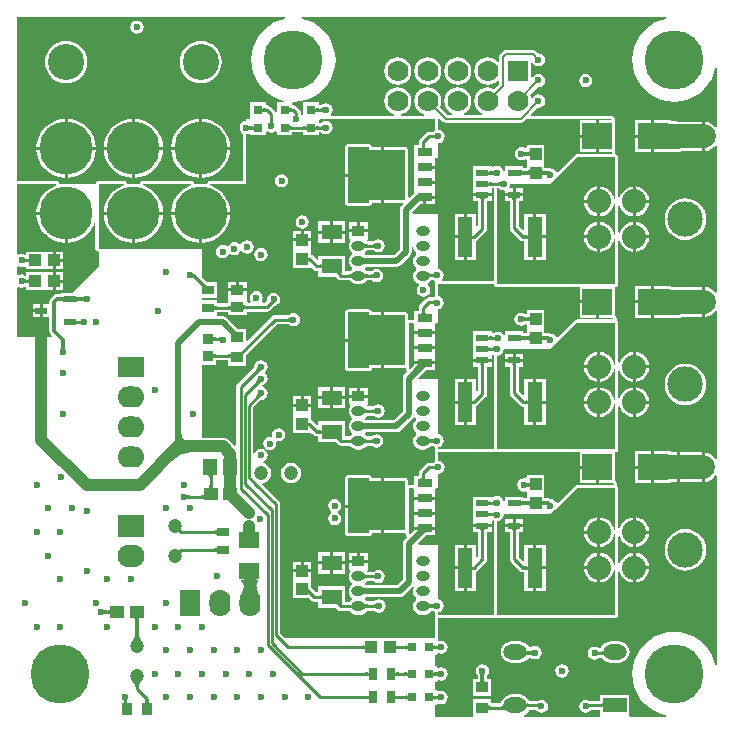
<source format=gtl>
G04*
G04 #@! TF.GenerationSoftware,Altium Limited,Altium Designer,20.2.6 (244)*
G04*
G04 Layer_Physical_Order=1*
G04 Layer_Color=255*
%FSLAX25Y25*%
%MOIN*%
G70*
G04*
G04 #@! TF.SameCoordinates,023A6027-31B4-44E3-9114-37264AD4D944*
G04*
G04*
G04 #@! TF.FilePolarity,Positive*
G04*
G01*
G75*
%ADD13C,0.01000*%
%ADD15C,0.00600*%
%ADD20R,0.04488X0.03583*%
%ADD21O,0.04488X0.03583*%
%ADD22R,0.03150X0.03150*%
%ADD23R,0.04469X0.04182*%
%ADD24R,0.04134X0.02362*%
%ADD25R,0.03937X0.03150*%
%ADD26O,0.07874X0.05118*%
%ADD27R,0.07874X0.05118*%
%ADD28R,0.03937X0.03543*%
%ADD29R,0.04134X0.03543*%
%ADD30R,0.03591X0.03772*%
%ADD31R,0.03150X0.03150*%
%ADD32R,0.03150X0.03937*%
%ADD33R,0.03543X0.03937*%
%ADD34R,0.04724X0.05512*%
%ADD35R,0.07087X0.05118*%
%ADD36R,0.04560X0.03985*%
%ADD37R,0.07008X0.05591*%
%ADD38R,0.04921X0.02756*%
%ADD39R,0.04528X0.02756*%
%ADD40R,0.03937X0.03937*%
%ADD41R,0.03937X0.02362*%
%ADD42R,0.05118X0.13386*%
%ADD43R,0.09843X0.08661*%
%ADD44R,0.03937X0.03937*%
%ADD80C,0.03937*%
%ADD81C,0.01200*%
%ADD82C,0.01968*%
%ADD83C,0.07874*%
%ADD84O,0.09000X0.07000*%
%ADD85R,0.09000X0.07000*%
%ADD86C,0.12008*%
%ADD87C,0.17717*%
%ADD88C,0.07000*%
%ADD89R,0.07000X0.07000*%
%ADD90C,0.19685*%
%ADD91R,0.09000X0.07500*%
%ADD92O,0.09000X0.07500*%
%ADD93C,0.08000*%
%ADD94C,0.11811*%
%ADD95O,0.07000X0.09000*%
%ADD96R,0.07000X0.09000*%
%ADD97C,0.04724*%
%ADD98C,0.02362*%
%ADD99C,0.07874*%
G36*
X217643Y234191D02*
X216133Y233828D01*
X214097Y232985D01*
X212218Y231834D01*
X210542Y230403D01*
X209111Y228727D01*
X207960Y226848D01*
X207117Y224812D01*
X206602Y222669D01*
X206429Y220472D01*
X206602Y218276D01*
X207117Y216133D01*
X207960Y214097D01*
X209111Y212218D01*
X210542Y210542D01*
X212218Y209111D01*
X214097Y207960D01*
X216133Y207117D01*
X218276Y206602D01*
X220472Y206429D01*
X222669Y206602D01*
X224812Y207117D01*
X226848Y207960D01*
X228727Y209111D01*
X230403Y210542D01*
X231834Y212218D01*
X232985Y214097D01*
X233828Y216133D01*
X234191Y217643D01*
X234691Y217584D01*
Y198110D01*
X234191Y197940D01*
X233836Y198403D01*
X232805Y199194D01*
X231604Y199692D01*
X230815Y199796D01*
Y194882D01*
Y189968D01*
X231604Y190072D01*
X232805Y190569D01*
X233836Y191361D01*
X234191Y191823D01*
X234691Y191654D01*
Y142992D01*
X234191Y142822D01*
X233836Y143285D01*
X232805Y144076D01*
X231604Y144574D01*
X230815Y144678D01*
Y139764D01*
Y134850D01*
X231604Y134954D01*
X232805Y135451D01*
X233836Y136243D01*
X234191Y136705D01*
X234691Y136536D01*
Y87524D01*
X234191Y87354D01*
X233568Y88167D01*
X232536Y88958D01*
X231335Y89456D01*
X230546Y89560D01*
Y84646D01*
Y79732D01*
X231335Y79836D01*
X232536Y80333D01*
X233568Y81125D01*
X234191Y81937D01*
X234691Y81767D01*
Y18636D01*
X234191Y18577D01*
X233828Y20088D01*
X232985Y22124D01*
X231834Y24002D01*
X230403Y25678D01*
X228727Y27109D01*
X226848Y28261D01*
X224812Y29104D01*
X222669Y29618D01*
X220472Y29791D01*
X218276Y29618D01*
X216133Y29104D01*
X214097Y28261D01*
X212218Y27109D01*
X210542Y25678D01*
X209111Y24002D01*
X207960Y22124D01*
X207117Y20088D01*
X206602Y17945D01*
X206429Y15748D01*
X206602Y13551D01*
X207117Y11408D01*
X207960Y9373D01*
X209111Y7494D01*
X210542Y5818D01*
X212218Y4387D01*
X214097Y3235D01*
X216133Y2392D01*
X217643Y2029D01*
X217584Y1529D01*
X205940D01*
X205528Y1740D01*
X205528Y2029D01*
Y8858D01*
X195653D01*
Y6829D01*
X192016D01*
X191796Y6976D01*
X190945Y7145D01*
X190094Y6976D01*
X189372Y6494D01*
X188890Y5772D01*
X188721Y4921D01*
X188890Y4070D01*
X189372Y3349D01*
X190094Y2867D01*
X190945Y2697D01*
X191796Y2867D01*
X192517Y3349D01*
X192799Y3770D01*
X195653D01*
X195653Y1740D01*
X195241Y1529D01*
X170403D01*
X170304Y2029D01*
X170693Y2190D01*
X171436Y2761D01*
X172006Y3504D01*
X172115Y3767D01*
X172150Y3770D01*
X174327D01*
X174609Y3349D01*
X175330Y2867D01*
X176181Y2697D01*
X177032Y2867D01*
X177754Y3349D01*
X178236Y4070D01*
X178405Y4921D01*
X178236Y5772D01*
X177754Y6494D01*
X177032Y6976D01*
X176181Y7145D01*
X175330Y6976D01*
X175110Y6829D01*
X172150D01*
X172115Y6831D01*
X172006Y7094D01*
X171436Y7838D01*
X170693Y8408D01*
X169827Y8767D01*
X168898Y8889D01*
X166142D01*
X165213Y8767D01*
X164347Y8408D01*
X163603Y7838D01*
X163033Y7094D01*
X162674Y6228D01*
X162650Y6041D01*
X159465D01*
Y7283D01*
X153528D01*
Y2029D01*
X153528Y1740D01*
X153115Y1529D01*
X140748D01*
Y5299D01*
X141354D01*
Y5631D01*
X141795Y5866D01*
X141866Y5819D01*
X142717Y5650D01*
X143568Y5819D01*
X144289Y6301D01*
X144771Y7023D01*
X144940Y7874D01*
X144771Y8725D01*
X144289Y9447D01*
X143568Y9929D01*
X142717Y10098D01*
X141866Y9929D01*
X141795Y9882D01*
X141354Y10117D01*
Y10449D01*
X140748D01*
Y13173D01*
X141354D01*
Y13505D01*
X141795Y13740D01*
X141866Y13693D01*
X142717Y13524D01*
X143568Y13693D01*
X144289Y14176D01*
X144771Y14897D01*
X144940Y15748D01*
X144771Y16599D01*
X144289Y17321D01*
X143568Y17803D01*
X142717Y17972D01*
X141866Y17803D01*
X141795Y17756D01*
X141354Y17991D01*
Y18323D01*
X140748D01*
Y22031D01*
X141354D01*
Y22363D01*
X141795Y22599D01*
X141866Y22552D01*
X142717Y22382D01*
X143568Y22552D01*
X144289Y23034D01*
X144771Y23755D01*
X144940Y24606D01*
X144771Y25457D01*
X144289Y26179D01*
X143568Y26661D01*
X142717Y26830D01*
X141965Y26681D01*
X141721Y26927D01*
X141635Y27086D01*
X141690Y27169D01*
X141768Y27559D01*
Y34413D01*
X160398D01*
X160788Y34491D01*
X160908Y34571D01*
X161028Y34491D01*
X161418Y34413D01*
X200788D01*
X201178Y34491D01*
X201509Y34712D01*
X201730Y35043D01*
X201807Y35433D01*
Y49689D01*
X202307Y49788D01*
X202770Y48671D01*
X203571Y47627D01*
X204616Y46825D01*
X205832Y46322D01*
X206637Y46216D01*
Y51193D01*
Y56170D01*
X205832Y56064D01*
X204616Y55560D01*
X203571Y54759D01*
X202770Y53715D01*
X202307Y52598D01*
X201807Y52697D01*
Y61488D01*
X202307Y61587D01*
X202770Y60471D01*
X203571Y59426D01*
X204616Y58625D01*
X205832Y58121D01*
X206637Y58015D01*
Y62992D01*
Y67969D01*
X205832Y67863D01*
X204616Y67360D01*
X203571Y66558D01*
X202770Y65514D01*
X202307Y64397D01*
X201807Y64496D01*
Y77745D01*
X201730Y78135D01*
X201509Y78466D01*
X201324Y78589D01*
X201334Y78666D01*
X201364Y78847D01*
X201361Y78863D01*
X201363Y78879D01*
X201316Y79056D01*
X201274Y79235D01*
X201048Y79735D01*
X200942Y79884D01*
X200840Y80036D01*
X200827Y80045D01*
X200817Y80058D01*
X200788Y80077D01*
Y89532D01*
X201178Y89609D01*
X201509Y89830D01*
X201730Y90161D01*
X201807Y90551D01*
Y104807D01*
X202307Y104906D01*
X202770Y103789D01*
X203571Y102745D01*
X204616Y101944D01*
X205832Y101440D01*
X206637Y101334D01*
Y106311D01*
Y111288D01*
X205832Y111182D01*
X204616Y110679D01*
X203571Y109877D01*
X202770Y108833D01*
X202307Y107716D01*
X201807Y107815D01*
Y116606D01*
X202307Y116705D01*
X202770Y115589D01*
X203571Y114544D01*
X204616Y113743D01*
X205832Y113239D01*
X206637Y113133D01*
Y118110D01*
Y123088D01*
X205832Y122982D01*
X204616Y122478D01*
X203571Y121676D01*
X202770Y120632D01*
X202307Y119515D01*
X201807Y119615D01*
Y132863D01*
X201730Y133253D01*
X201509Y133584D01*
X201324Y133707D01*
X201334Y133784D01*
X201364Y133965D01*
X201361Y133981D01*
X201363Y133997D01*
X201316Y134174D01*
X201274Y134353D01*
X201048Y134853D01*
X200942Y135002D01*
X200840Y135154D01*
X200827Y135163D01*
X200817Y135176D01*
X200788Y135195D01*
Y144650D01*
X201178Y144727D01*
X201509Y144948D01*
X201730Y145279D01*
X201807Y145669D01*
Y159925D01*
X202307Y160024D01*
X202770Y158908D01*
X203571Y157863D01*
X204616Y157062D01*
X205832Y156558D01*
X206637Y156452D01*
Y161429D01*
Y166406D01*
X205832Y166300D01*
X204616Y165797D01*
X203571Y164995D01*
X202770Y163951D01*
X202307Y162834D01*
X201807Y162934D01*
Y171724D01*
X202307Y171823D01*
X202770Y170707D01*
X203571Y169662D01*
X204616Y168861D01*
X205832Y168357D01*
X206637Y168251D01*
Y173228D01*
Y178206D01*
X205832Y178100D01*
X204616Y177596D01*
X203571Y176794D01*
X202770Y175750D01*
X202307Y174633D01*
X201807Y174733D01*
Y187981D01*
X201730Y188371D01*
X201509Y188702D01*
X201178Y188923D01*
X200788Y189001D01*
Y200787D01*
X200634D01*
X200383Y201263D01*
X200287Y201381D01*
X200202Y201508D01*
X200163Y201535D01*
X200133Y201572D01*
X199998Y201645D01*
X199871Y201729D01*
X199825Y201739D01*
X199783Y201761D01*
X199631Y201777D01*
X199481Y201807D01*
X172839D01*
X172647Y202269D01*
X174906Y204527D01*
X175197Y204469D01*
X176048Y204638D01*
X176769Y205120D01*
X177251Y205842D01*
X177421Y206693D01*
X177251Y207544D01*
X176769Y208265D01*
X176048Y208748D01*
X175197Y208917D01*
X174346Y208748D01*
X173624Y208265D01*
X173222Y207664D01*
X172709Y207733D01*
X172691Y207868D01*
X172300Y208812D01*
X174906Y211417D01*
X175197Y211359D01*
X176048Y211528D01*
X176769Y212010D01*
X177251Y212732D01*
X177421Y213583D01*
X177251Y214434D01*
X176769Y215155D01*
X176048Y215637D01*
X175197Y215807D01*
X174346Y215637D01*
X173624Y215155D01*
X173307Y214680D01*
X172807Y214832D01*
Y219223D01*
X173307Y219375D01*
X173624Y218900D01*
X174346Y218418D01*
X175197Y218249D01*
X176048Y218418D01*
X176769Y218900D01*
X177251Y219621D01*
X177421Y220472D01*
X177251Y221323D01*
X176769Y222045D01*
X176048Y222527D01*
X175197Y222696D01*
X174906Y222638D01*
X174166Y223378D01*
X173736Y223665D01*
X173228Y223766D01*
X164370D01*
X163863Y223665D01*
X163433Y223378D01*
X162449Y222394D01*
X162161Y221964D01*
X162060Y221457D01*
Y219971D01*
X161587Y219811D01*
X161516Y219902D01*
X160576Y220624D01*
X159482Y221077D01*
X158307Y221232D01*
X157132Y221077D01*
X156038Y220624D01*
X155098Y219902D01*
X154376Y218962D01*
X153923Y217868D01*
X153768Y216693D01*
X153923Y215518D01*
X154376Y214423D01*
X155098Y213484D01*
X156038Y212762D01*
X157132Y212309D01*
X158307Y212154D01*
X159482Y212309D01*
X160576Y212762D01*
X161516Y213484D01*
X161587Y213575D01*
X162060Y213414D01*
Y212321D01*
X160426Y210686D01*
X159482Y211077D01*
X158307Y211232D01*
X157132Y211077D01*
X156038Y210624D01*
X155098Y209902D01*
X154376Y208962D01*
X153923Y207868D01*
X153768Y206693D01*
X153923Y205518D01*
X154376Y204423D01*
X155098Y203484D01*
X156038Y202762D01*
X156398Y202613D01*
X156299Y202113D01*
X150315D01*
X150216Y202613D01*
X150576Y202762D01*
X151516Y203484D01*
X152238Y204423D01*
X152691Y205518D01*
X152846Y206693D01*
X152691Y207868D01*
X152238Y208962D01*
X151516Y209902D01*
X150576Y210624D01*
X149482Y211077D01*
X148307Y211232D01*
X147132Y211077D01*
X146038Y210624D01*
X145098Y209902D01*
X144376Y208962D01*
X143923Y207868D01*
X143768Y206693D01*
X143923Y205518D01*
X144376Y204423D01*
X145098Y203484D01*
X146038Y202762D01*
X146398Y202613D01*
X146299Y202113D01*
X144762D01*
X142300Y204574D01*
X142691Y205518D01*
X142846Y206693D01*
X142691Y207868D01*
X142238Y208962D01*
X141516Y209902D01*
X140577Y210624D01*
X139482Y211077D01*
X138307Y211232D01*
X137132Y211077D01*
X136038Y210624D01*
X135098Y209902D01*
X134376Y208962D01*
X133923Y207868D01*
X133768Y206693D01*
X133923Y205518D01*
X134376Y204423D01*
X135098Y203484D01*
X136038Y202762D01*
X137132Y202309D01*
X137146Y202307D01*
X137113Y201807D01*
X129501D01*
X129469Y202307D01*
X129482Y202309D01*
X130577Y202762D01*
X131517Y203484D01*
X132238Y204423D01*
X132691Y205518D01*
X132846Y206693D01*
X132691Y207868D01*
X132238Y208962D01*
X131517Y209902D01*
X130577Y210624D01*
X129482Y211077D01*
X128307Y211232D01*
X127132Y211077D01*
X126038Y210624D01*
X125098Y209902D01*
X124376Y208962D01*
X123923Y207868D01*
X123768Y206693D01*
X123923Y205518D01*
X124376Y204423D01*
X125098Y203484D01*
X126038Y202762D01*
X127132Y202309D01*
X127146Y202307D01*
X127113Y201807D01*
X106195D01*
X105996Y202307D01*
X106385Y202889D01*
X106554Y203740D01*
X106385Y204591D01*
X105903Y205313D01*
X105182Y205795D01*
X104331Y205964D01*
X103480Y205795D01*
X102758Y205313D01*
X102736Y205279D01*
X102707Y205272D01*
X102688Y205270D01*
X101984D01*
Y206315D01*
X96835D01*
Y202101D01*
X96335Y201950D01*
X96061Y202360D01*
X96027Y202382D01*
X96020Y202411D01*
X96018Y202430D01*
Y202756D01*
X95901Y203341D01*
X95570Y203837D01*
X94585Y204822D01*
X94089Y205153D01*
X93504Y205270D01*
X93126D01*
Y205957D01*
X93490Y206412D01*
X93576Y206435D01*
X95701Y206602D01*
X97844Y207117D01*
X99879Y207960D01*
X101758Y209111D01*
X103434Y210542D01*
X104865Y212218D01*
X106017Y214097D01*
X106860Y216133D01*
X107374Y218276D01*
X107547Y220472D01*
X107374Y222669D01*
X106860Y224812D01*
X106017Y226848D01*
X104865Y228727D01*
X103434Y230403D01*
X101758Y231834D01*
X99879Y232985D01*
X97844Y233828D01*
X96333Y234191D01*
X96392Y234691D01*
X217584D01*
X217643Y234191D01*
D02*
G37*
G36*
X90675D02*
X89164Y233828D01*
X87128Y232985D01*
X85250Y231834D01*
X83574Y230403D01*
X82143Y228727D01*
X80991Y226848D01*
X80148Y224812D01*
X79634Y222669D01*
X79461Y220472D01*
X79634Y218276D01*
X80148Y216133D01*
X80991Y214097D01*
X82143Y212218D01*
X83574Y210542D01*
X85250Y209111D01*
X87128Y207960D01*
X89164Y207117D01*
X90420Y206815D01*
X90361Y206315D01*
X87976D01*
Y203020D01*
X87893Y202988D01*
X87476Y202937D01*
X87204Y203345D01*
X85727Y204822D01*
X85231Y205153D01*
X84646Y205270D01*
X84268D01*
Y206315D01*
X79118D01*
Y201165D01*
X78824Y200787D01*
X77756D01*
Y200059D01*
X76905Y199889D01*
X76183Y199407D01*
X75701Y198686D01*
X75532Y197835D01*
X75701Y196984D01*
X76183Y196262D01*
X76779Y195864D01*
X76756Y195810D01*
Y195709D01*
X76736Y195611D01*
Y180153D01*
X65835D01*
X65712Y180129D01*
X65587Y180123D01*
X65519Y180091D01*
X65445Y180076D01*
X65341Y180006D01*
X65228Y179953D01*
X65177Y179897D01*
X65114Y179855D01*
X65045Y179751D01*
X64961Y179658D01*
X64935Y179587D01*
X64893Y179524D01*
X64869Y179401D01*
X64827Y179283D01*
X64804Y179134D01*
X63243D01*
X62598Y179197D01*
X61954Y179134D01*
X60392D01*
X60370Y179283D01*
X60328Y179401D01*
X60304Y179524D01*
X60262Y179587D01*
X60236Y179658D01*
X60152Y179751D01*
X60083Y179855D01*
X60020Y179897D01*
X59969Y179953D01*
X59856Y180006D01*
X59752Y180076D01*
X59678Y180091D01*
X59610Y180123D01*
X59484Y180129D01*
X59362Y180153D01*
X43394D01*
X43271Y180129D01*
X43146Y180123D01*
X43078Y180091D01*
X43004Y180076D01*
X42900Y180006D01*
X42787Y179953D01*
X42736Y179897D01*
X42673Y179855D01*
X42604Y179751D01*
X42520Y179658D01*
X42494Y179587D01*
X42452Y179524D01*
X42428Y179401D01*
X42386Y179283D01*
X42364Y179134D01*
X40802D01*
X40157Y179197D01*
X39513Y179134D01*
X37951D01*
X37929Y179283D01*
X37887Y179401D01*
X37863Y179524D01*
X37821Y179587D01*
X37795Y179658D01*
X37711Y179751D01*
X37642Y179855D01*
X37579Y179897D01*
X37528Y179953D01*
X37415Y180006D01*
X37311Y180076D01*
X37237Y180091D01*
X37168Y180123D01*
X37043Y180129D01*
X36921Y180153D01*
X28543D01*
X28153Y180076D01*
X27822Y179855D01*
X27601Y179524D01*
X27524Y179134D01*
X18361D01*
X17717Y179197D01*
X17072Y179134D01*
X15511D01*
X15488Y179283D01*
X15446Y179401D01*
X15422Y179524D01*
X15380Y179587D01*
X15354Y179658D01*
X15270Y179751D01*
X15201Y179855D01*
X15138Y179897D01*
X15087Y179953D01*
X14974Y180006D01*
X14870Y180076D01*
X14796Y180091D01*
X14728Y180123D01*
X14603Y180129D01*
X14480Y180153D01*
X1529D01*
Y234691D01*
X90616D01*
X90675Y234191D01*
D02*
G37*
G36*
X103487Y202913D02*
X103420Y202976D01*
X103347Y203031D01*
X103269Y203080D01*
X103184Y203122D01*
X103093Y203158D01*
X102997Y203188D01*
X102894Y203211D01*
X102786Y203227D01*
X102672Y203237D01*
X102552Y203240D01*
Y204240D01*
X102672Y204243D01*
X102786Y204253D01*
X102894Y204270D01*
X102997Y204292D01*
X103093Y204322D01*
X103184Y204358D01*
X103269Y204400D01*
X103347Y204449D01*
X103420Y204505D01*
X103487Y204567D01*
Y202913D01*
D02*
G37*
G36*
X100982Y204645D02*
X101012Y204560D01*
X101062Y204485D01*
X101132Y204420D01*
X101222Y204365D01*
X101332Y204320D01*
X101462Y204285D01*
X101612Y204260D01*
X101782Y204245D01*
X101972Y204240D01*
Y203240D01*
X101782Y203235D01*
X101612Y203220D01*
X101462Y203195D01*
X101332Y203160D01*
X101222Y203115D01*
X101132Y203060D01*
X101062Y202995D01*
X101012Y202920D01*
X100982Y202835D01*
X100972Y202740D01*
Y204740D01*
X100982Y204645D01*
D02*
G37*
G36*
X92124D02*
X92154Y204560D01*
X92204Y204485D01*
X92274Y204420D01*
X92364Y204365D01*
X92474Y204320D01*
X92604Y204285D01*
X92754Y204260D01*
X92924Y204245D01*
X93114Y204240D01*
Y203240D01*
X92924Y203235D01*
X92754Y203220D01*
X92604Y203195D01*
X92474Y203160D01*
X92364Y203115D01*
X92274Y203060D01*
X92204Y202995D01*
X92154Y202920D01*
X92124Y202835D01*
X92114Y202740D01*
Y204740D01*
X92124Y204645D01*
D02*
G37*
G36*
X83266D02*
X83296Y204560D01*
X83346Y204485D01*
X83416Y204420D01*
X83506Y204365D01*
X83616Y204320D01*
X83746Y204285D01*
X83896Y204260D01*
X84066Y204245D01*
X84256Y204240D01*
Y203240D01*
X84066Y203235D01*
X83896Y203220D01*
X83746Y203195D01*
X83616Y203160D01*
X83506Y203115D01*
X83416Y203060D01*
X83346Y202995D01*
X83296Y202920D01*
X83266Y202835D01*
X83256Y202740D01*
Y204740D01*
X83266Y204645D01*
D02*
G37*
G36*
X94991Y202446D02*
X95001Y202332D01*
X95018Y202224D01*
X95041Y202121D01*
X95070Y202025D01*
X95106Y201934D01*
X95148Y201850D01*
X95197Y201771D01*
X95253Y201698D01*
X95315Y201631D01*
X93661D01*
X93723Y201698D01*
X93779Y201771D01*
X93828Y201850D01*
X93871Y201934D01*
X93906Y202025D01*
X93936Y202121D01*
X93959Y202224D01*
X93975Y202332D01*
X93985Y202446D01*
X93988Y202566D01*
X94988D01*
X94991Y202446D01*
D02*
G37*
G36*
X199745Y200287D02*
X199694Y200213D01*
X195315D01*
Y194882D01*
Y189551D01*
X199627D01*
X199655Y189501D01*
X199356Y189001D01*
X187993D01*
X187602Y188923D01*
X187271Y188702D01*
X181634Y183065D01*
X181033Y183170D01*
X180706Y183659D01*
X179985Y184141D01*
X179134Y184310D01*
X179086Y184301D01*
X178982Y184370D01*
X178358Y184494D01*
X177181D01*
Y185694D01*
X177181Y185831D01*
Y186194D01*
X177181Y186331D01*
Y192131D01*
X171245D01*
Y191206D01*
X170745Y190939D01*
X170328Y191217D01*
X169477Y191386D01*
X168626Y191217D01*
X167905Y190735D01*
X167423Y190013D01*
X167253Y189162D01*
X167423Y188311D01*
X167905Y187590D01*
X168626Y187108D01*
X169477Y186938D01*
X170328Y187108D01*
X170745Y187386D01*
X171245Y187118D01*
Y186331D01*
X171245Y186194D01*
Y185831D01*
X171245Y185694D01*
Y184494D01*
X170193D01*
Y185044D01*
X164059D01*
Y183323D01*
X163559Y183274D01*
X163472Y183714D01*
X162990Y184436D01*
X162268Y184918D01*
X161417Y185087D01*
X160566Y184918D01*
X160063Y184582D01*
X159563Y184846D01*
Y185044D01*
X153429D01*
Y180682D01*
Y176942D01*
Y175883D01*
X156496D01*
X159563D01*
Y177593D01*
X160398D01*
Y146689D01*
X143332D01*
X143134Y147189D01*
X143523Y147771D01*
X143692Y148622D01*
X143523Y149473D01*
X143041Y150195D01*
X142319Y150677D01*
X141732Y150793D01*
Y169083D01*
X133281D01*
X133075Y169583D01*
X135689Y172198D01*
X136705D01*
Y174576D01*
X137205D01*
Y175076D01*
X140666D01*
Y176953D01*
X140666D01*
Y177198D01*
X140666D01*
Y179076D01*
X137205D01*
Y180076D01*
X140666D01*
Y181954D01*
X140666D01*
Y182198D01*
X140666D01*
Y184076D01*
X137205D01*
Y185076D01*
X140666D01*
Y186953D01*
X140666D01*
Y187198D01*
X140666D01*
Y187784D01*
X141732D01*
Y192658D01*
X142583Y192827D01*
X143305Y193309D01*
X143787Y194031D01*
X143956Y194882D01*
X143787Y195733D01*
X143305Y196454D01*
X142583Y196936D01*
X141732Y197106D01*
Y200787D01*
X142338D01*
X143275Y199850D01*
X143705Y199563D01*
X144213Y199462D01*
X169291D01*
X169799Y199563D01*
X170229Y199850D01*
X171166Y200787D01*
X199481D01*
X199745Y200287D01*
D02*
G37*
G36*
X86625Y199985D02*
X86635Y199871D01*
X86651Y199763D01*
X86674Y199661D01*
X86704Y199564D01*
X86740Y199474D01*
X86782Y199389D01*
X86831Y199310D01*
X86887Y199237D01*
X86949Y199170D01*
X85295D01*
X85357Y199237D01*
X85413Y199310D01*
X85462Y199389D01*
X85504Y199474D01*
X85540Y199564D01*
X85570Y199661D01*
X85593Y199763D01*
X85609Y199871D01*
X85619Y199985D01*
X85622Y200106D01*
X86622D01*
X86625Y199985D01*
D02*
G37*
G36*
X80142Y196835D02*
X80132Y196930D01*
X80102Y197015D01*
X80051Y197090D01*
X79980Y197155D01*
X79889Y197210D01*
X79778Y197255D01*
X79646Y197290D01*
X79494Y197315D01*
X79358Y197327D01*
X79300Y197322D01*
X79192Y197305D01*
X79090Y197282D01*
X78993Y197253D01*
X78903Y197217D01*
X78818Y197175D01*
X78739Y197125D01*
X78666Y197070D01*
X78599Y197008D01*
X78599Y198661D01*
X78666Y198599D01*
X78739Y198544D01*
X78818Y198495D01*
X78903Y198452D01*
X78993Y198416D01*
X79090Y198387D01*
X79192Y198364D01*
X79300Y198348D01*
X79358Y198343D01*
X79494Y198355D01*
X79646Y198380D01*
X79778Y198415D01*
X79889Y198460D01*
X79980Y198515D01*
X80051Y198580D01*
X80102Y198655D01*
X80132Y198740D01*
X80142Y198835D01*
Y196835D01*
D02*
G37*
G36*
X103491Y197010D02*
X103424Y197071D01*
X103351Y197127D01*
X103272Y197175D01*
X103187Y197218D01*
X103096Y197253D01*
X103000Y197283D01*
X102897Y197305D01*
X102789Y197322D01*
X102675Y197331D01*
X102555Y197335D01*
X102549Y198335D01*
X102669Y198338D01*
X102784Y198348D01*
X102892Y198364D01*
X102994Y198387D01*
X103090Y198417D01*
X103181Y198453D01*
X103265Y198496D01*
X103344Y198545D01*
X103416Y198601D01*
X103483Y198663D01*
X103491Y197010D01*
D02*
G37*
G36*
X100982Y198740D02*
X101012Y198655D01*
X101062Y198580D01*
X101132Y198515D01*
X101222Y198460D01*
X101332Y198415D01*
X101462Y198380D01*
X101612Y198355D01*
X101782Y198340D01*
X101972Y198335D01*
Y197335D01*
X101782Y197330D01*
X101612Y197315D01*
X101462Y197290D01*
X101332Y197255D01*
X101222Y197210D01*
X101132Y197155D01*
X101062Y197090D01*
X101012Y197015D01*
X100982Y196930D01*
X100972Y196835D01*
Y198835D01*
X100982Y198740D01*
D02*
G37*
G36*
X97859Y196835D02*
X97848Y196930D01*
X97818Y197015D01*
X97768Y197090D01*
X97697Y197155D01*
X97606Y197210D01*
X97494Y197255D01*
X97363Y197290D01*
X97211Y197315D01*
X97039Y197330D01*
X96847Y197335D01*
Y198335D01*
X97039Y198340D01*
X97211Y198355D01*
X97363Y198380D01*
X97494Y198415D01*
X97606Y198460D01*
X97697Y198515D01*
X97768Y198580D01*
X97818Y198655D01*
X97848Y198740D01*
X97859Y198835D01*
Y196835D01*
D02*
G37*
G36*
X92124Y198740D02*
X92154Y198655D01*
X92204Y198580D01*
X92274Y198515D01*
X92364Y198460D01*
X92474Y198415D01*
X92604Y198380D01*
X92754Y198355D01*
X92924Y198340D01*
X93114Y198335D01*
Y197335D01*
X92924Y197330D01*
X92754Y197315D01*
X92604Y197290D01*
X92474Y197255D01*
X92364Y197210D01*
X92274Y197155D01*
X92204Y197090D01*
X92154Y197015D01*
X92124Y196930D01*
X92114Y196835D01*
Y198835D01*
X92124Y198740D01*
D02*
G37*
G36*
X140713Y197106D02*
X140732Y197007D01*
Y196907D01*
X140748Y196869D01*
Y196847D01*
X140160Y196454D01*
X140131Y196411D01*
X138779D01*
X138194Y196295D01*
X137698Y195963D01*
X135730Y193995D01*
X135398Y193499D01*
X135282Y192913D01*
Y191954D01*
X133745D01*
Y187198D01*
X133744D01*
Y186953D01*
X133745D01*
Y182198D01*
X133744D01*
Y181954D01*
X133745D01*
Y177198D01*
X133744D01*
Y176953D01*
X133745D01*
Y175976D01*
X132289Y174520D01*
X131827Y174712D01*
Y190343D01*
X131749Y190734D01*
X131528Y191064D01*
X131198Y191285D01*
X130807Y191363D01*
X119615D01*
X119545Y191718D01*
X119324Y192049D01*
X118993Y192270D01*
X118603Y192347D01*
X111615D01*
X111438Y192312D01*
X111224Y192270D01*
X111224Y192270D01*
X110894Y192049D01*
X110894Y192049D01*
X110673Y191718D01*
X110673Y191718D01*
X110630Y191504D01*
X110595Y191328D01*
X110595Y189300D01*
X110595Y189300D01*
X110595Y189300D01*
X110595Y186780D01*
Y182056D01*
Y172824D01*
X110673Y172433D01*
X110894Y172103D01*
X111224Y171882D01*
X111615Y171804D01*
X118603D01*
X118993Y171882D01*
X119324Y172103D01*
X119545Y172433D01*
X119615Y172788D01*
X129904D01*
X130095Y172326D01*
X129475Y171706D01*
X129036Y171050D01*
X128882Y170276D01*
Y157334D01*
X127025Y155477D01*
X117559D01*
X117349Y155638D01*
Y156269D01*
X117601Y156463D01*
X117956Y156924D01*
X120189D01*
X120211Y156892D01*
X120932Y156410D01*
X121783Y156241D01*
X122634Y156410D01*
X123355Y156892D01*
X123838Y157614D01*
X124007Y158465D01*
X123838Y159316D01*
X123355Y160037D01*
X122634Y160519D01*
X121783Y160688D01*
X120932Y160519D01*
X120211Y160037D01*
X120174Y159983D01*
X118287D01*
X118175Y160162D01*
X118402Y160662D01*
X118402D01*
Y162953D01*
X111914D01*
Y160662D01*
X112251D01*
X112498Y160162D01*
X112267Y159861D01*
X111986Y159182D01*
X111890Y158454D01*
X111986Y157725D01*
X112267Y157046D01*
X112714Y156463D01*
X112967Y156269D01*
Y155638D01*
X112714Y155444D01*
X112267Y154861D01*
X111986Y154182D01*
X111890Y153454D01*
X111986Y152725D01*
X112267Y152046D01*
X112714Y151463D01*
X112967Y151269D01*
Y150638D01*
X112714Y150444D01*
X112360Y149983D01*
X110843D01*
Y155123D01*
X101756D01*
Y154013D01*
X101294Y153822D01*
X99911Y155204D01*
X99425Y155529D01*
Y156954D01*
X99425Y157091D01*
Y157454D01*
X99425Y157591D01*
Y159922D01*
X93488D01*
Y157591D01*
X93488Y157454D01*
Y157091D01*
X93488Y156954D01*
Y151154D01*
X99425D01*
X99425Y151154D01*
Y151154D01*
X99841Y150949D01*
X100296Y150493D01*
X100793Y150162D01*
X101378Y150045D01*
X101756D01*
Y148005D01*
X107695D01*
X108328Y147372D01*
X108824Y147041D01*
X109409Y146924D01*
X112360D01*
X112714Y146463D01*
X113297Y146015D01*
X113976Y145734D01*
X114705Y145638D01*
X115611D01*
X116339Y145734D01*
X117018Y146015D01*
X117601Y146463D01*
X117956Y146924D01*
X119723D01*
X120383Y146483D01*
X121234Y146314D01*
X122085Y146483D01*
X122807Y146965D01*
X123289Y147687D01*
X123458Y148538D01*
X123289Y149389D01*
X122807Y150110D01*
X122085Y150592D01*
X121234Y150762D01*
X120383Y150592D01*
X119662Y150110D01*
X119577Y149983D01*
X117956D01*
X117601Y150444D01*
X117449Y150561D01*
X117429Y151095D01*
X117781Y151430D01*
X127863D01*
X128637Y151584D01*
X129294Y152023D01*
X132336Y155066D01*
X132775Y155722D01*
X132929Y156496D01*
Y158095D01*
X133429Y158128D01*
X133482Y157725D01*
X133763Y157046D01*
X134210Y156463D01*
X134463Y156269D01*
Y155638D01*
X134210Y155444D01*
X133763Y154861D01*
X133482Y154182D01*
X133386Y153454D01*
X133482Y152725D01*
X133763Y152046D01*
X134210Y151463D01*
X134463Y151269D01*
Y150638D01*
X134210Y150444D01*
X133763Y149861D01*
X133482Y149182D01*
X133386Y148453D01*
X133482Y147725D01*
X133763Y147046D01*
X134210Y146463D01*
X134793Y146015D01*
X135198Y145848D01*
X135254Y145283D01*
X135239Y145273D01*
X134757Y144552D01*
X134587Y143701D01*
X134757Y142850D01*
X135239Y142128D01*
X135960Y141646D01*
X136811Y141477D01*
X137662Y141646D01*
X138383Y142128D01*
X138866Y142850D01*
X139035Y143701D01*
X138866Y144552D01*
X138383Y145273D01*
X138248Y145364D01*
X138304Y145928D01*
X138514Y146015D01*
X139097Y146463D01*
X139434Y146901D01*
X139765Y147008D01*
X140026Y146962D01*
X140617Y146567D01*
X140748Y146542D01*
Y145847D01*
X140713Y145669D01*
Y141671D01*
X140731Y141577D01*
X140617Y141554D01*
X140226Y141293D01*
X138779D01*
X138194Y141177D01*
X137698Y140845D01*
X135730Y138877D01*
X135398Y138381D01*
X135282Y137795D01*
Y136835D01*
X133745D01*
Y134042D01*
X133391Y133686D01*
X133391Y133686D01*
X131890D01*
X131827Y133737D01*
Y135225D01*
X131749Y135615D01*
X131528Y135946D01*
X131198Y136167D01*
X130807Y136245D01*
X119615D01*
X119545Y136600D01*
X119324Y136930D01*
X118993Y137151D01*
X118603Y137229D01*
X111615D01*
X111438Y137194D01*
X111224Y137151D01*
X111224Y137151D01*
X110894Y136930D01*
X110894Y136930D01*
X110673Y136600D01*
X110673Y136600D01*
X110630Y136386D01*
X110595Y136209D01*
X110595Y134182D01*
X110595Y134182D01*
X110595Y134182D01*
X110595Y131662D01*
Y126938D01*
Y117706D01*
X110673Y117315D01*
X110894Y116984D01*
X111224Y116763D01*
X111615Y116686D01*
X118603D01*
X118993Y116763D01*
X119324Y116984D01*
X119545Y117315D01*
X119615Y117670D01*
X130807D01*
X130845Y117677D01*
X130870Y117657D01*
X130948Y117266D01*
X131169Y116936D01*
X131200Y116314D01*
X130459Y115573D01*
X130021Y114916D01*
X129867Y114142D01*
Y103200D01*
X127025Y100359D01*
X117559D01*
X117349Y100520D01*
Y101151D01*
X117601Y101345D01*
X117956Y101806D01*
X120189D01*
X120211Y101774D01*
X120932Y101292D01*
X121783Y101123D01*
X122634Y101292D01*
X123355Y101774D01*
X123838Y102495D01*
X124007Y103347D01*
X123838Y104198D01*
X123355Y104919D01*
X122634Y105401D01*
X121783Y105570D01*
X120932Y105401D01*
X120211Y104919D01*
X120174Y104865D01*
X118287D01*
X118175Y105044D01*
X118402Y105544D01*
X118402D01*
Y107835D01*
X111914D01*
Y105544D01*
X112251D01*
X112498Y105044D01*
X112267Y104743D01*
X111986Y104064D01*
X111890Y103335D01*
X111986Y102607D01*
X112267Y101928D01*
X112714Y101345D01*
X112967Y101151D01*
Y100520D01*
X112714Y100326D01*
X112267Y99743D01*
X111986Y99064D01*
X111890Y98335D01*
X111986Y97607D01*
X112267Y96928D01*
X112714Y96345D01*
X112967Y96150D01*
Y95520D01*
X112714Y95326D01*
X112360Y94865D01*
X110843D01*
Y100005D01*
X101756D01*
Y98895D01*
X101294Y98703D01*
X99911Y100086D01*
X99425Y100411D01*
Y101836D01*
X99425Y101973D01*
Y102336D01*
X99425Y102473D01*
Y104804D01*
X93488D01*
Y102473D01*
X93488Y102336D01*
Y101973D01*
X93488Y101836D01*
Y96036D01*
X99425D01*
X99425Y96036D01*
Y96036D01*
X99841Y95831D01*
X100296Y95375D01*
X100793Y95044D01*
X101378Y94927D01*
X101756D01*
Y92887D01*
X107695D01*
X108328Y92254D01*
X108824Y91922D01*
X109409Y91806D01*
X112360D01*
X112714Y91345D01*
X113297Y90897D01*
X113976Y90616D01*
X114705Y90520D01*
X115611D01*
X116339Y90616D01*
X117018Y90897D01*
X117601Y91345D01*
X117956Y91806D01*
X119723D01*
X120383Y91365D01*
X121234Y91196D01*
X122085Y91365D01*
X122807Y91847D01*
X123289Y92569D01*
X123458Y93420D01*
X123289Y94271D01*
X122807Y94992D01*
X122085Y95474D01*
X121234Y95644D01*
X120383Y95474D01*
X119662Y94992D01*
X119577Y94865D01*
X117956D01*
X117601Y95326D01*
X117449Y95443D01*
X117429Y95977D01*
X117781Y96312D01*
X127863D01*
X128637Y96466D01*
X129294Y96905D01*
X133320Y100932D01*
X133569Y101304D01*
X134064Y101355D01*
X134461Y100998D01*
X134450Y100510D01*
X134210Y100326D01*
X133763Y99743D01*
X133482Y99064D01*
X133386Y98335D01*
X133482Y97607D01*
X133763Y96928D01*
X134210Y96345D01*
X134463Y96150D01*
Y95520D01*
X134210Y95326D01*
X133763Y94743D01*
X133482Y94064D01*
X133386Y93335D01*
X133482Y92607D01*
X133763Y91928D01*
X134210Y91345D01*
X134793Y90897D01*
X135473Y90616D01*
X136201Y90520D01*
X137107D01*
X137835Y90616D01*
X138514Y90897D01*
X139097Y91345D01*
X139434Y91783D01*
X139765Y91890D01*
X140026Y91844D01*
X140617Y91449D01*
X140731Y91427D01*
X140713Y91333D01*
Y90551D01*
X140748Y90374D01*
Y89709D01*
X140713Y89532D01*
Y86837D01*
X140732Y86738D01*
Y86638D01*
X140748Y86600D01*
Y86578D01*
X140160Y86185D01*
X140131Y86142D01*
X138747D01*
X138161Y86026D01*
X137665Y85694D01*
X135730Y83759D01*
X135398Y83262D01*
X135282Y82677D01*
Y81717D01*
X133745D01*
Y78923D01*
X133391Y78568D01*
X133391Y78568D01*
X131890D01*
X131827Y78619D01*
Y80107D01*
X131749Y80497D01*
X131528Y80828D01*
X131198Y81049D01*
X130807Y81127D01*
X119615D01*
X119545Y81481D01*
X119324Y81812D01*
X118993Y82033D01*
X118603Y82111D01*
X111615D01*
X111438Y82076D01*
X111224Y82033D01*
X111224Y82033D01*
X110894Y81812D01*
X110894Y81812D01*
X110673Y81482D01*
X110673Y81481D01*
X110630Y81268D01*
X110595Y81091D01*
X110595Y79064D01*
X110595Y79064D01*
X110595Y79064D01*
X110595Y76544D01*
X110595Y71820D01*
Y62587D01*
X110673Y62197D01*
X110894Y61866D01*
X111224Y61645D01*
X111615Y61568D01*
X118603Y61568D01*
X118993Y61645D01*
X119324Y61866D01*
X119545Y62197D01*
X119615Y62552D01*
X130807D01*
X130948Y62148D01*
X131169Y61818D01*
X131200Y61195D01*
X130459Y60455D01*
X130021Y59798D01*
X129867Y59024D01*
Y47098D01*
X128099Y45330D01*
X117442D01*
X117349Y45402D01*
Y46032D01*
X117601Y46227D01*
X117956Y46688D01*
X120189D01*
X120211Y46656D01*
X120932Y46174D01*
X121783Y46005D01*
X122634Y46174D01*
X123355Y46656D01*
X123838Y47377D01*
X124007Y48228D01*
X123838Y49079D01*
X123355Y49801D01*
X122634Y50283D01*
X121783Y50452D01*
X120932Y50283D01*
X120211Y49801D01*
X120174Y49747D01*
X118287D01*
X118175Y49926D01*
X118402Y50426D01*
X118402D01*
Y52717D01*
X111914D01*
Y50426D01*
X112251D01*
X112498Y49926D01*
X112267Y49625D01*
X111986Y48946D01*
X111890Y48217D01*
X111986Y47489D01*
X112267Y46810D01*
X112714Y46227D01*
X112967Y46032D01*
Y45402D01*
X112714Y45208D01*
X112267Y44625D01*
X111986Y43946D01*
X111890Y43217D01*
X111986Y42489D01*
X112267Y41810D01*
X112714Y41227D01*
X112967Y41032D01*
Y40402D01*
X112714Y40208D01*
X112360Y39747D01*
X110843D01*
Y44887D01*
X101756D01*
Y42868D01*
X101027D01*
X99425Y44470D01*
Y46717D01*
X99425Y46855D01*
Y47217D01*
X99425Y47355D01*
Y49686D01*
X93488D01*
Y47355D01*
X93488Y47217D01*
Y46855D01*
X93488Y46717D01*
Y40918D01*
X98651D01*
X99312Y40257D01*
X99808Y39926D01*
X100394Y39809D01*
X101756D01*
Y37769D01*
X107695D01*
X108328Y37136D01*
X108824Y36804D01*
X109409Y36688D01*
X112360D01*
X112714Y36226D01*
X113297Y35779D01*
X113976Y35498D01*
X114705Y35402D01*
X115611D01*
X116339Y35498D01*
X117018Y35779D01*
X117601Y36226D01*
X118049Y36810D01*
X118068Y36856D01*
X120446D01*
X120475Y36813D01*
X121196Y36331D01*
X122047Y36162D01*
X122898Y36331D01*
X123620Y36813D01*
X124102Y37535D01*
X124271Y38386D01*
X124102Y39237D01*
X123620Y39958D01*
X122898Y40440D01*
X122047Y40610D01*
X121196Y40440D01*
X120475Y39958D01*
X120446Y39915D01*
X117826D01*
X117601Y40208D01*
X117349Y40402D01*
Y40907D01*
X117744Y41284D01*
X128937D01*
X129711Y41438D01*
X130368Y41877D01*
X133320Y44829D01*
X133731Y44548D01*
X133482Y43946D01*
X133386Y43217D01*
X133482Y42489D01*
X133763Y41810D01*
X134210Y41227D01*
X134463Y41032D01*
Y40402D01*
X134210Y40208D01*
X133763Y39625D01*
X133482Y38946D01*
X133386Y38217D01*
X133482Y37489D01*
X133763Y36810D01*
X134210Y36226D01*
X134793Y35779D01*
X135473Y35498D01*
X136201Y35402D01*
X137107D01*
X137835Y35498D01*
X138514Y35779D01*
X139097Y36226D01*
X139434Y36665D01*
X139765Y36771D01*
X140026Y36726D01*
X140617Y36331D01*
X140731Y36309D01*
X140713Y36215D01*
Y35433D01*
X140748Y35256D01*
Y27559D01*
X128946D01*
Y27697D01*
X116057D01*
Y27559D01*
X90746D01*
X89128Y29177D01*
Y72294D01*
X89011Y72879D01*
X88680Y73375D01*
X83158Y78897D01*
X83319Y79370D01*
X83555Y79401D01*
X84373Y79740D01*
X85075Y80279D01*
X85614Y80982D01*
X85953Y81800D01*
X86068Y82677D01*
X85953Y83555D01*
X85614Y84373D01*
X85075Y85075D01*
X84373Y85614D01*
X83555Y85953D01*
X83341Y85981D01*
X83324Y86488D01*
X83528Y86528D01*
X84250Y87010D01*
X84732Y87732D01*
X84901Y88583D01*
X84732Y89434D01*
X84250Y90155D01*
X83528Y90637D01*
X82677Y90807D01*
X81826Y90637D01*
X81105Y90155D01*
X80623Y89434D01*
X80132Y89529D01*
Y104544D01*
X82626Y107038D01*
X82677Y107028D01*
X83528Y107197D01*
X84250Y107679D01*
X84732Y108401D01*
X84901Y109252D01*
X84732Y110103D01*
X84250Y110825D01*
X83528Y111307D01*
X83314Y111349D01*
X83040Y111914D01*
X83101Y112034D01*
X83528Y112119D01*
X84250Y112601D01*
X84732Y113322D01*
X84901Y114173D01*
X84732Y115024D01*
X84250Y115746D01*
X84031Y115892D01*
Y116392D01*
X84250Y116538D01*
X84732Y117259D01*
X84901Y118110D01*
X84732Y118961D01*
X84250Y119683D01*
X83528Y120165D01*
X82677Y120334D01*
X81826Y120165D01*
X81105Y119683D01*
X80623Y118961D01*
X80453Y118110D01*
X80463Y118059D01*
X74812Y112408D01*
X74481Y111912D01*
X74364Y111327D01*
Y91994D01*
X73864Y91787D01*
X71999Y93653D01*
X71379Y94128D01*
X70657Y94428D01*
X69882Y94529D01*
X62992D01*
Y118858D01*
X67756D01*
Y120215D01*
X71835D01*
Y118488D01*
X77772D01*
Y122065D01*
X88035Y132329D01*
X91903D01*
X91931Y132286D01*
X92653Y131804D01*
X93504Y131634D01*
X94355Y131804D01*
X95076Y132286D01*
X95559Y133007D01*
X95728Y133858D01*
X95559Y134709D01*
X95076Y135431D01*
X94355Y135913D01*
X93504Y136082D01*
X92653Y135913D01*
X91931Y135431D01*
X91903Y135388D01*
X87402D01*
X86816Y135271D01*
X86320Y134940D01*
X78234Y126853D01*
X77772Y127044D01*
Y130724D01*
X74893D01*
X71312Y134305D01*
X70656Y134743D01*
X69882Y134897D01*
X68295D01*
X67929Y135221D01*
Y136266D01*
X71736D01*
Y135221D01*
X77870D01*
Y136463D01*
X84646D01*
X85231Y136579D01*
X85727Y136911D01*
X87261Y138444D01*
X87760Y138544D01*
X88482Y139026D01*
X88964Y139747D01*
X89133Y140598D01*
X88964Y141449D01*
X88482Y142171D01*
X87760Y142653D01*
X86909Y142822D01*
X86058Y142653D01*
X85337Y142171D01*
X84855Y141449D01*
X84685Y140598D01*
X84752Y140262D01*
X84012Y139522D01*
X83253D01*
X82986Y140022D01*
X83183Y140316D01*
X83352Y141167D01*
X83183Y142018D01*
X82701Y142740D01*
X81979Y143222D01*
X81128Y143391D01*
X80277Y143222D01*
X79556Y142740D01*
X79074Y142018D01*
X78904Y141167D01*
X79074Y140316D01*
X79271Y140022D01*
X79003Y139522D01*
X78224D01*
X77870Y139875D01*
X77870Y140764D01*
X77870Y141264D01*
Y143201D01*
X71736D01*
Y141264D01*
X71736Y140929D01*
X71736Y140429D01*
Y139325D01*
X67929D01*
Y140370D01*
X62992D01*
Y141126D01*
X67929D01*
Y146276D01*
X64549D01*
X62992Y147832D01*
Y157480D01*
X28543D01*
Y179134D01*
X36921D01*
X36995Y178634D01*
X36367Y178443D01*
X34654Y177528D01*
X33153Y176296D01*
X31921Y174795D01*
X31006Y173082D01*
X30442Y171224D01*
X30301Y169791D01*
X50014D01*
X49873Y171224D01*
X49309Y173082D01*
X48394Y174795D01*
X47162Y176296D01*
X45661Y177528D01*
X43948Y178443D01*
X43320Y178634D01*
X43394Y179134D01*
X59362D01*
X59436Y178634D01*
X58808Y178443D01*
X57095Y177528D01*
X55594Y176296D01*
X54362Y174795D01*
X53447Y173082D01*
X52883Y171224D01*
X52742Y169791D01*
X72455D01*
X72314Y171224D01*
X71750Y173082D01*
X70835Y174795D01*
X69603Y176296D01*
X68102Y177528D01*
X66389Y178443D01*
X65761Y178634D01*
X65835Y179134D01*
X77756D01*
Y195611D01*
X78607Y195780D01*
X78677Y195827D01*
X79118Y195591D01*
Y195260D01*
X84268D01*
Y196345D01*
X84768Y196608D01*
X85271Y196272D01*
X86122Y196103D01*
X86973Y196272D01*
X87476Y196608D01*
X87976Y196345D01*
Y195260D01*
X93126D01*
Y196305D01*
X96835D01*
Y195260D01*
X101984D01*
Y196305D01*
X102733D01*
X102758Y196268D01*
X103480Y195786D01*
X104331Y195617D01*
X105182Y195786D01*
X105903Y196268D01*
X106385Y196990D01*
X106554Y197840D01*
X106385Y198691D01*
X105903Y199413D01*
X105182Y199895D01*
X104331Y200064D01*
X103480Y199895D01*
X102758Y199413D01*
X102726Y199364D01*
X101984D01*
Y200409D01*
X102279Y200787D01*
X140713D01*
Y197106D01*
D02*
G37*
G36*
X140889Y194055D02*
X140822Y194117D01*
X140749Y194173D01*
X140670Y194222D01*
X140585Y194264D01*
X140495Y194300D01*
X140398Y194330D01*
X140296Y194352D01*
X140188Y194369D01*
X140074Y194379D01*
X139954Y194382D01*
Y195382D01*
X140074Y195385D01*
X140188Y195395D01*
X140296Y195411D01*
X140398Y195434D01*
X140495Y195464D01*
X140585Y195500D01*
X140670Y195542D01*
X140749Y195591D01*
X140822Y195647D01*
X140889Y195709D01*
Y194055D01*
D02*
G37*
G36*
X137316Y191749D02*
X137331Y191577D01*
X137356Y191425D01*
X137391Y191294D01*
X137436Y191182D01*
X137491Y191092D01*
X137556Y191021D01*
X137631Y190970D01*
X137716Y190940D01*
X137811Y190929D01*
X135811D01*
X135906Y190940D01*
X135991Y190970D01*
X136066Y191021D01*
X136131Y191092D01*
X136186Y191182D01*
X136231Y191294D01*
X136266Y191425D01*
X136291Y191577D01*
X136306Y191749D01*
X136311Y191941D01*
X137311D01*
X137316Y191749D01*
D02*
G37*
G36*
X170388Y189927D02*
X170460Y189871D01*
X170539Y189822D01*
X170624Y189780D01*
X170715Y189744D01*
X170811Y189715D01*
X170913Y189692D01*
X171022Y189675D01*
X171136Y189665D01*
X171256Y189662D01*
Y188662D01*
X171136Y188659D01*
X171022Y188649D01*
X170913Y188633D01*
X170811Y188610D01*
X170715Y188581D01*
X170624Y188545D01*
X170539Y188502D01*
X170460Y188453D01*
X170388Y188398D01*
X170321Y188335D01*
Y189989D01*
X170388Y189927D01*
D02*
G37*
G36*
X172268Y188162D02*
X172258Y188257D01*
X172228Y188342D01*
X172177Y188417D01*
X172107Y188482D01*
X172016Y188537D01*
X171904Y188582D01*
X171773Y188617D01*
X171621Y188642D01*
X171449Y188657D01*
X171256Y188662D01*
Y189662D01*
X171449Y189667D01*
X171621Y189682D01*
X171773Y189707D01*
X171904Y189742D01*
X172016Y189787D01*
X172107Y189842D01*
X172177Y189907D01*
X172228Y189982D01*
X172258Y190067D01*
X172268Y190162D01*
Y188162D01*
D02*
G37*
G36*
X160574Y182036D02*
X160507Y182098D01*
X160434Y182154D01*
X160355Y182203D01*
X160271Y182245D01*
X160180Y182281D01*
X160083Y182311D01*
X159981Y182334D01*
X159873Y182350D01*
X159759Y182360D01*
X159639Y182363D01*
X159639Y183363D01*
X159759Y183366D01*
X159873Y183376D01*
X159981Y183392D01*
X160083Y183415D01*
X160180Y183445D01*
X160270Y183481D01*
X160355Y183523D01*
X160434Y183572D01*
X160507Y183628D01*
X160574Y183690D01*
X160574Y182036D01*
D02*
G37*
G36*
X176170Y183949D02*
X176206Y183847D01*
X176267Y183757D01*
X176351Y183679D01*
X176461Y183613D01*
X176594Y183559D01*
X176751Y183517D01*
X176933Y183487D01*
X177139Y183469D01*
X177369Y183463D01*
Y182747D01*
X177535Y183463D01*
X178905Y183245D01*
X177955Y182018D01*
X177945Y182064D01*
X177922Y182106D01*
X177886Y182143D01*
X177836Y182175D01*
X177773Y182202D01*
X177697Y182224D01*
X177607Y182241D01*
X177504Y182253D01*
X177387Y182261D01*
X177322Y182262D01*
X177139Y182257D01*
X176933Y182239D01*
X176751Y182209D01*
X176594Y182167D01*
X176461Y182113D01*
X176351Y182047D01*
X176267Y181969D01*
X176206Y181879D01*
X176170Y181777D01*
X176157Y181663D01*
Y184063D01*
X176170Y183949D01*
D02*
G37*
G36*
X158549Y183768D02*
X158580Y183683D01*
X158630Y183608D01*
X158701Y183543D01*
X158792Y183488D01*
X158904Y183443D01*
X159035Y183408D01*
X159187Y183383D01*
X159359Y183368D01*
X159551Y183363D01*
Y182363D01*
X159359Y182358D01*
X159187Y182343D01*
X159035Y182318D01*
X158904Y182283D01*
X158792Y182238D01*
X158701Y182183D01*
X158630Y182118D01*
X158580Y182043D01*
X158549Y181958D01*
X158539Y181863D01*
Y183863D01*
X158549Y183768D01*
D02*
G37*
G36*
X169193Y183924D02*
X169229Y183827D01*
X169289Y183742D01*
X169373Y183668D01*
X169481Y183605D01*
X169613Y183554D01*
X169769Y183514D01*
X169949Y183486D01*
X170153Y183469D01*
X170381Y183463D01*
Y182263D01*
X170153Y182257D01*
X169949Y182240D01*
X169769Y182212D01*
X169613Y182172D01*
X169481Y182121D01*
X169373Y182058D01*
X169289Y181984D01*
X169229Y181899D01*
X169193Y181802D01*
X169181Y181694D01*
Y184032D01*
X169193Y183924D01*
D02*
G37*
G36*
X172268Y181663D02*
X172256Y181777D01*
X172220Y181879D01*
X172159Y181969D01*
X172074Y182047D01*
X171966Y182113D01*
X171832Y182167D01*
X171675Y182209D01*
X171493Y182239D01*
X171287Y182257D01*
X171056Y182263D01*
Y183463D01*
X171287Y183469D01*
X171493Y183487D01*
X171675Y183517D01*
X171832Y183559D01*
X171966Y183613D01*
X172074Y183679D01*
X172159Y183757D01*
X172220Y183847D01*
X172256Y183949D01*
X172268Y184063D01*
Y181663D01*
D02*
G37*
G36*
X162765Y178296D02*
X162698Y178358D01*
X162625Y178414D01*
X162547Y178463D01*
X162462Y178505D01*
X162371Y178541D01*
X162275Y178570D01*
X162173Y178593D01*
X162064Y178610D01*
X161950Y178620D01*
X161830Y178623D01*
Y179623D01*
X161950Y179626D01*
X162064Y179636D01*
X162173Y179652D01*
X162275Y179675D01*
X162371Y179704D01*
X162462Y179741D01*
X162547Y179783D01*
X162625Y179832D01*
X162698Y179887D01*
X162765Y179950D01*
Y178296D01*
D02*
G37*
G36*
X158549Y180028D02*
X158580Y179943D01*
X158630Y179868D01*
X158701Y179803D01*
X158792Y179748D01*
X158904Y179703D01*
X159035Y179668D01*
X159187Y179643D01*
X159359Y179628D01*
X159551Y179623D01*
Y178623D01*
X159359Y178618D01*
X159187Y178603D01*
X159035Y178578D01*
X158904Y178543D01*
X158792Y178498D01*
X158701Y178443D01*
X158630Y178378D01*
X158580Y178303D01*
X158549Y178218D01*
X158539Y178123D01*
Y180123D01*
X158549Y180028D01*
D02*
G37*
G36*
X200788Y173966D02*
X200288Y173933D01*
X200209Y174534D01*
X199705Y175750D01*
X198903Y176794D01*
X197859Y177596D01*
X196643Y178100D01*
X195837Y178206D01*
Y173228D01*
Y168251D01*
X196643Y168357D01*
X197859Y168861D01*
X198903Y169662D01*
X199705Y170707D01*
X200209Y171923D01*
X200288Y172524D01*
X200788Y172491D01*
Y162166D01*
X200288Y162133D01*
X200209Y162734D01*
X199705Y163950D01*
X198903Y164994D01*
X197859Y165796D01*
X196643Y166300D01*
X195837Y166406D01*
Y161428D01*
Y156451D01*
X196643Y156557D01*
X197859Y157061D01*
X198903Y157862D01*
X199705Y158907D01*
X200209Y160123D01*
X200288Y160724D01*
X200788Y160691D01*
Y145669D01*
X161418D01*
Y177593D01*
X162007D01*
X162036Y177550D01*
X162758Y177068D01*
X163609Y176899D01*
X163673Y176912D01*
X164059Y176594D01*
Y175883D01*
X166626D01*
Y177564D01*
X165721D01*
X165485Y178005D01*
X165663Y178272D01*
X165833Y179123D01*
X179134D01*
X180161Y180150D01*
X180706Y180514D01*
X181070Y181059D01*
X187993Y187981D01*
X200788D01*
Y173966D01*
D02*
G37*
G36*
X118603Y190343D02*
X130807D01*
Y173808D01*
X118603D01*
Y172824D01*
X111615D01*
Y182056D01*
Y186780D01*
X111614Y189300D01*
X111615Y191328D01*
X118603D01*
Y190343D01*
D02*
G37*
G36*
X120947Y157630D02*
X120880Y157691D01*
X120806Y157746D01*
X120727Y157795D01*
X120642Y157837D01*
X120551Y157873D01*
X120455Y157902D01*
X120352Y157924D01*
X120244Y157941D01*
X120130Y157950D01*
X120010Y157954D01*
X119999Y158953D01*
X120119Y158957D01*
X120233Y158967D01*
X120342Y158983D01*
X120444Y159006D01*
X120540Y159036D01*
X120630Y159072D01*
X120715Y159115D01*
X120793Y159165D01*
X120865Y159221D01*
X120932Y159283D01*
X120947Y157630D01*
D02*
G37*
G36*
X117089Y159353D02*
X117127Y159269D01*
X117189Y159195D01*
X117277Y159131D01*
X117390Y159077D01*
X117528Y159032D01*
X117691Y158998D01*
X117878Y158973D01*
X118091Y158958D01*
X118329Y158953D01*
Y157954D01*
X118091Y157949D01*
X117691Y157909D01*
X117528Y157875D01*
X117390Y157830D01*
X117277Y157776D01*
X117189Y157712D01*
X117127Y157638D01*
X117089Y157554D01*
X117077Y157461D01*
Y159446D01*
X117089Y159353D01*
D02*
G37*
G36*
X5536Y152543D02*
X5526Y152638D01*
X5495Y152723D01*
X5445Y152798D01*
X5374Y152863D01*
X5283Y152918D01*
X5172Y152963D01*
X5040Y152998D01*
X4888Y153023D01*
X4716Y153038D01*
X4630Y153041D01*
X4611Y153040D01*
X4497Y153030D01*
X4389Y153014D01*
X4287Y152991D01*
X4190Y152962D01*
X4100Y152926D01*
X4015Y152883D01*
X3936Y152834D01*
X3863Y152779D01*
X3796Y152717D01*
Y154370D01*
X3863Y154308D01*
X3936Y154252D01*
X4015Y154203D01*
X4100Y154161D01*
X4190Y154125D01*
X4287Y154096D01*
X4389Y154073D01*
X4497Y154056D01*
X4611Y154047D01*
X4630Y154046D01*
X4716Y154048D01*
X4888Y154063D01*
X5040Y154088D01*
X5172Y154123D01*
X5283Y154168D01*
X5374Y154223D01*
X5445Y154288D01*
X5495Y154363D01*
X5526Y154448D01*
X5536Y154543D01*
Y152543D01*
D02*
G37*
G36*
X102780Y150575D02*
X102770Y150670D01*
X102740Y150755D01*
X102689Y150830D01*
X102618Y150895D01*
X102527Y150950D01*
X102416Y150995D01*
X102284Y151030D01*
X102132Y151055D01*
X101960Y151070D01*
X101768Y151075D01*
Y152075D01*
X101960Y152080D01*
X102132Y152095D01*
X102284Y152120D01*
X102416Y152155D01*
X102527Y152200D01*
X102618Y152255D01*
X102689Y152320D01*
X102740Y152395D01*
X102770Y152480D01*
X102780Y152575D01*
Y150575D01*
D02*
G37*
G36*
X14554Y178634D02*
X13926Y178443D01*
X12213Y177528D01*
X10712Y176296D01*
X9480Y174795D01*
X8565Y173082D01*
X8001Y171224D01*
X7860Y169791D01*
X17717D01*
Y169291D01*
X18217D01*
Y159435D01*
X19649Y159576D01*
X21507Y160139D01*
X23220Y161055D01*
X24721Y162287D01*
X25953Y163788D01*
X26869Y165500D01*
X27024Y166012D01*
X27524Y165938D01*
Y157480D01*
X27601Y157090D01*
X27822Y156759D01*
X28153Y156538D01*
X28543Y156461D01*
Y151575D01*
X19701Y142732D01*
X15994D01*
Y142379D01*
X14764D01*
X14140Y142255D01*
X13610Y141902D01*
X12626Y140917D01*
X12272Y140388D01*
X12148Y139764D01*
Y138992D01*
X10014D01*
Y136811D01*
Y134630D01*
X12148D01*
Y129921D01*
X12272Y129297D01*
X12626Y128768D01*
X12979Y128415D01*
X12788Y127953D01*
X1529Y127953D01*
Y144451D01*
X1970Y144687D01*
X2102Y144599D01*
X2953Y144430D01*
X3804Y144599D01*
X4071Y144777D01*
X4512Y144542D01*
Y143685D01*
X10311D01*
X10449Y143685D01*
X10811D01*
X10949Y143685D01*
X13280D01*
Y146653D01*
Y149622D01*
X10949D01*
X10811Y149622D01*
X10449D01*
X10311Y149622D01*
X4512D01*
Y148765D01*
X4071Y148530D01*
X3804Y148708D01*
X2953Y148877D01*
X2102Y148708D01*
X1970Y148620D01*
X1529Y148856D01*
Y151341D01*
X1970Y151576D01*
X2102Y151489D01*
X2953Y151320D01*
X3804Y151489D01*
X4071Y151667D01*
X4512Y151432D01*
Y150575D01*
X10311D01*
X10449Y150575D01*
X10811D01*
X10949Y150575D01*
X13280D01*
Y153543D01*
Y156512D01*
X10949D01*
X10811Y156512D01*
X10449D01*
X10311Y156512D01*
X4512D01*
Y155655D01*
X4071Y155419D01*
X3804Y155598D01*
X2953Y155767D01*
X2102Y155598D01*
X1970Y155510D01*
X1529Y155746D01*
Y179134D01*
X14480D01*
X14554Y178634D01*
D02*
G37*
G36*
X138467Y149521D02*
X138514Y149437D01*
X138586Y149364D01*
X138681Y149299D01*
X138800Y149245D01*
X138944Y149201D01*
X139111Y149166D01*
X139302Y149142D01*
X139517Y149127D01*
X139718Y149123D01*
X139809Y149125D01*
X139924Y149135D01*
X140032Y149152D01*
X140134Y149174D01*
X140231Y149204D01*
X140321Y149240D01*
X140406Y149282D01*
X140485Y149331D01*
X140558Y149387D01*
X140625Y149449D01*
Y147795D01*
X140558Y147857D01*
X140485Y147913D01*
X140406Y147962D01*
X140321Y148004D01*
X140231Y148040D01*
X140134Y148070D01*
X140032Y148093D01*
X139924Y148109D01*
X139809Y148119D01*
X139763Y148120D01*
X139623Y148117D01*
X139231Y148077D01*
X139074Y148043D01*
X138943Y147998D01*
X138838Y147944D01*
X138759Y147879D01*
X138706Y147805D01*
X138678Y147721D01*
X138677Y147627D01*
X138443Y149615D01*
X138467Y149521D01*
D02*
G37*
G36*
X120452Y147653D02*
X120381Y147710D01*
X120305Y147761D01*
X120223Y147806D01*
X120136Y147845D01*
X120044Y147878D01*
X119946Y147905D01*
X119842Y147926D01*
X119733Y147942D01*
X119619Y147950D01*
X119499Y147953D01*
X119420Y148953D01*
X119540Y148957D01*
X119654Y148968D01*
X119762Y148985D01*
X119863Y149009D01*
X119957Y149041D01*
X120045Y149079D01*
X120127Y149124D01*
X120202Y149177D01*
X120271Y149236D01*
X120334Y149302D01*
X120452Y147653D01*
D02*
G37*
G36*
X117089Y149353D02*
X117127Y149269D01*
X117189Y149195D01*
X117277Y149131D01*
X117390Y149077D01*
X117528Y149032D01*
X117691Y148998D01*
X117878Y148973D01*
X118091Y148959D01*
X118329Y148953D01*
Y147953D01*
X118091Y147949D01*
X117691Y147909D01*
X117528Y147875D01*
X117390Y147830D01*
X117277Y147776D01*
X117189Y147712D01*
X117127Y147638D01*
X117089Y147555D01*
X117077Y147461D01*
Y149446D01*
X117089Y149353D01*
D02*
G37*
G36*
X113239Y147461D02*
X113227Y147555D01*
X113189Y147638D01*
X113126Y147712D01*
X113039Y147776D01*
X112926Y147830D01*
X112788Y147875D01*
X112625Y147909D01*
X112437Y147934D01*
X112224Y147949D01*
X111986Y147953D01*
Y148953D01*
X112224Y148959D01*
X112625Y148998D01*
X112788Y149032D01*
X112926Y149077D01*
X113039Y149131D01*
X113126Y149195D01*
X113189Y149269D01*
X113227Y149353D01*
X113239Y149446D01*
Y147461D01*
D02*
G37*
G36*
X61077Y148292D02*
X60518Y147436D01*
X60428Y147521D01*
X60341Y147593D01*
X60257Y147651D01*
X60176Y147695D01*
X60099Y147726D01*
X60025Y147743D01*
X59954Y147746D01*
X59886Y147736D01*
X59822Y147712D01*
X59761Y147675D01*
X60071Y149225D01*
X61077Y148292D01*
D02*
G37*
G36*
X5536Y145653D02*
X5526Y145748D01*
X5495Y145834D01*
X5445Y145908D01*
X5374Y145974D01*
X5283Y146028D01*
X5172Y146073D01*
X5040Y146108D01*
X4888Y146133D01*
X4716Y146149D01*
X4630Y146151D01*
X4611Y146150D01*
X4497Y146141D01*
X4389Y146124D01*
X4287Y146101D01*
X4190Y146072D01*
X4100Y146036D01*
X4015Y145993D01*
X3936Y145944D01*
X3863Y145889D01*
X3796Y145827D01*
Y147480D01*
X3863Y147418D01*
X3936Y147363D01*
X4015Y147314D01*
X4100Y147271D01*
X4190Y147235D01*
X4287Y147206D01*
X4389Y147183D01*
X4497Y147167D01*
X4611Y147157D01*
X4630Y147156D01*
X4716Y147159D01*
X4888Y147174D01*
X5040Y147198D01*
X5172Y147233D01*
X5283Y147278D01*
X5374Y147334D01*
X5445Y147398D01*
X5495Y147474D01*
X5526Y147558D01*
X5536Y147653D01*
Y145653D01*
D02*
G37*
G36*
X23912Y139792D02*
X23864Y139822D01*
X23807Y139849D01*
X23741Y139873D01*
X23665Y139894D01*
X23581Y139911D01*
X23488Y139926D01*
X23275Y139945D01*
X23026Y139951D01*
X22787Y141151D01*
X22915Y141154D01*
X23141Y141176D01*
X23240Y141195D01*
X23330Y141219D01*
X23410Y141249D01*
X23481Y141284D01*
X23542Y141325D01*
X23594Y141371D01*
X23637Y141423D01*
X23912Y139792D01*
D02*
G37*
G36*
X17006Y139548D02*
X16994Y139662D01*
X16958Y139764D01*
X16898Y139854D01*
X16814Y139932D01*
X16706Y139998D01*
X16574Y140052D01*
X16418Y140094D01*
X16238Y140124D01*
X16034Y140142D01*
X15806Y140148D01*
Y141348D01*
X16034Y141352D01*
X16418Y141382D01*
X16574Y141408D01*
X16706Y141441D01*
X16814Y141482D01*
X16898Y141530D01*
X16958Y141586D01*
X16994Y141649D01*
X17006Y141720D01*
Y139548D01*
D02*
G37*
G36*
X20931Y141612D02*
X20967Y141515D01*
X21027Y141430D01*
X21111Y141356D01*
X21219Y141293D01*
X21351Y141242D01*
X21507Y141202D01*
X21687Y141174D01*
X21891Y141157D01*
X22119Y141151D01*
Y139951D01*
X21891Y139945D01*
X21687Y139928D01*
X21507Y139900D01*
X21351Y139860D01*
X21219Y139809D01*
X21111Y139746D01*
X21027Y139672D01*
X20967Y139587D01*
X20931Y139490D01*
X20919Y139382D01*
Y141720D01*
X20931Y141612D01*
D02*
G37*
G36*
X76856Y138897D02*
X76887Y138812D01*
X76937Y138737D01*
X77008Y138672D01*
X77099Y138617D01*
X77210Y138572D01*
X77342Y138537D01*
X77494Y138512D01*
X77666Y138497D01*
X77858Y138492D01*
Y137492D01*
X77666Y137487D01*
X77494Y137472D01*
X77342Y137447D01*
X77210Y137412D01*
X77099Y137367D01*
X77008Y137312D01*
X76937Y137247D01*
X76887Y137172D01*
X76856Y137087D01*
X76846Y136992D01*
Y138992D01*
X76856Y138897D01*
D02*
G37*
G36*
X72760Y136795D02*
X72750Y136890D01*
X72720Y136975D01*
X72669Y137050D01*
X72598Y137115D01*
X72507Y137170D01*
X72396Y137215D01*
X72264Y137250D01*
X72113Y137275D01*
X71940Y137290D01*
X71748Y137295D01*
Y138295D01*
X71940Y138300D01*
X72113Y138315D01*
X72264Y138340D01*
X72396Y138375D01*
X72507Y138420D01*
X72598Y138475D01*
X72669Y138540D01*
X72720Y138615D01*
X72750Y138700D01*
X72760Y138795D01*
Y136795D01*
D02*
G37*
G36*
X66915Y138700D02*
X66946Y138615D01*
X66996Y138540D01*
X67067Y138475D01*
X67158Y138420D01*
X67269Y138375D01*
X67401Y138340D01*
X67553Y138315D01*
X67725Y138300D01*
X67917Y138295D01*
Y137295D01*
X67725Y137290D01*
X67553Y137275D01*
X67401Y137250D01*
X67269Y137215D01*
X67158Y137170D01*
X67067Y137115D01*
X66996Y137050D01*
X66946Y136975D01*
X66915Y136890D01*
X66905Y136795D01*
Y138795D01*
X66915Y138700D01*
D02*
G37*
G36*
X137316Y136631D02*
X137331Y136459D01*
X137356Y136307D01*
X137391Y136176D01*
X137436Y136064D01*
X137491Y135973D01*
X137556Y135903D01*
X137631Y135852D01*
X137716Y135821D01*
X137811Y135811D01*
X135811D01*
X135906Y135821D01*
X135991Y135852D01*
X136066Y135903D01*
X136131Y135973D01*
X136186Y136064D01*
X136231Y136176D01*
X136266Y136307D01*
X136291Y136459D01*
X136306Y136631D01*
X136311Y136823D01*
X137311D01*
X137316Y136631D01*
D02*
G37*
G36*
X170231Y134785D02*
X170308Y134735D01*
X170389Y134690D01*
X170477Y134651D01*
X170570Y134618D01*
X170668Y134592D01*
X170771Y134571D01*
X170880Y134556D01*
X170995Y134547D01*
X171114Y134544D01*
X171202Y133544D01*
X171081Y133541D01*
X170967Y133530D01*
X170860Y133512D01*
X170759Y133488D01*
X170665Y133456D01*
X170577Y133418D01*
X170495Y133372D01*
X170421Y133320D01*
X170352Y133260D01*
X170290Y133193D01*
X170160Y134842D01*
X170231Y134785D01*
D02*
G37*
G36*
X172268Y133044D02*
X172258Y133139D01*
X172228Y133224D01*
X172177Y133299D01*
X172107Y133364D01*
X172016Y133419D01*
X171904Y133464D01*
X171773Y133499D01*
X171621Y133524D01*
X171449Y133539D01*
X171256Y133544D01*
Y134544D01*
X171449Y134549D01*
X171621Y134564D01*
X171773Y134589D01*
X171904Y134624D01*
X172016Y134669D01*
X172107Y134724D01*
X172177Y134789D01*
X172228Y134864D01*
X172258Y134949D01*
X172268Y135044D01*
Y133044D01*
D02*
G37*
G36*
X92660Y133031D02*
X92593Y133094D01*
X92521Y133149D01*
X92442Y133198D01*
X92357Y133241D01*
X92266Y133277D01*
X92170Y133306D01*
X92068Y133329D01*
X91959Y133345D01*
X91845Y133355D01*
X91725Y133358D01*
Y134358D01*
X91845Y134362D01*
X91959Y134371D01*
X92068Y134388D01*
X92170Y134411D01*
X92266Y134440D01*
X92357Y134476D01*
X92442Y134518D01*
X92521Y134567D01*
X92593Y134623D01*
X92660Y134685D01*
Y133031D01*
D02*
G37*
G36*
X20918Y133779D02*
X20948Y133694D01*
X20999Y133619D01*
X21070Y133554D01*
X21161Y133499D01*
X21273Y133454D01*
X21404Y133419D01*
X21555Y133394D01*
X21727Y133379D01*
X21880Y133375D01*
X21963Y133377D01*
X22077Y133387D01*
X22186Y133403D01*
X22288Y133426D01*
X22385Y133456D01*
X22475Y133492D01*
X22560Y133534D01*
X22639Y133583D01*
X22712Y133639D01*
X22779Y133701D01*
Y132047D01*
X22712Y132109D01*
X22639Y132165D01*
X22560Y132214D01*
X22475Y132256D01*
X22385Y132292D01*
X22288Y132322D01*
X22186Y132345D01*
X22077Y132361D01*
X21963Y132371D01*
X21879Y132373D01*
X21729Y132369D01*
X21559Y132355D01*
X21409Y132332D01*
X21279Y132299D01*
X21169Y132256D01*
X21079Y132204D01*
X21009Y132143D01*
X20959Y132072D01*
X20929Y131992D01*
X20919Y131902D01*
X20907Y133874D01*
X20918Y133779D01*
D02*
G37*
G36*
X160476Y145279D02*
X160697Y144948D01*
X161028Y144727D01*
X161418Y144650D01*
X188893D01*
Y140264D01*
X194815D01*
Y139764D01*
X195315D01*
Y134433D01*
X200119D01*
X200345Y133933D01*
X200301Y133883D01*
X187993D01*
X187602Y133805D01*
X187271Y133584D01*
X181634Y127947D01*
X181033Y128052D01*
X180706Y128541D01*
X179985Y129023D01*
X179134Y129192D01*
X179086Y129183D01*
X178982Y129252D01*
X178358Y129376D01*
X177181D01*
Y130576D01*
X177181Y130713D01*
Y131076D01*
X177181Y131213D01*
Y137013D01*
X171245D01*
Y135863D01*
X170745Y135666D01*
X170235Y136006D01*
X169384Y136175D01*
X168533Y136006D01*
X167812Y135524D01*
X167330Y134802D01*
X167160Y133951D01*
X167330Y133100D01*
X167812Y132379D01*
X168533Y131897D01*
X169384Y131727D01*
X170235Y131897D01*
X170745Y132237D01*
X171245Y131978D01*
Y131213D01*
X171245Y131076D01*
Y130713D01*
X171245Y130576D01*
Y129376D01*
X170193D01*
Y129926D01*
X164059D01*
Y128869D01*
X163559Y128717D01*
X163273Y129147D01*
X162551Y129629D01*
X161700Y129798D01*
X160849Y129629D01*
X160319Y129274D01*
X159563D01*
Y129926D01*
X153429D01*
Y125564D01*
Y121824D01*
Y120765D01*
X156496D01*
X159563D01*
Y122023D01*
X160012Y122259D01*
X160426Y122000D01*
X160418Y121980D01*
Y121879D01*
X160398Y121781D01*
Y90551D01*
X141732D01*
Y91333D01*
X142319Y91449D01*
X143041Y91931D01*
X143523Y92653D01*
X143692Y93504D01*
X143523Y94355D01*
X143041Y95076D01*
X142319Y95559D01*
X141732Y95675D01*
Y113965D01*
X135227D01*
X135036Y114427D01*
X137688Y117079D01*
X140666D01*
Y118957D01*
X137205D01*
X136674D01*
X138623Y118104D01*
X138423Y118165D01*
X138205Y118182D01*
X137970Y118154D01*
X137717Y118081D01*
X137447Y117963D01*
X137160Y117800D01*
X136856Y117592D01*
X136534Y117340D01*
X136195Y117042D01*
X135839Y116700D01*
X133364Y117009D01*
X133804Y117462D01*
X134484Y118252D01*
X134724Y118589D01*
X134897Y118886D01*
X134927Y118957D01*
X133745D01*
Y118858D01*
X132352Y117465D01*
X131890Y117657D01*
Y132666D01*
X133391D01*
X133744Y132313D01*
Y132080D01*
X133745Y131579D01*
Y129957D01*
X137205D01*
X140666D01*
Y131579D01*
X140666Y131835D01*
X140666Y132166D01*
X141029Y132666D01*
X141732D01*
Y137328D01*
X142319Y137445D01*
X143041Y137927D01*
X143523Y138649D01*
X143692Y139500D01*
X143523Y140351D01*
X143041Y141072D01*
X142319Y141554D01*
X141732Y141671D01*
Y145669D01*
X160398D01*
X160476Y145279D01*
D02*
G37*
G36*
X176170Y128831D02*
X176206Y128729D01*
X176267Y128639D01*
X176351Y128561D01*
X176461Y128495D01*
X176594Y128441D01*
X176751Y128399D01*
X176933Y128369D01*
X177139Y128351D01*
X177369Y128345D01*
Y127629D01*
X177535Y128345D01*
X178905Y128127D01*
X177955Y126900D01*
X177945Y126946D01*
X177922Y126988D01*
X177886Y127025D01*
X177836Y127057D01*
X177773Y127084D01*
X177697Y127106D01*
X177607Y127123D01*
X177504Y127135D01*
X177387Y127142D01*
X177322Y127144D01*
X177139Y127139D01*
X176933Y127121D01*
X176751Y127091D01*
X176594Y127049D01*
X176461Y126995D01*
X176351Y126929D01*
X176267Y126851D01*
X176206Y126761D01*
X176170Y126659D01*
X176157Y126545D01*
Y128945D01*
X176170Y128831D01*
D02*
G37*
G36*
X158549Y128650D02*
X158580Y128565D01*
X158630Y128490D01*
X158701Y128425D01*
X158792Y128370D01*
X158904Y128325D01*
X159035Y128290D01*
X159187Y128265D01*
X159359Y128250D01*
X159551Y128245D01*
Y127245D01*
X159359Y127240D01*
X159187Y127225D01*
X159035Y127200D01*
X158904Y127165D01*
X158792Y127120D01*
X158701Y127065D01*
X158630Y127000D01*
X158580Y126925D01*
X158549Y126840D01*
X158539Y126745D01*
Y128745D01*
X158549Y128650D01*
D02*
G37*
G36*
X68768Y126576D02*
X68735Y126651D01*
X68693Y126718D01*
X68640Y126776D01*
X68577Y126827D01*
X68505Y126871D01*
X68422Y126906D01*
X68330Y126933D01*
X68227Y126953D01*
X68115Y126965D01*
X67992Y126969D01*
X68545Y127969D01*
X68671Y127970D01*
X69184Y128005D01*
X69263Y128018D01*
X69398Y128050D01*
X69454Y128069D01*
X68768Y126576D01*
D02*
G37*
G36*
X169193Y128806D02*
X169229Y128709D01*
X169289Y128624D01*
X169373Y128550D01*
X169481Y128487D01*
X169613Y128436D01*
X169769Y128396D01*
X169949Y128368D01*
X170153Y128351D01*
X170381Y128345D01*
Y127145D01*
X170153Y127139D01*
X169949Y127122D01*
X169769Y127094D01*
X169613Y127054D01*
X169481Y127003D01*
X169373Y126940D01*
X169289Y126866D01*
X169229Y126781D01*
X169193Y126684D01*
X169181Y126576D01*
Y128914D01*
X169193Y128806D01*
D02*
G37*
G36*
X172268Y126545D02*
X172256Y126659D01*
X172220Y126761D01*
X172159Y126851D01*
X172074Y126929D01*
X171966Y126995D01*
X171832Y127049D01*
X171675Y127091D01*
X171493Y127121D01*
X171287Y127139D01*
X171056Y127145D01*
Y128345D01*
X171287Y128351D01*
X171493Y128369D01*
X171675Y128399D01*
X171832Y128441D01*
X171966Y128495D01*
X172074Y128561D01*
X172159Y128639D01*
X172220Y128729D01*
X172256Y128831D01*
X172268Y128945D01*
Y126545D01*
D02*
G37*
G36*
X66742Y128374D02*
X66773Y128288D01*
X66823Y128214D01*
X66894Y128148D01*
X66985Y128094D01*
X67097Y128049D01*
X67228Y128014D01*
X67380Y127989D01*
X67552Y127973D01*
X67744Y127969D01*
Y126969D01*
X67552Y126963D01*
X67380Y126948D01*
X67228Y126924D01*
X67097Y126889D01*
X66985Y126844D01*
X66894Y126788D01*
X66823Y126724D01*
X66773Y126648D01*
X66742Y126564D01*
X66732Y126469D01*
Y128469D01*
X66742Y128374D01*
D02*
G37*
G36*
X17334Y124630D02*
X17353Y124401D01*
X17369Y124299D01*
X17389Y124207D01*
X17414Y124123D01*
X17443Y124048D01*
X17477Y123981D01*
X17516Y123924D01*
X17559Y123875D01*
X15905D01*
X15949Y123924D01*
X15987Y123981D01*
X16021Y124048D01*
X16051Y124123D01*
X16076Y124207D01*
X16096Y124299D01*
X16112Y124401D01*
X16123Y124511D01*
X16132Y124758D01*
X17332D01*
X17334Y124630D01*
D02*
G37*
G36*
X160574Y123178D02*
X160507Y123240D01*
X160434Y123296D01*
X160355Y123345D01*
X160271Y123387D01*
X160180Y123423D01*
X160084Y123452D01*
X159981Y123475D01*
X159873Y123492D01*
X159759Y123501D01*
X159639Y123505D01*
Y124505D01*
X159759Y124508D01*
X159873Y124518D01*
X159981Y124534D01*
X160084Y124557D01*
X160180Y124586D01*
X160271Y124622D01*
X160355Y124665D01*
X160434Y124714D01*
X160507Y124769D01*
X160574Y124831D01*
Y123178D01*
D02*
G37*
G36*
X158549Y124910D02*
X158580Y124825D01*
X158630Y124750D01*
X158701Y124685D01*
X158792Y124630D01*
X158904Y124585D01*
X159035Y124550D01*
X159187Y124525D01*
X159359Y124510D01*
X159551Y124505D01*
Y123505D01*
X159359Y123500D01*
X159187Y123485D01*
X159035Y123460D01*
X158904Y123425D01*
X158792Y123380D01*
X158701Y123325D01*
X158630Y123260D01*
X158580Y123185D01*
X158549Y123100D01*
X158539Y123005D01*
Y125005D01*
X158549Y124910D01*
D02*
G37*
G36*
X72859Y120744D02*
X72848Y120839D01*
X72818Y120924D01*
X72768Y120999D01*
X72697Y121064D01*
X72606Y121119D01*
X72494Y121164D01*
X72363Y121199D01*
X72211Y121224D01*
X72039Y121239D01*
X71847Y121244D01*
Y122244D01*
X72039Y122249D01*
X72211Y122264D01*
X72363Y122289D01*
X72494Y122324D01*
X72606Y122369D01*
X72697Y122424D01*
X72768Y122489D01*
X72818Y122564D01*
X72848Y122649D01*
X72859Y122744D01*
Y120744D01*
D02*
G37*
G36*
X66742Y122649D02*
X66773Y122564D01*
X66823Y122489D01*
X66894Y122424D01*
X66985Y122369D01*
X67097Y122324D01*
X67228Y122289D01*
X67380Y122264D01*
X67552Y122249D01*
X67744Y122244D01*
Y121244D01*
X67552Y121239D01*
X67380Y121224D01*
X67228Y121199D01*
X67097Y121164D01*
X66985Y121119D01*
X66894Y121064D01*
X66823Y120999D01*
X66773Y120924D01*
X66742Y120839D01*
X66732Y120744D01*
Y122744D01*
X66742Y122649D01*
D02*
G37*
G36*
X200788Y118848D02*
X200288Y118815D01*
X200209Y119415D01*
X199705Y120632D01*
X198903Y121676D01*
X197859Y122478D01*
X196643Y122982D01*
X195837Y123088D01*
Y118110D01*
Y113133D01*
X196643Y113239D01*
X197859Y113743D01*
X198903Y114544D01*
X199705Y115589D01*
X200209Y116805D01*
X200288Y117406D01*
X200788Y117373D01*
Y107047D01*
X200288Y107015D01*
X200209Y107615D01*
X199705Y108832D01*
X198903Y109876D01*
X197859Y110678D01*
X196643Y111181D01*
X195837Y111288D01*
Y106310D01*
Y101333D01*
X196643Y101439D01*
X197859Y101943D01*
X198903Y102744D01*
X199705Y103789D01*
X200209Y105005D01*
X200288Y105606D01*
X200788Y105573D01*
Y90551D01*
X161418D01*
Y121781D01*
X162269Y121950D01*
X162990Y122432D01*
X163472Y123154D01*
X163642Y124005D01*
X179134D01*
X180161Y125032D01*
X180706Y125396D01*
X181070Y125941D01*
X187993Y132863D01*
X200788D01*
Y118848D01*
D02*
G37*
G36*
X118603Y135225D02*
X130807D01*
Y118690D01*
X118603D01*
Y117706D01*
X111615D01*
Y126938D01*
Y131662D01*
X111614Y134182D01*
X111615Y136209D01*
X118603D01*
Y135225D01*
D02*
G37*
G36*
X82665Y116929D02*
X82574Y116926D01*
X82483Y116913D01*
X82393Y116892D01*
X82303Y116863D01*
X82213Y116824D01*
X82125Y116777D01*
X82036Y116720D01*
X81948Y116655D01*
X81860Y116581D01*
X81773Y116499D01*
X81066Y117206D01*
X81148Y117293D01*
X81222Y117381D01*
X81287Y117469D01*
X81343Y117558D01*
X81391Y117647D01*
X81429Y117736D01*
X81459Y117826D01*
X81480Y117916D01*
X81493Y118007D01*
X81496Y118098D01*
X82665Y116929D01*
D02*
G37*
G36*
Y112992D02*
X82574Y112989D01*
X82483Y112976D01*
X82393Y112955D01*
X82303Y112926D01*
X82213Y112887D01*
X82125Y112839D01*
X82036Y112783D01*
X81948Y112718D01*
X81860Y112645D01*
X81773Y112562D01*
X81066Y113269D01*
X81148Y113356D01*
X81222Y113444D01*
X81287Y113532D01*
X81343Y113620D01*
X81391Y113709D01*
X81429Y113799D01*
X81459Y113889D01*
X81480Y113979D01*
X81493Y114070D01*
X81496Y114161D01*
X82665Y112992D01*
D02*
G37*
G36*
Y108071D02*
X82574Y108068D01*
X82483Y108055D01*
X82393Y108034D01*
X82303Y108004D01*
X82213Y107966D01*
X82125Y107918D01*
X82036Y107862D01*
X81948Y107797D01*
X81860Y107723D01*
X81773Y107641D01*
X81066Y108348D01*
X81148Y108435D01*
X81222Y108523D01*
X81287Y108611D01*
X81343Y108699D01*
X81391Y108788D01*
X81429Y108878D01*
X81459Y108968D01*
X81480Y109058D01*
X81493Y109149D01*
X81496Y109240D01*
X82665Y108071D01*
D02*
G37*
G36*
X120947Y102512D02*
X120880Y102573D01*
X120806Y102628D01*
X120727Y102677D01*
X120642Y102719D01*
X120551Y102754D01*
X120455Y102784D01*
X120352Y102806D01*
X120244Y102822D01*
X120130Y102832D01*
X120010Y102835D01*
X119999Y103835D01*
X120119Y103839D01*
X120233Y103849D01*
X120342Y103865D01*
X120444Y103888D01*
X120540Y103918D01*
X120630Y103954D01*
X120715Y103997D01*
X120793Y104047D01*
X120865Y104103D01*
X120932Y104165D01*
X120947Y102512D01*
D02*
G37*
G36*
X117089Y104235D02*
X117127Y104151D01*
X117189Y104077D01*
X117277Y104013D01*
X117390Y103959D01*
X117528Y103914D01*
X117691Y103880D01*
X117878Y103855D01*
X118091Y103840D01*
X118329Y103835D01*
Y102835D01*
X118091Y102831D01*
X117691Y102791D01*
X117528Y102757D01*
X117390Y102712D01*
X117277Y102658D01*
X117189Y102594D01*
X117127Y102520D01*
X117089Y102436D01*
X117077Y102343D01*
Y104328D01*
X117089Y104235D01*
D02*
G37*
G36*
X102780Y95457D02*
X102770Y95552D01*
X102740Y95637D01*
X102689Y95712D01*
X102618Y95777D01*
X102527Y95832D01*
X102416Y95877D01*
X102284Y95912D01*
X102132Y95937D01*
X101960Y95952D01*
X101768Y95957D01*
Y96957D01*
X101960Y96962D01*
X102132Y96977D01*
X102284Y97002D01*
X102416Y97037D01*
X102527Y97082D01*
X102618Y97137D01*
X102689Y97202D01*
X102740Y97277D01*
X102770Y97362D01*
X102780Y97457D01*
Y95457D01*
D02*
G37*
G36*
X138467Y94403D02*
X138514Y94319D01*
X138586Y94245D01*
X138681Y94181D01*
X138800Y94127D01*
X138944Y94083D01*
X139111Y94048D01*
X139302Y94024D01*
X139517Y94009D01*
X139718Y94005D01*
X139809Y94007D01*
X139924Y94017D01*
X140032Y94033D01*
X140134Y94056D01*
X140231Y94086D01*
X140321Y94122D01*
X140406Y94164D01*
X140485Y94213D01*
X140558Y94269D01*
X140625Y94331D01*
Y92677D01*
X140558Y92739D01*
X140485Y92795D01*
X140406Y92844D01*
X140321Y92886D01*
X140231Y92922D01*
X140134Y92952D01*
X140032Y92975D01*
X139924Y92991D01*
X139809Y93001D01*
X139763Y93002D01*
X139623Y92999D01*
X139231Y92959D01*
X139074Y92925D01*
X138943Y92880D01*
X138838Y92826D01*
X138759Y92761D01*
X138706Y92687D01*
X138678Y92603D01*
X138677Y92509D01*
X138443Y94497D01*
X138467Y94403D01*
D02*
G37*
G36*
X120452Y92535D02*
X120381Y92592D01*
X120305Y92643D01*
X120223Y92688D01*
X120136Y92727D01*
X120044Y92760D01*
X119946Y92787D01*
X119842Y92808D01*
X119733Y92823D01*
X119619Y92832D01*
X119499Y92835D01*
X119420Y93835D01*
X119540Y93839D01*
X119654Y93849D01*
X119762Y93867D01*
X119863Y93891D01*
X119957Y93923D01*
X120045Y93961D01*
X120127Y94006D01*
X120202Y94059D01*
X120271Y94118D01*
X120334Y94184D01*
X120452Y92535D01*
D02*
G37*
G36*
X117089Y94235D02*
X117127Y94151D01*
X117189Y94077D01*
X117277Y94013D01*
X117390Y93959D01*
X117528Y93914D01*
X117691Y93880D01*
X117878Y93855D01*
X118091Y93840D01*
X118329Y93835D01*
Y92835D01*
X118091Y92830D01*
X117691Y92791D01*
X117528Y92757D01*
X117390Y92712D01*
X117277Y92658D01*
X117189Y92594D01*
X117127Y92520D01*
X117089Y92436D01*
X117077Y92343D01*
Y94328D01*
X117089Y94235D01*
D02*
G37*
G36*
X113239Y92343D02*
X113227Y92436D01*
X113189Y92520D01*
X113126Y92594D01*
X113039Y92658D01*
X112926Y92712D01*
X112788Y92757D01*
X112625Y92791D01*
X112437Y92816D01*
X112224Y92830D01*
X111986Y92835D01*
Y93835D01*
X112224Y93840D01*
X112625Y93880D01*
X112788Y93914D01*
X112926Y93959D01*
X113039Y94013D01*
X113126Y94077D01*
X113189Y94151D01*
X113227Y94235D01*
X113239Y94328D01*
Y92343D01*
D02*
G37*
G36*
X56106Y96443D02*
X56208Y94911D01*
X56260Y94764D01*
X56457Y94468D01*
X56732Y94213D01*
X57087Y93996D01*
X57520Y93819D01*
X58031Y93681D01*
X58622Y93583D01*
X59291Y93524D01*
X60039Y93504D01*
X59870Y89567D01*
X59095Y89539D01*
X58342Y89456D01*
X57612Y89316D01*
X56905Y89122D01*
X56222Y88871D01*
X55561Y88565D01*
X54924Y88203D01*
X54309Y87785D01*
X53718Y87312D01*
X53150Y86783D01*
X55118Y91535D01*
X55466Y92927D01*
X53725D01*
X53803Y93043D01*
X53872Y93227D01*
X53934Y93481D01*
X53987Y93803D01*
X54068Y94653D01*
X54130Y96443D01*
X54134Y97177D01*
X56102D01*
X56106Y96443D01*
D02*
G37*
G36*
X140889Y83786D02*
X140822Y83848D01*
X140749Y83904D01*
X140670Y83953D01*
X140585Y83995D01*
X140495Y84031D01*
X140398Y84061D01*
X140296Y84083D01*
X140188Y84100D01*
X140074Y84110D01*
X139954Y84113D01*
Y85113D01*
X140074Y85116D01*
X140188Y85126D01*
X140296Y85142D01*
X140398Y85165D01*
X140495Y85194D01*
X140585Y85230D01*
X140670Y85273D01*
X140749Y85322D01*
X140822Y85378D01*
X140889Y85440D01*
Y83786D01*
D02*
G37*
G36*
X66850Y81904D02*
X66765Y81873D01*
X66690Y81823D01*
X66625Y81752D01*
X66570Y81661D01*
X66525Y81550D01*
X66490Y81418D01*
X66465Y81266D01*
X66450Y81094D01*
X66445Y80902D01*
X65445D01*
X65440Y81094D01*
X65425Y81266D01*
X65400Y81418D01*
X65365Y81550D01*
X65320Y81661D01*
X65265Y81752D01*
X65200Y81823D01*
X65125Y81873D01*
X65040Y81904D01*
X64945Y81914D01*
X66945D01*
X66850Y81904D01*
D02*
G37*
G36*
X137316Y81513D02*
X137331Y81341D01*
X137356Y81189D01*
X137391Y81058D01*
X137436Y80946D01*
X137491Y80855D01*
X137556Y80784D01*
X137631Y80734D01*
X137716Y80703D01*
X137811Y80693D01*
X135811D01*
X135906Y80703D01*
X135991Y80734D01*
X136066Y80784D01*
X136131Y80855D01*
X136186Y80946D01*
X136231Y81058D01*
X136266Y81189D01*
X136291Y81341D01*
X136306Y81513D01*
X136311Y81705D01*
X137311D01*
X137316Y81513D01*
D02*
G37*
G36*
X172268Y77740D02*
X172258Y77835D01*
X172228Y77920D01*
X172177Y77995D01*
X172107Y78060D01*
X172016Y78115D01*
X171904Y78160D01*
X171773Y78195D01*
X171697Y78207D01*
X171609Y78188D01*
X171513Y78158D01*
X171422Y78123D01*
X171338Y78080D01*
X171259Y78031D01*
X171186Y77975D01*
X171119Y77913D01*
Y79567D01*
X171186Y79505D01*
X171259Y79449D01*
X171338Y79400D01*
X171422Y79358D01*
X171513Y79322D01*
X171609Y79292D01*
X171697Y79273D01*
X171773Y79285D01*
X171904Y79320D01*
X172016Y79365D01*
X172107Y79420D01*
X172177Y79485D01*
X172228Y79560D01*
X172258Y79645D01*
X172268Y79740D01*
Y77740D01*
D02*
G37*
G36*
X66450Y78578D02*
X66465Y78408D01*
X66490Y78258D01*
X66525Y78128D01*
X66570Y78018D01*
X66625Y77928D01*
X66690Y77858D01*
X66765Y77808D01*
X66850Y77778D01*
X66945Y77768D01*
X64945D01*
X65040Y77778D01*
X65125Y77808D01*
X65200Y77858D01*
X65265Y77928D01*
X65320Y78018D01*
X65365Y78128D01*
X65400Y78258D01*
X65425Y78408D01*
X65440Y78578D01*
X65445Y78768D01*
X66445D01*
X66450Y78578D01*
D02*
G37*
G36*
X57997Y75568D02*
X58070Y75512D01*
X58149Y75463D01*
X58233Y75421D01*
X58324Y75385D01*
X58420Y75355D01*
X58523Y75333D01*
X58631Y75316D01*
X58745Y75306D01*
X58865Y75303D01*
Y74303D01*
X58745Y74300D01*
X58631Y74290D01*
X58523Y74274D01*
X58420Y74251D01*
X58324Y74221D01*
X58233Y74186D01*
X58149Y74143D01*
X58070Y74094D01*
X57997Y74038D01*
X57930Y73976D01*
Y75630D01*
X57997Y75568D01*
D02*
G37*
G36*
X63677Y73807D02*
X63667Y73901D01*
X63637Y73986D01*
X63587Y74060D01*
X63517Y74124D01*
X63427Y74179D01*
X63317Y74224D01*
X63187Y74259D01*
X63037Y74283D01*
X62867Y74298D01*
X62677Y74303D01*
Y75303D01*
X62869Y75308D01*
X63040Y75323D01*
X63192Y75348D01*
X63323Y75383D01*
X63435Y75428D01*
X63526Y75483D01*
X63597Y75548D01*
X63648Y75623D01*
X63678Y75708D01*
X63689Y75803D01*
X63677Y73807D01*
D02*
G37*
G36*
X161028Y89609D02*
X161418Y89532D01*
X188893D01*
Y85146D01*
X194815D01*
Y84646D01*
X195315D01*
Y79315D01*
X200119D01*
X200345Y78815D01*
X200301Y78764D01*
X187993D01*
X187602Y78687D01*
X187271Y78466D01*
X181634Y72828D01*
X181033Y72934D01*
X180706Y73423D01*
X179985Y73905D01*
X179134Y74074D01*
X179086Y74065D01*
X178982Y74134D01*
X178358Y74258D01*
X177181D01*
Y75458D01*
X177181Y75595D01*
Y75958D01*
X177181Y76095D01*
Y81894D01*
X171245D01*
Y81271D01*
X170745Y80871D01*
X170276Y80964D01*
X169425Y80795D01*
X168703Y80313D01*
X168221Y79591D01*
X168052Y78740D01*
X168221Y77889D01*
X168703Y77168D01*
X169425Y76686D01*
X170276Y76516D01*
X170745Y76610D01*
X171245Y76209D01*
X171245Y75958D01*
Y75595D01*
X171245Y75458D01*
Y74258D01*
X170193D01*
Y74808D01*
X164059D01*
Y73295D01*
X163559Y73246D01*
X163472Y73686D01*
X162990Y74407D01*
X162268Y74889D01*
X161417Y75059D01*
X160566Y74889D01*
X160063Y74553D01*
X159563Y74808D01*
Y74808D01*
X153429D01*
Y71068D01*
X153429D01*
Y66706D01*
X153429D01*
Y65646D01*
X156496D01*
X159563D01*
Y66732D01*
X159981Y66984D01*
X160204Y66894D01*
X160418Y66755D01*
Y66707D01*
X160398Y66608D01*
Y35433D01*
X141732D01*
Y36215D01*
X142319Y36331D01*
X143041Y36813D01*
X143523Y37535D01*
X143692Y38386D01*
X143523Y39237D01*
X143041Y39958D01*
X142319Y40440D01*
X141732Y40557D01*
Y58847D01*
X135228D01*
X135036Y59309D01*
X137688Y61961D01*
X140666D01*
Y63839D01*
X137205D01*
X136674D01*
X138623Y62985D01*
X138423Y63047D01*
X138205Y63064D01*
X137970Y63036D01*
X137717Y62963D01*
X137447Y62845D01*
X137160Y62682D01*
X136856Y62474D01*
X136534Y62221D01*
X136195Y61924D01*
X135839Y61581D01*
X133364Y61891D01*
X133804Y62344D01*
X134484Y63134D01*
X134724Y63471D01*
X134897Y63768D01*
X134927Y63839D01*
X133745D01*
Y63740D01*
X132352Y62347D01*
X131890Y62538D01*
Y77548D01*
X133391D01*
X133745Y77195D01*
Y76961D01*
X133745Y76461D01*
Y74839D01*
X137205D01*
X140666D01*
Y76461D01*
X140666Y76717D01*
X140666Y77048D01*
X141029Y77548D01*
X141732D01*
Y82389D01*
X142583Y82558D01*
X143305Y83040D01*
X143787Y83762D01*
X143956Y84613D01*
X143787Y85464D01*
X143305Y86185D01*
X142583Y86667D01*
X141732Y86837D01*
Y89532D01*
X160398D01*
X160788Y89609D01*
X160908Y89689D01*
X161028Y89609D01*
D02*
G37*
G36*
X160732Y71872D02*
X160659Y71921D01*
X160579Y71964D01*
X160495Y72002D01*
X160406Y72035D01*
X160311Y72063D01*
X160212Y72086D01*
X160107Y72104D01*
X159998Y72117D01*
X159763Y72127D01*
X159564Y73127D01*
X159685Y73131D01*
X159799Y73142D01*
X159905Y73160D01*
X160003Y73186D01*
X160095Y73220D01*
X160179Y73261D01*
X160256Y73310D01*
X160325Y73366D01*
X160387Y73429D01*
X160442Y73500D01*
X160732Y71872D01*
D02*
G37*
G36*
X176170Y73713D02*
X176206Y73611D01*
X176267Y73521D01*
X176351Y73443D01*
X176461Y73377D01*
X176594Y73323D01*
X176751Y73281D01*
X176933Y73251D01*
X177139Y73233D01*
X177369Y73227D01*
Y72511D01*
X177535Y73227D01*
X178905Y73009D01*
X177955Y71782D01*
X177945Y71828D01*
X177922Y71870D01*
X177886Y71907D01*
X177836Y71939D01*
X177773Y71965D01*
X177697Y71988D01*
X177607Y72005D01*
X177504Y72017D01*
X177387Y72024D01*
X177322Y72026D01*
X177139Y72021D01*
X176933Y72003D01*
X176751Y71973D01*
X176594Y71931D01*
X176461Y71877D01*
X176351Y71811D01*
X176267Y71733D01*
X176206Y71643D01*
X176170Y71541D01*
X176157Y71427D01*
Y73827D01*
X176170Y73713D01*
D02*
G37*
G36*
X158549Y73532D02*
X158580Y73447D01*
X158630Y73372D01*
X158701Y73307D01*
X158792Y73252D01*
X158904Y73207D01*
X159035Y73172D01*
X159187Y73147D01*
X159359Y73132D01*
X159551Y73127D01*
Y72127D01*
X159359Y72122D01*
X159187Y72107D01*
X159035Y72082D01*
X158904Y72047D01*
X158792Y72002D01*
X158701Y71947D01*
X158630Y71882D01*
X158580Y71807D01*
X158549Y71722D01*
X158539Y71627D01*
Y73627D01*
X158549Y73532D01*
D02*
G37*
G36*
X169193Y73688D02*
X169229Y73591D01*
X169289Y73506D01*
X169373Y73432D01*
X169481Y73369D01*
X169613Y73318D01*
X169769Y73278D01*
X169949Y73250D01*
X170153Y73232D01*
X170381Y73227D01*
Y72027D01*
X170153Y72021D01*
X169949Y72004D01*
X169769Y71975D01*
X169613Y71936D01*
X169481Y71885D01*
X169373Y71822D01*
X169289Y71748D01*
X169229Y71662D01*
X169193Y71566D01*
X169181Y71458D01*
Y73796D01*
X169193Y73688D01*
D02*
G37*
G36*
X172268Y71427D02*
X172256Y71541D01*
X172220Y71643D01*
X172159Y71733D01*
X172074Y71811D01*
X171966Y71877D01*
X171832Y71931D01*
X171675Y71973D01*
X171493Y72003D01*
X171287Y72021D01*
X171056Y72027D01*
Y73227D01*
X171287Y73233D01*
X171493Y73251D01*
X171675Y73281D01*
X171832Y73323D01*
X171966Y73377D01*
X172074Y73443D01*
X172159Y73521D01*
X172220Y73611D01*
X172256Y73713D01*
X172268Y73827D01*
Y71427D01*
D02*
G37*
G36*
X158549Y69792D02*
X158580Y69707D01*
X158630Y69632D01*
X158701Y69567D01*
X158792Y69512D01*
X158904Y69467D01*
X159035Y69432D01*
X159187Y69407D01*
X159359Y69392D01*
X159551Y69387D01*
Y68593D01*
X159603Y69387D01*
X159722Y69390D01*
X159837Y69399D01*
X159946Y69414D01*
X160049Y69436D01*
X160147Y69463D01*
X160239Y69497D01*
X160326Y69536D01*
X160407Y69582D01*
X160482Y69634D01*
X160553Y69692D01*
X160456Y68041D01*
X160393Y68107D01*
X160323Y68166D01*
X160247Y68217D01*
X160165Y68262D01*
X160076Y68300D01*
X159981Y68331D01*
X159880Y68356D01*
X159772Y68373D01*
X159658Y68383D01*
X159544Y68386D01*
X159359Y68382D01*
X159187Y68367D01*
X159035Y68342D01*
X158904Y68307D01*
X158792Y68262D01*
X158701Y68207D01*
X158630Y68142D01*
X158580Y68067D01*
X158549Y67982D01*
X158539Y67887D01*
Y69887D01*
X158549Y69792D01*
D02*
G37*
G36*
X200788Y63729D02*
X200288Y63697D01*
X200209Y64297D01*
X199705Y65514D01*
X198903Y66558D01*
X197859Y67360D01*
X196643Y67863D01*
X195837Y67969D01*
Y62992D01*
Y58015D01*
X196643Y58121D01*
X197859Y58625D01*
X198903Y59426D01*
X199705Y60471D01*
X200209Y61687D01*
X200288Y62288D01*
X200788Y62255D01*
Y51929D01*
X200288Y51897D01*
X200209Y52497D01*
X199705Y53714D01*
X198903Y54758D01*
X197859Y55560D01*
X196643Y56063D01*
X195837Y56169D01*
Y51192D01*
Y46215D01*
X196643Y46321D01*
X197859Y46825D01*
X198903Y47626D01*
X199705Y48671D01*
X200209Y49887D01*
X200288Y50488D01*
X200788Y50455D01*
Y35433D01*
X161418D01*
Y66608D01*
X162197Y66763D01*
X162919Y67245D01*
X163401Y67967D01*
X163570Y68818D01*
X163627Y68887D01*
X179134D01*
X180161Y69914D01*
X180706Y70278D01*
X181070Y70823D01*
X187993Y77745D01*
X200788D01*
Y63729D01*
D02*
G37*
G36*
X118603Y80107D02*
X130807D01*
Y63572D01*
X118603D01*
Y62587D01*
X111615Y62587D01*
Y71820D01*
X111615Y76544D01*
X111614Y79064D01*
X111615Y81091D01*
X118603D01*
Y80107D01*
D02*
G37*
G36*
X67937Y61992D02*
X67927Y62087D01*
X67897Y62172D01*
X67846Y62247D01*
X67775Y62312D01*
X67684Y62367D01*
X67573Y62412D01*
X67441Y62447D01*
X67290Y62472D01*
X67118Y62487D01*
X66925Y62492D01*
Y63492D01*
X67118Y63497D01*
X67290Y63512D01*
X67441Y63537D01*
X67573Y63572D01*
X67684Y63617D01*
X67775Y63672D01*
X67846Y63737D01*
X67897Y63812D01*
X67927Y63897D01*
X67937Y63992D01*
Y61992D01*
D02*
G37*
G36*
X56613Y56733D02*
X56523Y56639D01*
X56378Y56466D01*
X56323Y56386D01*
X56281Y56312D01*
X56251Y56242D01*
X56232Y56177D01*
X56226Y56117D01*
X56231Y56063D01*
X56249Y56012D01*
X55186Y57076D01*
X55236Y57058D01*
X55291Y57052D01*
X55351Y57059D01*
X55415Y57077D01*
X55485Y57108D01*
X55559Y57150D01*
X55639Y57205D01*
X55723Y57271D01*
X55812Y57350D01*
X55906Y57440D01*
X56613Y56733D01*
D02*
G37*
G36*
X67937Y56087D02*
X67927Y56182D01*
X67897Y56267D01*
X67846Y56342D01*
X67775Y56407D01*
X67684Y56462D01*
X67573Y56507D01*
X67441Y56542D01*
X67290Y56567D01*
X67118Y56582D01*
X66925Y56587D01*
Y57587D01*
X67118Y57592D01*
X67290Y57607D01*
X67441Y57632D01*
X67573Y57667D01*
X67684Y57712D01*
X67775Y57767D01*
X67846Y57832D01*
X67897Y57907D01*
X67927Y57992D01*
X67937Y58087D01*
Y56087D01*
D02*
G37*
G36*
X120947Y47394D02*
X120880Y47455D01*
X120806Y47510D01*
X120727Y47559D01*
X120642Y47601D01*
X120551Y47636D01*
X120455Y47666D01*
X120352Y47688D01*
X120244Y47704D01*
X120130Y47714D01*
X120010Y47717D01*
X119999Y48717D01*
X120119Y48721D01*
X120233Y48730D01*
X120342Y48747D01*
X120444Y48770D01*
X120540Y48800D01*
X120630Y48836D01*
X120715Y48879D01*
X120793Y48928D01*
X120865Y48985D01*
X120932Y49047D01*
X120947Y47394D01*
D02*
G37*
G36*
X117089Y49116D02*
X117127Y49033D01*
X117189Y48959D01*
X117277Y48895D01*
X117390Y48840D01*
X117528Y48796D01*
X117691Y48762D01*
X117878Y48737D01*
X118091Y48722D01*
X118329Y48717D01*
Y47717D01*
X118091Y47712D01*
X117691Y47673D01*
X117528Y47638D01*
X117390Y47594D01*
X117277Y47540D01*
X117189Y47476D01*
X117127Y47402D01*
X117089Y47318D01*
X117077Y47225D01*
Y49210D01*
X117089Y49116D01*
D02*
G37*
G36*
X81026Y47099D02*
X82232D01*
X82003Y47059D01*
X81797Y46941D01*
X81616Y46744D01*
X81459Y46469D01*
X81326Y46114D01*
X81217Y45681D01*
X81154Y45298D01*
X81227Y44829D01*
X81481Y43730D01*
X81646Y43203D01*
X81836Y42691D01*
X82052Y42194D01*
X82293Y41711D01*
X75817D01*
X76058Y42194D01*
X76274Y42691D01*
X76464Y43203D01*
X76630Y43730D01*
X76884Y44829D01*
X76929Y45120D01*
X76921Y45169D01*
X76793Y45681D01*
X76627Y46114D01*
X76425Y46469D01*
X76186Y46744D01*
X75910Y46941D01*
X75598Y47059D01*
X75248Y47099D01*
X77084D01*
X77087Y47204D01*
X81024D01*
X81026Y47099D01*
D02*
G37*
G36*
X102780Y40339D02*
X102770Y40434D01*
X102740Y40519D01*
X102689Y40594D01*
X102618Y40659D01*
X102527Y40714D01*
X102416Y40759D01*
X102284Y40794D01*
X102132Y40819D01*
X101960Y40834D01*
X101768Y40839D01*
Y41839D01*
X101960Y41844D01*
X102132Y41859D01*
X102284Y41884D01*
X102416Y41919D01*
X102527Y41964D01*
X102618Y42019D01*
X102689Y42084D01*
X102740Y42159D01*
X102770Y42244D01*
X102780Y42339D01*
Y40339D01*
D02*
G37*
G36*
X138467Y39285D02*
X138514Y39201D01*
X138586Y39127D01*
X138681Y39063D01*
X138800Y39009D01*
X138944Y38965D01*
X139111Y38930D01*
X139302Y38906D01*
X139517Y38891D01*
X139718Y38887D01*
X139809Y38889D01*
X139924Y38899D01*
X140032Y38915D01*
X140134Y38938D01*
X140231Y38967D01*
X140321Y39004D01*
X140406Y39046D01*
X140485Y39095D01*
X140558Y39151D01*
X140625Y39213D01*
Y37559D01*
X140558Y37621D01*
X140485Y37677D01*
X140406Y37726D01*
X140321Y37768D01*
X140231Y37804D01*
X140134Y37834D01*
X140032Y37856D01*
X139924Y37873D01*
X139809Y37883D01*
X139763Y37884D01*
X139623Y37881D01*
X139231Y37841D01*
X139074Y37807D01*
X138943Y37762D01*
X138838Y37707D01*
X138759Y37643D01*
X138706Y37569D01*
X138678Y37485D01*
X138677Y37390D01*
X138443Y39378D01*
X138467Y39285D01*
D02*
G37*
G36*
X121204Y37559D02*
X121137Y37621D01*
X121064Y37677D01*
X120985Y37726D01*
X120900Y37768D01*
X120810Y37804D01*
X120713Y37834D01*
X120611Y37856D01*
X120503Y37873D01*
X120389Y37883D01*
X120268Y37886D01*
Y38886D01*
X120389Y38889D01*
X120503Y38899D01*
X120611Y38915D01*
X120713Y38938D01*
X120810Y38967D01*
X120900Y39004D01*
X120985Y39046D01*
X121064Y39095D01*
X121137Y39151D01*
X121204Y39213D01*
Y37559D01*
D02*
G37*
G36*
X116971Y39285D02*
X117018Y39201D01*
X117090Y39127D01*
X117185Y39063D01*
X117304Y39009D01*
X117447Y38965D01*
X117615Y38930D01*
X117806Y38906D01*
X118021Y38891D01*
X118260Y38886D01*
X118362Y37886D01*
X118127Y37881D01*
X117735Y37841D01*
X117578Y37807D01*
X117447Y37762D01*
X117342Y37707D01*
X117263Y37643D01*
X117210Y37569D01*
X117182Y37485D01*
X117181Y37390D01*
X116947Y39378D01*
X116971Y39285D01*
D02*
G37*
G36*
X113239Y37225D02*
X113227Y37318D01*
X113189Y37402D01*
X113126Y37476D01*
X113039Y37540D01*
X112926Y37594D01*
X112788Y37639D01*
X112625Y37673D01*
X112437Y37698D01*
X112224Y37712D01*
X111986Y37717D01*
Y38717D01*
X112224Y38722D01*
X112625Y38762D01*
X112788Y38796D01*
X112926Y38840D01*
X113039Y38895D01*
X113126Y38959D01*
X113189Y39033D01*
X113227Y39116D01*
X113239Y39210D01*
Y37225D01*
D02*
G37*
G36*
X30312Y37143D02*
X30389Y37095D01*
X30473Y37054D01*
X30561Y37018D01*
X30655Y36987D01*
X30754Y36962D01*
X30858Y36942D01*
X30967Y36928D01*
X31082Y36920D01*
X31201Y36917D01*
X31340Y35917D01*
X31220Y35914D01*
X31106Y35903D01*
X30999Y35885D01*
X30899Y35859D01*
X30806Y35827D01*
X30720Y35787D01*
X30641Y35740D01*
X30569Y35685D01*
X30503Y35624D01*
X30444Y35555D01*
X30239Y37196D01*
X30312Y37143D01*
D02*
G37*
G36*
X32571Y35417D02*
X32561Y35512D01*
X32531Y35597D01*
X32480Y35672D01*
X32409Y35737D01*
X32318Y35792D01*
X32207Y35837D01*
X32075Y35872D01*
X31923Y35897D01*
X31751Y35912D01*
X31559Y35917D01*
Y36917D01*
X31751Y36922D01*
X31923Y36937D01*
X32075Y36962D01*
X32207Y36997D01*
X32318Y37042D01*
X32409Y37097D01*
X32480Y37162D01*
X32531Y37237D01*
X32561Y37322D01*
X32571Y37417D01*
Y35417D01*
D02*
G37*
G36*
X42425Y34437D02*
X42323Y34400D01*
X42233Y34340D01*
X42155Y34255D01*
X42089Y34146D01*
X42035Y34013D01*
X41993Y33855D01*
X41963Y33673D01*
X41945Y33467D01*
X41939Y33237D01*
X40739D01*
X40733Y33467D01*
X40715Y33673D01*
X40685Y33855D01*
X40643Y34013D01*
X40589Y34146D01*
X40523Y34255D01*
X40445Y34340D01*
X40355Y34400D01*
X40253Y34437D01*
X40139Y34449D01*
X42539D01*
X42425Y34437D01*
D02*
G37*
G36*
X41949Y28689D02*
X41981Y28491D01*
X42033Y28292D01*
X42107Y28092D01*
X42202Y27891D01*
X42318Y27689D01*
X42455Y27486D01*
X42613Y27282D01*
X42792Y27077D01*
X42992Y26871D01*
X39685D01*
X39885Y27077D01*
X40064Y27282D01*
X40222Y27486D01*
X40359Y27689D01*
X40475Y27891D01*
X40570Y28092D01*
X40644Y28292D01*
X40696Y28491D01*
X40728Y28689D01*
X40739Y28886D01*
X41939D01*
X41949Y28689D01*
D02*
G37*
G36*
X140340Y25511D02*
X140371Y25426D01*
X140421Y25351D01*
X140492Y25286D01*
X140583Y25231D01*
X140695Y25186D01*
X140826Y25151D01*
X140978Y25126D01*
X141114Y25114D01*
X141172Y25119D01*
X141280Y25136D01*
X141383Y25159D01*
X141479Y25188D01*
X141570Y25224D01*
X141654Y25266D01*
X141733Y25315D01*
X141806Y25371D01*
X141873Y25433D01*
X141873Y23779D01*
X141806Y23842D01*
X141733Y23897D01*
X141654Y23946D01*
X141570Y23989D01*
X141479Y24025D01*
X141383Y24054D01*
X141280Y24077D01*
X141172Y24093D01*
X141114Y24098D01*
X140978Y24086D01*
X140826Y24061D01*
X140695Y24026D01*
X140583Y23981D01*
X140492Y23926D01*
X140421Y23861D01*
X140371Y23786D01*
X140340Y23701D01*
X140330Y23606D01*
Y25606D01*
X140340Y25511D01*
D02*
G37*
G36*
X131323Y23606D02*
X131313Y23701D01*
X131283Y23786D01*
X131232Y23861D01*
X131161Y23926D01*
X131070Y23981D01*
X130959Y24026D01*
X130827Y24061D01*
X130675Y24086D01*
X130503Y24101D01*
X130311Y24106D01*
Y25106D01*
X130503Y25111D01*
X130675Y25126D01*
X130827Y25151D01*
X130959Y25186D01*
X131070Y25231D01*
X131161Y25286D01*
X131232Y25351D01*
X131283Y25426D01*
X131313Y25511D01*
X131323Y25606D01*
Y23606D01*
D02*
G37*
G36*
X127932Y25511D02*
X127963Y25426D01*
X128013Y25351D01*
X128084Y25286D01*
X128175Y25231D01*
X128286Y25186D01*
X128418Y25151D01*
X128570Y25126D01*
X128742Y25111D01*
X128934Y25106D01*
Y24106D01*
X128742Y24101D01*
X128570Y24086D01*
X128418Y24061D01*
X128286Y24026D01*
X128175Y23981D01*
X128084Y23926D01*
X128013Y23861D01*
X127963Y23786D01*
X127932Y23701D01*
X127922Y23606D01*
Y25606D01*
X127932Y25511D01*
D02*
G37*
G36*
X117081Y23606D02*
X117071Y23701D01*
X117041Y23786D01*
X116990Y23861D01*
X116919Y23926D01*
X116828Y23981D01*
X116717Y24026D01*
X116585Y24061D01*
X116433Y24086D01*
X116261Y24101D01*
X116069Y24106D01*
Y25106D01*
X116261Y25111D01*
X116433Y25126D01*
X116585Y25151D01*
X116717Y25186D01*
X116828Y25231D01*
X116919Y25286D01*
X116990Y25351D01*
X117041Y25426D01*
X117071Y25511D01*
X117081Y25606D01*
Y23606D01*
D02*
G37*
G36*
X140340Y16653D02*
X140371Y16568D01*
X140421Y16493D01*
X140492Y16428D01*
X140583Y16373D01*
X140695Y16328D01*
X140826Y16293D01*
X140978Y16268D01*
X141114Y16256D01*
X141172Y16261D01*
X141280Y16277D01*
X141383Y16300D01*
X141479Y16330D01*
X141570Y16366D01*
X141654Y16408D01*
X141733Y16457D01*
X141806Y16513D01*
X141873Y16575D01*
Y14921D01*
X141806Y14983D01*
X141733Y15039D01*
X141654Y15088D01*
X141570Y15130D01*
X141479Y15166D01*
X141383Y15196D01*
X141280Y15219D01*
X141172Y15235D01*
X141114Y15240D01*
X140978Y15228D01*
X140826Y15203D01*
X140695Y15168D01*
X140583Y15123D01*
X140492Y15068D01*
X140421Y15003D01*
X140371Y14928D01*
X140340Y14843D01*
X140330Y14748D01*
Y16748D01*
X140340Y16653D01*
D02*
G37*
G36*
X131323Y14748D02*
X131313Y14843D01*
X131283Y14928D01*
X131232Y15003D01*
X131161Y15068D01*
X131070Y15123D01*
X130959Y15168D01*
X130827Y15203D01*
X130675Y15228D01*
X130503Y15243D01*
X130311Y15248D01*
Y16248D01*
X130503Y16253D01*
X130675Y16268D01*
X130827Y16293D01*
X130959Y16328D01*
X131070Y16373D01*
X131161Y16428D01*
X131232Y16493D01*
X131283Y16568D01*
X131313Y16653D01*
X131323Y16748D01*
Y14748D01*
D02*
G37*
G36*
X127557Y16653D02*
X127587Y16568D01*
X127637Y16493D01*
X127707Y16428D01*
X127797Y16373D01*
X127907Y16328D01*
X128037Y16293D01*
X128187Y16268D01*
X128357Y16253D01*
X128547Y16248D01*
Y15248D01*
X128357Y15243D01*
X128187Y15228D01*
X128037Y15203D01*
X127907Y15168D01*
X127797Y15123D01*
X127707Y15068D01*
X127637Y15003D01*
X127587Y14928D01*
X127557Y14843D01*
X127547Y14748D01*
Y16748D01*
X127557Y16653D01*
D02*
G37*
G36*
X118528Y14748D02*
X118518Y14843D01*
X118488Y14928D01*
X118437Y15003D01*
X118366Y15068D01*
X118275Y15123D01*
X118164Y15168D01*
X118032Y15203D01*
X117880Y15228D01*
X117708Y15243D01*
X117516Y15248D01*
Y16248D01*
X117708Y16253D01*
X117880Y16268D01*
X118032Y16293D01*
X118164Y16328D01*
X118275Y16373D01*
X118366Y16428D01*
X118437Y16493D01*
X118488Y16568D01*
X118518Y16653D01*
X118528Y16748D01*
Y14748D01*
D02*
G37*
G36*
X42773Y13273D02*
X42404Y12839D01*
X42254Y12628D01*
X42127Y12422D01*
X42023Y12220D01*
X41942Y12023D01*
X41885Y11830D01*
X41850Y11642D01*
X41839Y11458D01*
X40839D01*
X40827Y11642D01*
X40792Y11830D01*
X40735Y12023D01*
X40654Y12220D01*
X40550Y12422D01*
X40423Y12628D01*
X40273Y12839D01*
X40100Y13054D01*
X39685Y13497D01*
X42992D01*
X42773Y13273D01*
D02*
G37*
G36*
X140340Y8779D02*
X140371Y8694D01*
X140421Y8619D01*
X140492Y8554D01*
X140583Y8499D01*
X140695Y8454D01*
X140826Y8419D01*
X140978Y8394D01*
X141114Y8382D01*
X141172Y8387D01*
X141280Y8403D01*
X141383Y8426D01*
X141479Y8456D01*
X141570Y8492D01*
X141654Y8534D01*
X141733Y8583D01*
X141806Y8639D01*
X141873Y8701D01*
Y7047D01*
X141806Y7109D01*
X141733Y7165D01*
X141654Y7214D01*
X141570Y7256D01*
X141479Y7292D01*
X141383Y7322D01*
X141280Y7345D01*
X141172Y7361D01*
X141114Y7366D01*
X140978Y7354D01*
X140826Y7329D01*
X140695Y7294D01*
X140583Y7249D01*
X140492Y7194D01*
X140421Y7129D01*
X140371Y7054D01*
X140340Y6969D01*
X140330Y6874D01*
Y8874D01*
X140340Y8779D01*
D02*
G37*
G36*
X131323Y6874D02*
X131313Y6969D01*
X131283Y7054D01*
X131232Y7129D01*
X131161Y7194D01*
X131070Y7249D01*
X130959Y7294D01*
X130827Y7329D01*
X130675Y7354D01*
X130503Y7369D01*
X130311Y7374D01*
Y8374D01*
X130503Y8379D01*
X130675Y8394D01*
X130827Y8419D01*
X130959Y8454D01*
X131070Y8499D01*
X131161Y8554D01*
X131232Y8619D01*
X131283Y8694D01*
X131313Y8779D01*
X131323Y8874D01*
Y6874D01*
D02*
G37*
G36*
X127557Y8779D02*
X127587Y8694D01*
X127637Y8619D01*
X127707Y8554D01*
X127797Y8499D01*
X127907Y8454D01*
X128037Y8419D01*
X128187Y8394D01*
X128357Y8379D01*
X128547Y8374D01*
Y7374D01*
X128357Y7369D01*
X128187Y7354D01*
X128037Y7329D01*
X127907Y7294D01*
X127797Y7249D01*
X127707Y7194D01*
X127637Y7129D01*
X127587Y7054D01*
X127557Y6969D01*
X127547Y6874D01*
Y8874D01*
X127557Y8779D01*
D02*
G37*
G36*
X118528Y6874D02*
X118518Y6969D01*
X118488Y7054D01*
X118437Y7129D01*
X118366Y7194D01*
X118275Y7249D01*
X118164Y7294D01*
X118032Y7329D01*
X117880Y7354D01*
X117708Y7369D01*
X117516Y7374D01*
Y8374D01*
X117708Y8379D01*
X117880Y8394D01*
X118032Y8419D01*
X118164Y8454D01*
X118275Y8499D01*
X118366Y8554D01*
X118437Y8619D01*
X118488Y8694D01*
X118518Y8779D01*
X118528Y8874D01*
Y6874D01*
D02*
G37*
G36*
X45190Y6701D02*
X45205Y6529D01*
X45230Y6377D01*
X45265Y6246D01*
X45310Y6134D01*
X45365Y6043D01*
X45430Y5973D01*
X45505Y5922D01*
X45590Y5892D01*
X45685Y5881D01*
X43685D01*
X43780Y5892D01*
X43865Y5922D01*
X43940Y5973D01*
X44005Y6043D01*
X44060Y6134D01*
X44105Y6246D01*
X44140Y6377D01*
X44165Y6529D01*
X44180Y6701D01*
X44185Y6893D01*
X45185D01*
X45190Y6701D01*
D02*
G37*
G36*
X171252Y6199D02*
X171287Y6115D01*
X171346Y6041D01*
X171427Y5977D01*
X171532Y5922D01*
X171661Y5878D01*
X171813Y5843D01*
X171988Y5818D01*
X172186Y5804D01*
X172408Y5799D01*
Y4800D01*
X172186Y4795D01*
X171988Y4780D01*
X171813Y4755D01*
X171661Y4721D01*
X171532Y4676D01*
X171427Y4622D01*
X171346Y4557D01*
X171287Y4483D01*
X171252Y4399D01*
X171241Y4305D01*
Y6294D01*
X171252Y6199D01*
D02*
G37*
G36*
X196677Y4299D02*
X196667Y4394D01*
X196637Y4479D01*
X196587Y4554D01*
X196516Y4619D01*
X196424Y4674D01*
X196313Y4719D01*
X196182Y4754D01*
X196030Y4779D01*
X195858Y4794D01*
X195666Y4799D01*
Y5799D01*
X195858Y5804D01*
X196030Y5819D01*
X196182Y5844D01*
X196313Y5879D01*
X196424Y5924D01*
X196516Y5979D01*
X196587Y6044D01*
X196637Y6119D01*
X196667Y6204D01*
X196677Y6299D01*
Y4299D01*
D02*
G37*
G36*
X164323Y3520D02*
X164278Y3613D01*
X164212Y3697D01*
X164125Y3771D01*
X164018Y3835D01*
X163890Y3889D01*
X163742Y3933D01*
X163573Y3968D01*
X163383Y3992D01*
X163173Y4007D01*
X162942Y4012D01*
X162611Y5012D01*
X162833Y5017D01*
X163029Y5032D01*
X163198Y5057D01*
X163339Y5092D01*
X163453Y5137D01*
X163540Y5191D01*
X163599Y5256D01*
X163632Y5331D01*
X163637Y5416D01*
X163615Y5511D01*
X164323Y3520D01*
D02*
G37*
G36*
X158451Y5417D02*
X158481Y5332D01*
X158532Y5257D01*
X158602Y5192D01*
X158694Y5137D01*
X158805Y5092D01*
X158936Y5057D01*
X159088Y5032D01*
X159260Y5017D01*
X159453Y5012D01*
Y4012D01*
X159260Y4007D01*
X159088Y3992D01*
X158936Y3967D01*
X158805Y3932D01*
X158694Y3887D01*
X158602Y3832D01*
X158532Y3767D01*
X158481Y3692D01*
X158451Y3607D01*
X158441Y3512D01*
Y5512D01*
X158451Y5417D01*
D02*
G37*
%LPC*%
G36*
X148307Y221232D02*
X147132Y221077D01*
X146038Y220624D01*
X145098Y219902D01*
X144376Y218962D01*
X143923Y217868D01*
X143768Y216693D01*
X143923Y215518D01*
X144376Y214423D01*
X145098Y213484D01*
X146038Y212762D01*
X147132Y212309D01*
X148307Y212154D01*
X149482Y212309D01*
X150576Y212762D01*
X151516Y213484D01*
X152238Y214423D01*
X152691Y215518D01*
X152846Y216693D01*
X152691Y217868D01*
X152238Y218962D01*
X151516Y219902D01*
X150576Y220624D01*
X149482Y221077D01*
X148307Y221232D01*
D02*
G37*
G36*
X138307D02*
X137132Y221077D01*
X136038Y220624D01*
X135098Y219902D01*
X134376Y218962D01*
X133923Y217868D01*
X133768Y216693D01*
X133923Y215518D01*
X134376Y214423D01*
X135098Y213484D01*
X136038Y212762D01*
X137132Y212309D01*
X138307Y212154D01*
X139482Y212309D01*
X140577Y212762D01*
X141516Y213484D01*
X142238Y214423D01*
X142691Y215518D01*
X142846Y216693D01*
X142691Y217868D01*
X142238Y218962D01*
X141516Y219902D01*
X140577Y220624D01*
X139482Y221077D01*
X138307Y221232D01*
D02*
G37*
G36*
X128307D02*
X127132Y221077D01*
X126038Y220624D01*
X125098Y219902D01*
X124376Y218962D01*
X123923Y217868D01*
X123768Y216693D01*
X123923Y215518D01*
X124376Y214423D01*
X125098Y213484D01*
X126038Y212762D01*
X127132Y212309D01*
X128307Y212154D01*
X129482Y212309D01*
X130577Y212762D01*
X131517Y213484D01*
X132238Y214423D01*
X132691Y215518D01*
X132846Y216693D01*
X132691Y217868D01*
X132238Y218962D01*
X131517Y219902D01*
X130577Y220624D01*
X129482Y221077D01*
X128307Y221232D01*
D02*
G37*
G36*
X190945Y215807D02*
X190094Y215637D01*
X189372Y215155D01*
X188890Y214434D01*
X188721Y213583D01*
X188890Y212732D01*
X189372Y212010D01*
X190094Y211528D01*
X190945Y211359D01*
X191796Y211528D01*
X192517Y212010D01*
X192999Y212732D01*
X193169Y213583D01*
X192999Y214434D01*
X192517Y215155D01*
X191796Y215637D01*
X190945Y215807D01*
D02*
G37*
G36*
X218228Y200220D02*
X218207Y200216D01*
X218186Y200219D01*
X218158Y200213D01*
X213819D01*
Y194882D01*
Y189551D01*
X218190D01*
X218228Y189544D01*
X218252Y189549D01*
X218277Y189545D01*
X218409Y189551D01*
X219240D01*
Y189592D01*
X225652Y189902D01*
X229815D01*
Y194882D01*
Y199862D01*
X223044D01*
X219550Y199974D01*
X219240Y200002D01*
Y200213D01*
X218266D01*
X218228Y200220D01*
D02*
G37*
G36*
X212819Y200213D02*
X207397D01*
Y195382D01*
X212819D01*
Y200213D01*
D02*
G37*
G36*
Y194382D02*
X207397D01*
Y189551D01*
X212819D01*
Y194382D01*
D02*
G37*
G36*
X207637Y178206D02*
Y173728D01*
X212115D01*
X212009Y174534D01*
X211505Y175750D01*
X210703Y176794D01*
X209659Y177596D01*
X208443Y178100D01*
X207637Y178206D01*
D02*
G37*
G36*
X212115Y172728D02*
X207637D01*
Y168251D01*
X208443Y168357D01*
X209659Y168861D01*
X210703Y169662D01*
X211505Y170707D01*
X212009Y171923D01*
X212115Y172728D01*
D02*
G37*
G36*
X207637Y166406D02*
Y161929D01*
X212115D01*
X212009Y162734D01*
X211505Y163951D01*
X210703Y164995D01*
X209659Y165797D01*
X208443Y166300D01*
X207637Y166406D01*
D02*
G37*
G36*
X224145Y174262D02*
X222792Y174128D01*
X221490Y173734D01*
X220290Y173092D01*
X219239Y172229D01*
X218376Y171178D01*
X217735Y169978D01*
X217340Y168677D01*
X217206Y167323D01*
X217340Y165969D01*
X217735Y164667D01*
X218376Y163468D01*
X219239Y162416D01*
X220290Y161553D01*
X221490Y160912D01*
X222792Y160517D01*
X224145Y160384D01*
X225499Y160517D01*
X226801Y160912D01*
X228000Y161553D01*
X229052Y162416D01*
X229915Y163468D01*
X230556Y164667D01*
X230951Y165969D01*
X231084Y167323D01*
X230951Y168677D01*
X230556Y169978D01*
X229915Y171178D01*
X229052Y172229D01*
X228000Y173092D01*
X226801Y173734D01*
X225499Y174128D01*
X224145Y174262D01*
D02*
G37*
G36*
X212115Y160929D02*
X207637D01*
Y156452D01*
X208443Y156558D01*
X209659Y157062D01*
X210703Y157863D01*
X211505Y158908D01*
X212009Y160124D01*
X212115Y160929D01*
D02*
G37*
G36*
X218228Y145102D02*
X218207Y145098D01*
X218186Y145101D01*
X218158Y145095D01*
X213819D01*
Y139764D01*
Y134433D01*
X218190D01*
X218228Y134425D01*
X218252Y134430D01*
X218277Y134427D01*
X218409Y134433D01*
X219240D01*
Y134473D01*
X225652Y134784D01*
X229815D01*
Y139764D01*
Y144743D01*
X223044D01*
X219550Y144856D01*
X219240Y144884D01*
Y145095D01*
X218266D01*
X218228Y145102D01*
D02*
G37*
G36*
X212819Y145095D02*
X207397D01*
Y140264D01*
X212819D01*
Y145095D01*
D02*
G37*
G36*
Y139264D02*
X207397D01*
Y134433D01*
X212819D01*
Y139264D01*
D02*
G37*
G36*
X207637Y123088D02*
Y118610D01*
X212115D01*
X212009Y119415D01*
X211505Y120632D01*
X210703Y121676D01*
X209659Y122478D01*
X208443Y122982D01*
X207637Y123088D01*
D02*
G37*
G36*
X212115Y117610D02*
X207637D01*
Y113133D01*
X208443Y113239D01*
X209659Y113743D01*
X210703Y114544D01*
X211505Y115589D01*
X212009Y116805D01*
X212115Y117610D01*
D02*
G37*
G36*
X207637Y111288D02*
Y106811D01*
X212115D01*
X212009Y107616D01*
X211505Y108833D01*
X210703Y109877D01*
X209659Y110679D01*
X208443Y111182D01*
X207637Y111288D01*
D02*
G37*
G36*
X224145Y119144D02*
X222792Y119010D01*
X221490Y118615D01*
X220290Y117974D01*
X219239Y117111D01*
X218376Y116060D01*
X217735Y114860D01*
X217340Y113558D01*
X217206Y112205D01*
X217340Y110851D01*
X217735Y109549D01*
X218376Y108350D01*
X219239Y107298D01*
X220290Y106435D01*
X221490Y105794D01*
X222792Y105399D01*
X224145Y105266D01*
X225499Y105399D01*
X226801Y105794D01*
X228000Y106435D01*
X229052Y107298D01*
X229915Y108350D01*
X230556Y109549D01*
X230951Y110851D01*
X231084Y112205D01*
X230951Y113558D01*
X230556Y114860D01*
X229915Y116060D01*
X229052Y117111D01*
X228000Y117974D01*
X226801Y118615D01*
X225499Y119010D01*
X224145Y119144D01*
D02*
G37*
G36*
X212115Y105811D02*
X207637D01*
Y101334D01*
X208443Y101440D01*
X209659Y101944D01*
X210703Y102745D01*
X211505Y103789D01*
X212009Y105006D01*
X212115Y105811D01*
D02*
G37*
G36*
X212819Y89976D02*
X207397D01*
Y85146D01*
X212819D01*
Y89976D01*
D02*
G37*
G36*
X229546Y89625D02*
X222317D01*
Y84646D01*
Y79666D01*
X229546D01*
Y84646D01*
Y89625D01*
D02*
G37*
G36*
X219240Y89976D02*
X213819D01*
Y84646D01*
Y79315D01*
X219240D01*
Y79666D01*
X221317D01*
Y84646D01*
Y89625D01*
X219240D01*
Y89976D01*
D02*
G37*
G36*
X212819Y84146D02*
X207397D01*
Y79315D01*
X212819D01*
Y84146D01*
D02*
G37*
G36*
X207637Y67969D02*
Y63492D01*
X212115D01*
X212009Y64297D01*
X211505Y65514D01*
X210703Y66558D01*
X209659Y67360D01*
X208443Y67863D01*
X207637Y67969D01*
D02*
G37*
G36*
X212115Y62492D02*
X207637D01*
Y58015D01*
X208443Y58121D01*
X209659Y58625D01*
X210703Y59426D01*
X211505Y60471D01*
X212009Y61687D01*
X212115Y62492D01*
D02*
G37*
G36*
X207637Y56170D02*
Y51693D01*
X212115D01*
X212009Y52498D01*
X211505Y53715D01*
X210703Y54759D01*
X209659Y55560D01*
X208443Y56064D01*
X207637Y56170D01*
D02*
G37*
G36*
X224145Y64025D02*
X222792Y63892D01*
X221490Y63497D01*
X220290Y62856D01*
X219239Y61993D01*
X218376Y60942D01*
X217735Y59742D01*
X217340Y58440D01*
X217206Y57087D01*
X217340Y55733D01*
X217735Y54431D01*
X218376Y53232D01*
X219239Y52180D01*
X220290Y51317D01*
X221490Y50676D01*
X222792Y50281D01*
X224145Y50148D01*
X225499Y50281D01*
X226801Y50676D01*
X228000Y51317D01*
X229052Y52180D01*
X229915Y53232D01*
X230556Y54431D01*
X230951Y55733D01*
X231084Y57087D01*
X230951Y58440D01*
X230556Y59742D01*
X229915Y60942D01*
X229052Y61993D01*
X228000Y62856D01*
X226801Y63497D01*
X225499Y63892D01*
X224145Y64025D01*
D02*
G37*
G36*
X212115Y50693D02*
X207637D01*
Y46216D01*
X208443Y46322D01*
X209659Y46825D01*
X210703Y47627D01*
X211505Y48671D01*
X212009Y49888D01*
X212115Y50693D01*
D02*
G37*
G36*
X201969Y26606D02*
X199213D01*
X198284Y26483D01*
X197418Y26125D01*
X196674Y25554D01*
X196104Y24811D01*
X195924Y24376D01*
X195883Y24361D01*
X195375Y24274D01*
X194749Y24692D01*
X193898Y24862D01*
X193047Y24692D01*
X192325Y24210D01*
X191843Y23489D01*
X191674Y22638D01*
X191843Y21787D01*
X192325Y21065D01*
X193047Y20583D01*
X193898Y20414D01*
X194749Y20583D01*
X195470Y21065D01*
X195493Y21099D01*
X195521Y21106D01*
X195540Y21108D01*
X196070D01*
X196137Y21103D01*
X196201Y21095D01*
X196674Y20478D01*
X197418Y19907D01*
X198284Y19548D01*
X199213Y19426D01*
X201969D01*
X202898Y19548D01*
X203763Y19907D01*
X204507Y20478D01*
X205077Y21221D01*
X205436Y22087D01*
X205558Y23016D01*
X205436Y23945D01*
X205077Y24811D01*
X204507Y25554D01*
X203763Y26125D01*
X202898Y26483D01*
X201969Y26606D01*
D02*
G37*
G36*
X168898D02*
X166142D01*
X165213Y26483D01*
X164347Y26125D01*
X163603Y25554D01*
X163033Y24811D01*
X162674Y23945D01*
X162552Y23016D01*
X162674Y22087D01*
X163033Y21221D01*
X163603Y20478D01*
X164347Y19907D01*
X165213Y19548D01*
X166142Y19426D01*
X168898D01*
X169827Y19548D01*
X170693Y19907D01*
X171436Y20478D01*
X171978Y21184D01*
X172238Y21223D01*
X172496Y21225D01*
X173173Y20772D01*
X174024Y20603D01*
X174875Y20772D01*
X175596Y21254D01*
X176078Y21976D01*
X176247Y22827D01*
X176078Y23678D01*
X175596Y24399D01*
X174875Y24881D01*
X174024Y25051D01*
X173173Y24881D01*
X172657Y24537D01*
X172111Y24651D01*
X172056Y24691D01*
X172006Y24811D01*
X171436Y25554D01*
X170693Y26125D01*
X169827Y26483D01*
X168898Y26606D01*
D02*
G37*
G36*
X183071Y18956D02*
X182220Y18787D01*
X181498Y18305D01*
X181016Y17583D01*
X180847Y16732D01*
X181016Y15881D01*
X181498Y15160D01*
X182220Y14678D01*
X183071Y14508D01*
X183922Y14678D01*
X184643Y15160D01*
X185125Y15881D01*
X185295Y16732D01*
X185125Y17583D01*
X184643Y18305D01*
X183922Y18787D01*
X183071Y18956D01*
D02*
G37*
G36*
X156496D02*
X155645Y18787D01*
X154924Y18305D01*
X154441Y17583D01*
X154272Y16732D01*
X154441Y15881D01*
X154861Y15254D01*
X154862Y15244D01*
X154865Y15213D01*
Y13976D01*
X153528D01*
Y8433D01*
X159465D01*
Y13976D01*
X158127D01*
Y15227D01*
X158128Y15232D01*
X158131Y15254D01*
X158551Y15881D01*
X158720Y16732D01*
X158551Y17583D01*
X158069Y18305D01*
X157347Y18787D01*
X156496Y18956D01*
D02*
G37*
%LPD*%
G36*
X218306Y199128D02*
X218543Y199063D01*
X218936Y199006D01*
X219488Y198956D01*
X223267Y198834D01*
X226102Y198819D01*
Y190945D01*
X218228Y190563D01*
Y199201D01*
X218306Y199128D01*
D02*
G37*
G36*
Y144010D02*
X218543Y143945D01*
X218936Y143888D01*
X219488Y143838D01*
X223267Y143716D01*
X226102Y143701D01*
Y135827D01*
X218228Y135445D01*
Y144082D01*
X218306Y144010D01*
D02*
G37*
G36*
X197072Y21644D02*
X197045Y21737D01*
X196996Y21821D01*
X196925Y21896D01*
X196833Y21960D01*
X196718Y22014D01*
X196582Y22059D01*
X196424Y22093D01*
X196243Y22118D01*
X196041Y22133D01*
X195817Y22138D01*
X195676Y23065D01*
Y22138D01*
X195556Y22135D01*
X195442Y22125D01*
X195334Y22108D01*
X195231Y22085D01*
X195135Y22056D01*
X195045Y22020D01*
X194960Y21978D01*
X194881Y21929D01*
X194808Y21873D01*
X194741Y21811D01*
Y23465D01*
X194808Y23403D01*
X194881Y23347D01*
X194960Y23298D01*
X195045Y23255D01*
X195135Y23220D01*
X195231Y23190D01*
X195334Y23167D01*
X195442Y23151D01*
X195556Y23141D01*
X195671Y23138D01*
X195886Y23143D01*
X196082Y23158D01*
X196253Y23182D01*
X196399Y23217D01*
X196520Y23262D01*
X196616Y23317D01*
X196687Y23381D01*
X196733Y23456D01*
X196755Y23540D01*
X196751Y23634D01*
X197072Y21644D01*
D02*
G37*
G36*
X171306Y23729D02*
X171334Y23645D01*
X171386Y23570D01*
X171462Y23505D01*
X171563Y23451D01*
X171687Y23406D01*
X171836Y23371D01*
X172009Y23347D01*
X172205Y23332D01*
X172327Y23329D01*
X172365Y23330D01*
X172479Y23340D01*
X172587Y23356D01*
X172690Y23379D01*
X172786Y23408D01*
X172877Y23444D01*
X172961Y23487D01*
X173040Y23536D01*
X173113Y23592D01*
X173180Y23654D01*
Y22000D01*
X173113Y22062D01*
X173040Y22118D01*
X172961Y22167D01*
X172877Y22209D01*
X172786Y22245D01*
X172690Y22275D01*
X172587Y22297D01*
X172479Y22314D01*
X172365Y22323D01*
X172292Y22325D01*
X172127Y22322D01*
X171750Y22282D01*
X171595Y22248D01*
X171462Y22203D01*
X171353Y22149D01*
X171265Y22085D01*
X171201Y22010D01*
X171159Y21926D01*
X171140Y21833D01*
X171302Y23823D01*
X171306Y23729D01*
D02*
G37*
G36*
X157280Y15840D02*
X157241Y15782D01*
X157207Y15716D01*
X157178Y15641D01*
X157153Y15557D01*
X157132Y15464D01*
X157116Y15363D01*
X157105Y15253D01*
X157096Y15006D01*
X155896Y15006D01*
X155894Y15134D01*
X155876Y15363D01*
X155860Y15464D01*
X155839Y15557D01*
X155814Y15641D01*
X155785Y15716D01*
X155751Y15782D01*
X155712Y15840D01*
X155669Y15889D01*
X157323Y15889D01*
X157280Y15840D01*
D02*
G37*
G36*
X157102Y13934D02*
X157120Y13728D01*
X157150Y13546D01*
X157192Y13389D01*
X157246Y13255D01*
X157312Y13146D01*
X157390Y13061D01*
X157480Y13001D01*
X157582Y12965D01*
X157696Y12952D01*
X155296D01*
X155410Y12965D01*
X155512Y13001D01*
X155602Y13061D01*
X155680Y13146D01*
X155746Y13255D01*
X155800Y13389D01*
X155842Y13546D01*
X155872Y13728D01*
X155890Y13934D01*
X155896Y14164D01*
X157096D01*
X157102Y13934D01*
D02*
G37*
%LPC*%
G36*
X41339Y233523D02*
X40488Y233354D01*
X39766Y232872D01*
X39284Y232150D01*
X39115Y231299D01*
X39284Y230448D01*
X39766Y229727D01*
X40488Y229245D01*
X41339Y229075D01*
X42190Y229245D01*
X42911Y229727D01*
X43393Y230448D01*
X43562Y231299D01*
X43393Y232150D01*
X42911Y232872D01*
X42190Y233354D01*
X41339Y233523D01*
D02*
G37*
G36*
X62599Y226723D02*
X61225Y226588D01*
X59905Y226187D01*
X58688Y225537D01*
X57622Y224662D01*
X56747Y223595D01*
X56096Y222378D01*
X55696Y221058D01*
X55561Y219685D01*
X55696Y218312D01*
X56096Y216992D01*
X56747Y215775D01*
X57622Y214709D01*
X58688Y213833D01*
X59905Y213183D01*
X61225Y212783D01*
X62599Y212647D01*
X63972Y212783D01*
X65292Y213183D01*
X66509Y213833D01*
X67575Y214709D01*
X68450Y215775D01*
X69100Y216992D01*
X69501Y218312D01*
X69636Y219685D01*
X69501Y221058D01*
X69100Y222378D01*
X68450Y223595D01*
X67575Y224662D01*
X66509Y225537D01*
X65292Y226187D01*
X63972Y226588D01*
X62599Y226723D01*
D02*
G37*
G36*
X17717Y226723D02*
X16343Y226588D01*
X15023Y226187D01*
X13807Y225537D01*
X12740Y224661D01*
X11865Y223595D01*
X11214Y222378D01*
X10814Y221058D01*
X10679Y219685D01*
X10814Y218312D01*
X11214Y216992D01*
X11865Y215775D01*
X12740Y214709D01*
X13807Y213833D01*
X15023Y213183D01*
X16343Y212783D01*
X17717Y212647D01*
X19090Y212783D01*
X20410Y213183D01*
X21627Y213833D01*
X22693Y214709D01*
X23568Y215775D01*
X24219Y216992D01*
X24619Y218312D01*
X24754Y219685D01*
X24619Y221058D01*
X24219Y222378D01*
X23568Y223595D01*
X22693Y224661D01*
X21627Y225537D01*
X20410Y226187D01*
X19090Y226588D01*
X17717Y226723D01*
D02*
G37*
G36*
X63098Y200802D02*
Y191445D01*
X72455D01*
X72314Y192877D01*
X71750Y194736D01*
X70835Y196448D01*
X69603Y197950D01*
X68102Y199181D01*
X66389Y200097D01*
X64531Y200660D01*
X63098Y200802D01*
D02*
G37*
G36*
X62098D02*
X60666Y200660D01*
X58808Y200097D01*
X57095Y199181D01*
X55594Y197950D01*
X54362Y196448D01*
X53447Y194736D01*
X52883Y192877D01*
X52742Y191445D01*
X62098D01*
Y200802D01*
D02*
G37*
G36*
X18216D02*
Y191445D01*
X27573D01*
X27432Y192877D01*
X26869Y194736D01*
X25953Y196448D01*
X24721Y197950D01*
X23220Y199181D01*
X21507Y200097D01*
X19649Y200660D01*
X18216Y200802D01*
D02*
G37*
G36*
X17217D02*
X15784Y200660D01*
X13926Y200097D01*
X12213Y199181D01*
X10712Y197950D01*
X9480Y196448D01*
X8565Y194736D01*
X8001Y192877D01*
X7860Y191445D01*
X17217D01*
Y200802D01*
D02*
G37*
G36*
X40657Y200802D02*
Y191445D01*
X50014D01*
X49873Y192877D01*
X49309Y194736D01*
X48394Y196448D01*
X47162Y197950D01*
X45661Y199181D01*
X43948Y200097D01*
X42090Y200660D01*
X40657Y200802D01*
D02*
G37*
G36*
X39658D02*
X38225Y200660D01*
X36367Y200097D01*
X34654Y199181D01*
X33153Y197950D01*
X31921Y196448D01*
X31006Y194736D01*
X30442Y192877D01*
X30301Y191445D01*
X39658D01*
Y200802D01*
D02*
G37*
G36*
X72455Y190445D02*
X63098D01*
Y181088D01*
X64531Y181229D01*
X66389Y181793D01*
X68102Y182708D01*
X69603Y183940D01*
X70835Y185441D01*
X71750Y187154D01*
X72314Y189012D01*
X72455Y190445D01*
D02*
G37*
G36*
X62098D02*
X52742D01*
X52883Y189012D01*
X53447Y187154D01*
X54362Y185441D01*
X55594Y183940D01*
X57095Y182708D01*
X58808Y181793D01*
X60666Y181229D01*
X62098Y181088D01*
Y190445D01*
D02*
G37*
G36*
X27573D02*
X18216D01*
Y181088D01*
X19649Y181229D01*
X21507Y181793D01*
X23220Y182708D01*
X24721Y183940D01*
X25953Y185441D01*
X26869Y187154D01*
X27432Y189012D01*
X27573Y190445D01*
D02*
G37*
G36*
X17217D02*
X7860D01*
X8001Y189012D01*
X8565Y187154D01*
X9480Y185441D01*
X10712Y183940D01*
X12213Y182708D01*
X13926Y181793D01*
X15784Y181229D01*
X17217Y181088D01*
Y190445D01*
D02*
G37*
G36*
X50014Y190445D02*
X40657D01*
Y181088D01*
X42090Y181229D01*
X43948Y181793D01*
X45661Y182708D01*
X47162Y183940D01*
X48394Y185441D01*
X49309Y187154D01*
X49873Y189012D01*
X50014Y190445D01*
D02*
G37*
G36*
X39658D02*
X30301D01*
X30442Y189012D01*
X31006Y187154D01*
X31921Y185441D01*
X33153Y183940D01*
X34654Y182708D01*
X36367Y181793D01*
X38225Y181229D01*
X39658Y181088D01*
Y190445D01*
D02*
G37*
G36*
X194315Y200213D02*
X188893D01*
Y195382D01*
X194315D01*
Y200213D01*
D02*
G37*
G36*
Y194382D02*
X188893D01*
Y189551D01*
X194315D01*
Y194382D01*
D02*
G37*
G36*
X140666Y174076D02*
X137705D01*
Y172198D01*
X140666D01*
Y174076D01*
D02*
G37*
G36*
X159563Y174883D02*
X156496D01*
X153429D01*
Y173202D01*
X154967D01*
Y165114D01*
X154847Y165031D01*
X154347Y165295D01*
Y169099D01*
X151288D01*
Y161406D01*
Y153713D01*
X154347D01*
Y160008D01*
X154822Y160325D01*
X157578Y163081D01*
X157909Y163577D01*
X158026Y164162D01*
Y173202D01*
X159563D01*
Y174883D01*
D02*
G37*
G36*
X150288Y169099D02*
X147229D01*
Y161906D01*
X150288D01*
Y169099D01*
D02*
G37*
G36*
Y160906D02*
X147229D01*
Y153713D01*
X150288D01*
Y160906D01*
D02*
G37*
%LPD*%
G36*
X157401Y174215D02*
X157316Y174185D01*
X157241Y174135D01*
X157176Y174064D01*
X157121Y173973D01*
X157076Y173861D01*
X157041Y173730D01*
X157016Y173578D01*
X157001Y173406D01*
X156996Y173214D01*
X155996D01*
X155991Y173406D01*
X155976Y173578D01*
X155951Y173730D01*
X155916Y173861D01*
X155871Y173973D01*
X155816Y174064D01*
X155751Y174135D01*
X155676Y174185D01*
X155591Y174215D01*
X155496Y174226D01*
X157496D01*
X157401Y174215D01*
D02*
G37*
%LPC*%
G36*
X89567Y182342D02*
X88716Y182173D01*
X87994Y181691D01*
X87512Y180969D01*
X87343Y180118D01*
X87512Y179267D01*
X87994Y178546D01*
X88716Y178064D01*
X89567Y177894D01*
X90418Y178064D01*
X91139Y178546D01*
X91622Y179267D01*
X91791Y180118D01*
X91622Y180969D01*
X91139Y181691D01*
X90418Y182173D01*
X89567Y182342D01*
D02*
G37*
G36*
X96457Y168562D02*
X95606Y168393D01*
X94884Y167911D01*
X94402Y167190D01*
X94233Y166339D01*
X94402Y165488D01*
X94884Y164766D01*
X95606Y164284D01*
X96457Y164115D01*
X97308Y164284D01*
X98029Y164766D01*
X98511Y165488D01*
X98681Y166339D01*
X98511Y167190D01*
X98029Y167911D01*
X97308Y168393D01*
X96457Y168562D01*
D02*
G37*
G36*
X118402Y166245D02*
X115658D01*
Y163953D01*
X118402D01*
Y166245D01*
D02*
G37*
G36*
X114658D02*
X111914D01*
Y163953D01*
X114658D01*
Y166245D01*
D02*
G37*
G36*
X110843Y166540D02*
X106799D01*
Y163481D01*
X110843D01*
Y166540D01*
D02*
G37*
G36*
X105799D02*
X101756D01*
Y163481D01*
X105799D01*
Y166540D01*
D02*
G37*
G36*
X99425Y163391D02*
X96957D01*
Y160922D01*
X99425D01*
Y163391D01*
D02*
G37*
G36*
X95957D02*
X93488D01*
Y160922D01*
X95957D01*
Y163391D01*
D02*
G37*
G36*
X72455Y168791D02*
X63098D01*
Y159435D01*
X64531Y159576D01*
X66389Y160139D01*
X68102Y161055D01*
X69603Y162287D01*
X70835Y163788D01*
X71750Y165500D01*
X72314Y167359D01*
X72455Y168791D01*
D02*
G37*
G36*
X62098D02*
X52742D01*
X52883Y167359D01*
X53447Y165500D01*
X54362Y163788D01*
X55594Y162287D01*
X57095Y161055D01*
X58808Y160139D01*
X60666Y159576D01*
X62098Y159435D01*
Y168791D01*
D02*
G37*
G36*
X50014D02*
X40657D01*
Y159435D01*
X42090Y159576D01*
X43948Y160139D01*
X45661Y161055D01*
X47162Y162287D01*
X48394Y163788D01*
X49309Y165500D01*
X49873Y167359D01*
X50014Y168791D01*
D02*
G37*
G36*
X39658D02*
X30301D01*
X30442Y167359D01*
X31006Y165500D01*
X31921Y163788D01*
X33153Y162287D01*
X34654Y161055D01*
X36367Y160139D01*
X38225Y159576D01*
X39658Y159435D01*
Y168791D01*
D02*
G37*
G36*
X110843Y162481D02*
X106799D01*
Y159422D01*
X110843D01*
Y162481D01*
D02*
G37*
G36*
X105799D02*
X101756D01*
Y159422D01*
X105799D01*
Y162481D01*
D02*
G37*
G36*
X78059Y160219D02*
X77208Y160050D01*
X76486Y159568D01*
X76068Y158941D01*
X75692Y158871D01*
X75503Y158887D01*
X75391Y159053D01*
X74670Y159535D01*
X73819Y159704D01*
X72968Y159535D01*
X72246Y159053D01*
X71804Y158391D01*
X71732Y158324D01*
X71232Y158217D01*
X70733Y158551D01*
X69882Y158720D01*
X69031Y158551D01*
X68309Y158069D01*
X67827Y157347D01*
X67658Y156496D01*
X67827Y155645D01*
X68309Y154924D01*
X69031Y154441D01*
X69882Y154272D01*
X70733Y154441D01*
X71454Y154924D01*
X71897Y155586D01*
X71969Y155652D01*
X72469Y155759D01*
X72968Y155426D01*
X73819Y155256D01*
X74670Y155426D01*
X75391Y155908D01*
X75810Y156535D01*
X76186Y156604D01*
X76375Y156589D01*
X76486Y156423D01*
X77208Y155941D01*
X78059Y155771D01*
X78910Y155941D01*
X79631Y156423D01*
X80113Y157144D01*
X80283Y157995D01*
X80113Y158846D01*
X79631Y159568D01*
X78910Y160050D01*
X78059Y160219D01*
D02*
G37*
G36*
X82677Y157736D02*
X81826Y157566D01*
X81105Y157084D01*
X80623Y156363D01*
X80453Y155512D01*
X80623Y154661D01*
X81105Y153939D01*
X81826Y153457D01*
X82677Y153288D01*
X83528Y153457D01*
X84250Y153939D01*
X84732Y154661D01*
X84901Y155512D01*
X84732Y156363D01*
X84250Y157084D01*
X83528Y157566D01*
X82677Y157736D01*
D02*
G37*
G36*
X77870Y146472D02*
X75303D01*
Y144201D01*
X77870D01*
Y146472D01*
D02*
G37*
G36*
X74303D02*
X71736D01*
Y144201D01*
X74303D01*
Y146472D01*
D02*
G37*
G36*
X118402Y111127D02*
X115658D01*
Y108835D01*
X118402D01*
Y111127D01*
D02*
G37*
G36*
X114658D02*
X111914D01*
Y108835D01*
X114658D01*
Y111127D01*
D02*
G37*
G36*
X110843Y111422D02*
X106799D01*
Y108363D01*
X110843D01*
Y111422D01*
D02*
G37*
G36*
X105799D02*
X101756D01*
Y108363D01*
X105799D01*
Y111422D01*
D02*
G37*
G36*
X99425Y108273D02*
X96957D01*
Y105804D01*
X99425D01*
Y108273D01*
D02*
G37*
G36*
X95957D02*
X93488D01*
Y105804D01*
X95957D01*
Y108273D01*
D02*
G37*
G36*
X110843Y107363D02*
X106799D01*
Y104304D01*
X110843D01*
Y107363D01*
D02*
G37*
G36*
X105799D02*
X101756D01*
Y104304D01*
X105799D01*
Y107363D01*
D02*
G37*
G36*
X88582Y97696D02*
X87731Y97527D01*
X87010Y97045D01*
X86528Y96323D01*
X86359Y95472D01*
X86434Y95093D01*
X86009Y94668D01*
X85630Y94744D01*
X84779Y94574D01*
X84057Y94092D01*
X83575Y93371D01*
X83406Y92520D01*
X83575Y91669D01*
X84057Y90947D01*
X84779Y90465D01*
X85630Y90296D01*
X86481Y90465D01*
X87202Y90947D01*
X87685Y91669D01*
X87854Y92520D01*
X87778Y92899D01*
X88204Y93324D01*
X88582Y93248D01*
X89433Y93418D01*
X90155Y93900D01*
X90637Y94621D01*
X90806Y95472D01*
X90637Y96323D01*
X90155Y97045D01*
X89433Y97527D01*
X88582Y97696D01*
D02*
G37*
G36*
X92677Y86068D02*
X91799Y85953D01*
X90982Y85614D01*
X90279Y85075D01*
X89740Y84373D01*
X89402Y83555D01*
X89286Y82677D01*
X89402Y81800D01*
X89740Y80982D01*
X90279Y80279D01*
X90982Y79740D01*
X91799Y79401D01*
X92677Y79286D01*
X93555Y79401D01*
X94373Y79740D01*
X95075Y80279D01*
X95614Y80982D01*
X95953Y81800D01*
X96068Y82677D01*
X95953Y83555D01*
X95614Y84373D01*
X95075Y85075D01*
X94373Y85614D01*
X93555Y85953D01*
X92677Y86068D01*
D02*
G37*
G36*
X107283Y74074D02*
X106432Y73905D01*
X105711Y73423D01*
X105229Y72701D01*
X105060Y71850D01*
X105229Y70999D01*
X105711Y70278D01*
X106127Y70000D01*
Y69399D01*
X105711Y69121D01*
X105229Y68400D01*
X105060Y67549D01*
X105229Y66697D01*
X105711Y65976D01*
X106432Y65494D01*
X107283Y65325D01*
X108134Y65494D01*
X108856Y65976D01*
X109338Y66697D01*
X109507Y67549D01*
X109338Y68400D01*
X108856Y69121D01*
X108440Y69399D01*
Y70000D01*
X108856Y70278D01*
X109338Y70999D01*
X109507Y71850D01*
X109338Y72701D01*
X108856Y73423D01*
X108134Y73905D01*
X107283Y74074D01*
D02*
G37*
G36*
X118402Y56009D02*
X115658D01*
Y53717D01*
X118402D01*
Y56009D01*
D02*
G37*
G36*
X114658D02*
X111914D01*
Y53717D01*
X114658D01*
Y56009D01*
D02*
G37*
G36*
X110843Y56304D02*
X106799D01*
Y53245D01*
X110843D01*
Y56304D01*
D02*
G37*
G36*
X105799D02*
X101756D01*
Y53245D01*
X105799D01*
Y56304D01*
D02*
G37*
G36*
X99425Y53154D02*
X96957D01*
Y50686D01*
X99425D01*
Y53154D01*
D02*
G37*
G36*
X95957D02*
X93488D01*
Y50686D01*
X95957D01*
Y53154D01*
D02*
G37*
G36*
X110843Y52245D02*
X106799D01*
Y49186D01*
X110843D01*
Y52245D01*
D02*
G37*
G36*
X105799D02*
X101756D01*
Y49186D01*
X105799D01*
Y52245D01*
D02*
G37*
G36*
X170193Y177564D02*
X167626D01*
Y175883D01*
X170193D01*
Y177564D01*
D02*
G37*
G36*
X194837Y178206D02*
X194032Y178100D01*
X192816Y177596D01*
X191771Y176794D01*
X190970Y175750D01*
X190466Y174534D01*
X190360Y173728D01*
X194837D01*
Y178206D01*
D02*
G37*
G36*
Y172728D02*
X190360D01*
X190466Y171923D01*
X190970Y170707D01*
X191771Y169662D01*
X192816Y168861D01*
X194032Y168357D01*
X194837Y168251D01*
Y172728D01*
D02*
G37*
G36*
X194837Y166406D02*
X194032Y166300D01*
X192816Y165796D01*
X191771Y164994D01*
X190970Y163950D01*
X190466Y162734D01*
X190360Y161928D01*
X194837D01*
Y166406D01*
D02*
G37*
G36*
X177575Y169099D02*
X174516D01*
Y161906D01*
X177575D01*
Y169099D01*
D02*
G37*
G36*
X194837Y160928D02*
X190360D01*
X190466Y160123D01*
X190970Y158907D01*
X191771Y157862D01*
X192816Y157061D01*
X194032Y156557D01*
X194837Y156451D01*
Y160928D01*
D02*
G37*
G36*
X177575Y160906D02*
X174516D01*
Y153713D01*
X177575D01*
Y160906D01*
D02*
G37*
G36*
X170193Y174883D02*
X167126D01*
X164059D01*
Y173202D01*
X165597D01*
Y164359D01*
X165713Y163774D01*
X166045Y163277D01*
X168997Y160325D01*
X169494Y159993D01*
X170079Y159877D01*
X170457D01*
Y153713D01*
X173516D01*
Y161406D01*
Y169099D01*
X170457D01*
Y163844D01*
X169995Y163653D01*
X168656Y164992D01*
Y173202D01*
X170193D01*
Y174883D01*
D02*
G37*
%LPD*%
G36*
X168031Y174215D02*
X167946Y174185D01*
X167871Y174135D01*
X167806Y174064D01*
X167751Y173973D01*
X167706Y173861D01*
X167671Y173730D01*
X167646Y173578D01*
X167631Y173406D01*
X167626Y173214D01*
X166626D01*
X166621Y173406D01*
X166606Y173578D01*
X166581Y173730D01*
X166546Y173861D01*
X166501Y173973D01*
X166446Y174064D01*
X166381Y174135D01*
X166306Y174185D01*
X166221Y174215D01*
X166126Y174226D01*
X168126D01*
X168031Y174215D01*
D02*
G37*
G36*
X171469Y160406D02*
X171459Y160501D01*
X171429Y160586D01*
X171379Y160661D01*
X171309Y160726D01*
X171219Y160781D01*
X171109Y160826D01*
X170979Y160861D01*
X170829Y160886D01*
X170659Y160901D01*
X170469Y160906D01*
Y161906D01*
X170659Y161911D01*
X170829Y161926D01*
X170979Y161951D01*
X171109Y161986D01*
X171219Y162031D01*
X171309Y162086D01*
X171379Y162151D01*
X171429Y162226D01*
X171459Y162311D01*
X171469Y162406D01*
Y160406D01*
D02*
G37*
%LPC*%
G36*
X17217Y168791D02*
X7860D01*
X8001Y167359D01*
X8565Y165500D01*
X9480Y163788D01*
X10712Y162287D01*
X12213Y161055D01*
X13926Y160139D01*
X15784Y159576D01*
X17217Y159435D01*
Y168791D01*
D02*
G37*
G36*
X14279Y156512D02*
Y154043D01*
X16748D01*
Y156512D01*
X14279D01*
D02*
G37*
G36*
X16748Y153043D02*
X14279D01*
Y150575D01*
X16748D01*
Y153043D01*
D02*
G37*
G36*
X14279Y149622D02*
Y147153D01*
X16748D01*
Y149622D01*
X14279D01*
D02*
G37*
G36*
X16748Y146153D02*
X14279D01*
Y143685D01*
X16748D01*
Y146153D01*
D02*
G37*
G36*
X9014Y138992D02*
X6545D01*
Y137311D01*
X9014D01*
Y138992D01*
D02*
G37*
G36*
Y136311D02*
X6545D01*
Y134630D01*
X9014D01*
Y136311D01*
D02*
G37*
G36*
X194315Y139264D02*
X188893D01*
Y134433D01*
X194315D01*
Y139264D01*
D02*
G37*
G36*
X140666Y128957D02*
X137205D01*
X133745D01*
Y127335D01*
X133744Y127079D01*
X133745Y126579D01*
Y124958D01*
X137205D01*
X140666D01*
Y126579D01*
X140666Y126835D01*
X140666Y127335D01*
Y128957D01*
D02*
G37*
G36*
Y123958D02*
X137205D01*
X133745D01*
Y122335D01*
X133744Y122080D01*
X133745Y121580D01*
Y119957D01*
X137205D01*
X140666D01*
Y121580D01*
X140666Y121835D01*
X140666Y122335D01*
Y123958D01*
D02*
G37*
G36*
X159563Y119765D02*
X156496D01*
X153429D01*
Y118083D01*
X154967D01*
Y109995D01*
X154847Y109913D01*
X154347Y110177D01*
Y113981D01*
X151288D01*
Y106288D01*
Y98595D01*
X154347D01*
Y104890D01*
X154822Y105207D01*
X157578Y107963D01*
X157909Y108459D01*
X158026Y109044D01*
Y118083D01*
X159563D01*
Y119765D01*
D02*
G37*
G36*
X150288Y113981D02*
X147229D01*
Y106788D01*
X150288D01*
Y113981D01*
D02*
G37*
G36*
Y105788D02*
X147229D01*
Y98595D01*
X150288D01*
Y105788D01*
D02*
G37*
%LPD*%
G36*
X157401Y119097D02*
X157316Y119067D01*
X157241Y119016D01*
X157176Y118946D01*
X157121Y118854D01*
X157076Y118743D01*
X157041Y118612D01*
X157016Y118460D01*
X157001Y118288D01*
X156996Y118096D01*
X155996D01*
X155991Y118288D01*
X155976Y118460D01*
X155951Y118612D01*
X155916Y118743D01*
X155871Y118854D01*
X155816Y118946D01*
X155751Y119016D01*
X155676Y119067D01*
X155591Y119097D01*
X155496Y119107D01*
X157496D01*
X157401Y119097D01*
D02*
G37*
%LPC*%
G36*
X170193Y122446D02*
X167626D01*
Y120765D01*
X170193D01*
Y122446D01*
D02*
G37*
G36*
X166626D02*
X164059D01*
Y120765D01*
X166626D01*
Y122446D01*
D02*
G37*
G36*
X194837Y123088D02*
X194032Y122982D01*
X192816Y122478D01*
X191771Y121676D01*
X190970Y120632D01*
X190466Y119415D01*
X190360Y118610D01*
X194837D01*
Y123088D01*
D02*
G37*
G36*
Y117610D02*
X190360D01*
X190466Y116805D01*
X190970Y115589D01*
X191771Y114544D01*
X192816Y113743D01*
X194032Y113239D01*
X194837Y113133D01*
Y117610D01*
D02*
G37*
G36*
Y111288D02*
X194032Y111181D01*
X192816Y110678D01*
X191771Y109876D01*
X190970Y108832D01*
X190466Y107615D01*
X190360Y106810D01*
X194837D01*
Y111288D01*
D02*
G37*
G36*
X177575Y113981D02*
X174516D01*
Y106788D01*
X177575D01*
Y113981D01*
D02*
G37*
G36*
X194837Y105810D02*
X190360D01*
X190466Y105005D01*
X190970Y103789D01*
X191771Y102744D01*
X192816Y101943D01*
X194032Y101439D01*
X194837Y101333D01*
Y105810D01*
D02*
G37*
G36*
X177575Y105788D02*
X174516D01*
Y98595D01*
X177575D01*
Y105788D01*
D02*
G37*
G36*
X170193Y119765D02*
X167126D01*
X164059D01*
Y118083D01*
X165597D01*
Y109241D01*
X165713Y108655D01*
X166045Y108159D01*
X168997Y105207D01*
X169494Y104875D01*
X170079Y104759D01*
X170457D01*
Y98595D01*
X173516D01*
Y106288D01*
Y113981D01*
X170457D01*
Y108726D01*
X169995Y108535D01*
X168656Y109874D01*
Y118083D01*
X170193D01*
Y119765D01*
D02*
G37*
%LPD*%
G36*
X168031Y119097D02*
X167946Y119067D01*
X167871Y119016D01*
X167806Y118946D01*
X167751Y118854D01*
X167706Y118743D01*
X167671Y118612D01*
X167646Y118460D01*
X167631Y118288D01*
X167626Y118096D01*
X166626D01*
X166621Y118288D01*
X166606Y118460D01*
X166581Y118612D01*
X166546Y118743D01*
X166501Y118854D01*
X166446Y118946D01*
X166381Y119016D01*
X166306Y119067D01*
X166221Y119097D01*
X166126Y119107D01*
X168126D01*
X168031Y119097D01*
D02*
G37*
G36*
X171469Y105288D02*
X171459Y105383D01*
X171429Y105468D01*
X171379Y105543D01*
X171309Y105608D01*
X171219Y105663D01*
X171109Y105708D01*
X170979Y105743D01*
X170829Y105768D01*
X170659Y105783D01*
X170469Y105788D01*
Y106788D01*
X170659Y106793D01*
X170829Y106808D01*
X170979Y106833D01*
X171109Y106868D01*
X171219Y106913D01*
X171309Y106968D01*
X171379Y107033D01*
X171429Y107108D01*
X171459Y107193D01*
X171469Y107288D01*
Y105288D01*
D02*
G37*
%LPC*%
G36*
X194315Y84146D02*
X188893D01*
Y79315D01*
X194315D01*
Y84146D01*
D02*
G37*
G36*
X140666Y73839D02*
X137205D01*
X133745D01*
Y72217D01*
X133745Y71961D01*
X133745Y71461D01*
Y69839D01*
X137205D01*
X140666D01*
Y71461D01*
X140666Y71717D01*
X140666Y72217D01*
Y73839D01*
D02*
G37*
G36*
Y68839D02*
X137205D01*
X133745D01*
Y67217D01*
X133745Y66961D01*
X133745Y66461D01*
Y64839D01*
X137205D01*
X140666D01*
Y66461D01*
X140666Y66717D01*
X140666Y67217D01*
Y68839D01*
D02*
G37*
G36*
X159563Y64646D02*
X156496D01*
X153429D01*
Y62965D01*
X154967D01*
Y54877D01*
X154847Y54795D01*
X154347Y55058D01*
Y58863D01*
X151288D01*
Y51170D01*
Y43477D01*
X154347D01*
Y49771D01*
X154822Y50089D01*
X157578Y52845D01*
X157909Y53341D01*
X158026Y53926D01*
Y62965D01*
X159563D01*
Y64646D01*
D02*
G37*
G36*
X150288Y58863D02*
X147229D01*
Y51670D01*
X150288D01*
Y58863D01*
D02*
G37*
G36*
Y50670D02*
X147229D01*
Y43477D01*
X150288D01*
Y50670D01*
D02*
G37*
%LPD*%
G36*
X157401Y63979D02*
X157316Y63949D01*
X157241Y63898D01*
X157176Y63827D01*
X157121Y63736D01*
X157076Y63625D01*
X157041Y63494D01*
X157016Y63342D01*
X157001Y63170D01*
X156996Y62977D01*
X155996D01*
X155991Y63170D01*
X155976Y63342D01*
X155951Y63494D01*
X155916Y63625D01*
X155871Y63736D01*
X155816Y63827D01*
X155751Y63898D01*
X155676Y63949D01*
X155591Y63979D01*
X155496Y63989D01*
X157496D01*
X157401Y63979D01*
D02*
G37*
%LPC*%
G36*
X170193Y67327D02*
X167626D01*
Y65646D01*
X170193D01*
Y67327D01*
D02*
G37*
G36*
X166626D02*
X164059D01*
Y65646D01*
X166626D01*
Y67327D01*
D02*
G37*
G36*
X194837Y67969D02*
X194032Y67863D01*
X192816Y67360D01*
X191771Y66558D01*
X190970Y65514D01*
X190466Y64297D01*
X190360Y63492D01*
X194837D01*
Y67969D01*
D02*
G37*
G36*
Y62492D02*
X190360D01*
X190466Y61687D01*
X190970Y60471D01*
X191771Y59426D01*
X192816Y58625D01*
X194032Y58121D01*
X194837Y58015D01*
Y62492D01*
D02*
G37*
G36*
Y56169D02*
X194032Y56063D01*
X192816Y55560D01*
X191771Y54758D01*
X190970Y53714D01*
X190466Y52497D01*
X190360Y51692D01*
X194837D01*
Y56169D01*
D02*
G37*
G36*
X177575Y58863D02*
X174516D01*
Y51670D01*
X177575D01*
Y58863D01*
D02*
G37*
G36*
X194837Y50692D02*
X190360D01*
X190466Y49887D01*
X190970Y48671D01*
X191771Y47626D01*
X192816Y46825D01*
X194032Y46321D01*
X194837Y46215D01*
Y50692D01*
D02*
G37*
G36*
X177575Y50670D02*
X174516D01*
Y43477D01*
X177575D01*
Y50670D01*
D02*
G37*
G36*
X170193Y64646D02*
X167126D01*
X164059D01*
Y62965D01*
X165597D01*
Y54123D01*
X165713Y53537D01*
X166045Y53041D01*
X168997Y50089D01*
X169494Y49757D01*
X170079Y49641D01*
X170457D01*
Y43477D01*
X173516D01*
Y51170D01*
Y58863D01*
X170457D01*
Y53608D01*
X169995Y53417D01*
X168656Y54756D01*
Y62965D01*
X170193D01*
Y64646D01*
D02*
G37*
%LPD*%
G36*
X168031Y63979D02*
X167946Y63949D01*
X167871Y63898D01*
X167806Y63827D01*
X167751Y63736D01*
X167706Y63625D01*
X167671Y63494D01*
X167646Y63342D01*
X167631Y63170D01*
X167626Y62977D01*
X166626D01*
X166621Y63170D01*
X166606Y63342D01*
X166581Y63494D01*
X166546Y63625D01*
X166501Y63736D01*
X166446Y63827D01*
X166381Y63898D01*
X166306Y63949D01*
X166221Y63979D01*
X166126Y63989D01*
X168126D01*
X168031Y63979D01*
D02*
G37*
G36*
X171469Y50170D02*
X171459Y50265D01*
X171429Y50350D01*
X171379Y50425D01*
X171309Y50490D01*
X171219Y50545D01*
X171109Y50590D01*
X170979Y50625D01*
X170829Y50650D01*
X170659Y50665D01*
X170469Y50670D01*
Y51670D01*
X170659Y51675D01*
X170829Y51690D01*
X170979Y51715D01*
X171109Y51750D01*
X171219Y51795D01*
X171309Y51850D01*
X171379Y51915D01*
X171429Y51990D01*
X171459Y52075D01*
X171469Y52170D01*
Y50170D01*
D02*
G37*
D13*
X37402Y4528D02*
Y7874D01*
Y4528D02*
X37992Y3937D01*
X161417Y182863D02*
X161417Y182863D01*
X123031Y172244D02*
X123032Y172244D01*
Y182076D01*
X123031Y191929D02*
X123032Y191929D01*
Y182076D02*
Y191929D01*
X110595Y182056D02*
X110615Y182076D01*
X123032D01*
X123031Y117126D02*
X123032Y117126D01*
Y126957D01*
X123031Y136811D02*
X123032Y136811D01*
Y126957D02*
Y136811D01*
X110595Y126938D02*
X110615Y126957D01*
X123032D01*
X123031Y61024D02*
X123032Y61024D01*
Y71839D01*
X123031Y81693D02*
X123032Y81693D01*
Y71839D02*
Y81693D01*
X110595Y71820D02*
X110615Y71839D01*
X123032D01*
X137137Y38386D02*
X141468D01*
X136654Y38217D02*
X136811Y38060D01*
X137137Y38386D01*
X115326D02*
X122047D01*
X115158Y48217D02*
X121772D01*
X115158Y38217D02*
X115326Y38386D01*
X121772Y48217D02*
X121783Y48228D01*
X75894Y111327D02*
X82677Y118110D01*
X77248Y108744D02*
X82677Y114173D01*
X77248Y80729D02*
Y108744D01*
X78602Y105177D02*
X82677Y109252D01*
X78602Y81290D02*
Y105177D01*
X138779Y194882D02*
X141732D01*
X136811Y79733D02*
Y82677D01*
X138747Y84613D02*
X141732D01*
X136811Y82677D02*
X138747Y84613D01*
X136811Y79733D02*
X137205Y79339D01*
X136811Y189970D02*
Y192913D01*
X138779Y194882D01*
X136811Y189970D02*
X137205Y189576D01*
X136811Y134852D02*
Y137795D01*
X138779Y139764D01*
X141204D01*
X141468Y139500D01*
X161417Y127745D02*
X161417Y127745D01*
X156496Y127745D02*
X161417D01*
X169477Y134044D02*
X174213D01*
X169291Y133858D02*
X169384Y133951D01*
X169477Y134044D01*
X156496Y179123D02*
X163609D01*
X96457Y154123D02*
X96457Y154123D01*
X121150Y148453D02*
X121234Y148538D01*
X19159Y132874D02*
X23622D01*
X99410Y197835D02*
X104331D01*
X156496Y68887D02*
X161418D01*
X99409Y197835D02*
X99410Y197835D01*
X99409Y203740D02*
X104331D01*
X94488Y200787D02*
Y202756D01*
X90551Y197835D02*
X99409D01*
X77756Y197835D02*
X77756Y197835D01*
X81693D01*
X90551Y203740D02*
X93504D01*
X94488Y202756D01*
X81693Y203740D02*
X84646D01*
X86122Y202264D01*
Y198327D02*
Y202264D01*
X2953Y146653D02*
X7480D01*
X156496Y72627D02*
X161417D01*
X161417Y72627D01*
X109409Y148453D02*
X115158D01*
X106299Y151564D02*
X109409Y148453D01*
X106288Y151575D02*
X106299Y151564D01*
X101378Y151575D02*
X106288D01*
X98830Y154123D02*
X101378Y151575D01*
X96457Y154123D02*
X98830D01*
X109409Y93335D02*
X115158D01*
X106299Y96446D02*
X109409Y93335D01*
X106288Y96457D02*
X106299Y96446D01*
X101378Y96457D02*
X106288D01*
X98830Y99005D02*
X101378Y96457D01*
X96457Y99005D02*
X98830D01*
X109409Y38217D02*
X115158D01*
X106299Y41328D02*
X109409Y38217D01*
X106288Y41339D02*
X106299Y41328D01*
X100394Y41339D02*
X106288D01*
X97846Y43887D02*
X100394Y41339D01*
X96457Y43887D02*
X97846D01*
X65945Y62992D02*
X69882D01*
X65945Y62992D02*
X65945Y62992D01*
X69882Y57087D02*
X69882Y57087D01*
X56260Y57087D02*
X69882D01*
X29528Y36417D02*
X34827D01*
X81077Y78815D02*
X81077D01*
X87598Y28543D02*
Y72294D01*
X78602Y81290D02*
X81077Y78815D01*
X81077D02*
X87598Y72294D01*
X77386Y79110D02*
X86244Y70252D01*
X77386Y79110D02*
Y80591D01*
X77248Y80729D02*
X77386Y80591D01*
X86244Y25961D02*
Y70252D01*
X76032Y77512D02*
X84890Y68654D01*
X76032Y77512D02*
Y80030D01*
X75894Y80168D02*
X76032Y80030D01*
X69382Y127469D02*
X69882Y126969D01*
X64961Y127469D02*
X69382D01*
X59055Y148622D02*
X60039D01*
X64961Y143701D01*
X65551Y84646D02*
X65945Y84252D01*
Y75787D02*
Y84252D01*
X64961Y74803D02*
X65945Y75787D01*
X57087Y74803D02*
X64961D01*
X121150Y93335D02*
X121234Y93420D01*
X121772Y158454D02*
X121783Y158465D01*
X115158Y103335D02*
X121772D01*
X121783Y103347D01*
X86909Y140598D02*
X87081Y140427D01*
X86909Y140598D02*
Y140598D01*
X84646Y137992D02*
X87081Y140427D01*
X115158Y93335D02*
X121150D01*
X87402Y133858D02*
X93504D01*
X74803Y121260D02*
X87402Y133858D01*
X74803Y137992D02*
X84646D01*
X74606Y137795D02*
X74803Y137992D01*
X64961Y137795D02*
X74606D01*
X156496Y124005D02*
X161418D01*
X169291Y188976D02*
X169477Y189162D01*
X174213D01*
X115158Y148453D02*
X121150D01*
X170276Y78740D02*
X174027D01*
X174213Y78926D01*
X115158Y158454D02*
X121772D01*
X74319Y121744D02*
X74803Y121260D01*
X64961Y121744D02*
X74319D01*
X142717Y15748D02*
X142717Y15748D01*
X138779Y15748D02*
X142717D01*
X167520Y5299D02*
X176181D01*
X142717Y7874D02*
X142717Y7874D01*
X2953Y153543D02*
X7480D01*
X102415Y7874D02*
X120079D01*
X84890Y25400D02*
X102415Y7874D01*
X87598Y28543D02*
X91535Y24606D01*
X120079D01*
X86244Y25961D02*
X96457Y15748D01*
X120079D01*
X167520Y23016D02*
X167709Y22827D01*
X174024D02*
X174213Y22638D01*
X167709Y22827D02*
X174024D01*
X200213Y22638D02*
X200591Y23016D01*
X193898Y22638D02*
X200213D01*
X190945Y5299D02*
X200591D01*
X200591Y5299D01*
X166732Y4512D02*
X167520Y5299D01*
X156496Y4512D02*
X166732D01*
X138779Y7874D02*
X142717D01*
Y24606D02*
X142717Y24606D01*
X138779Y24606D02*
X142717D01*
X75894Y80168D02*
Y111327D01*
X84890Y25400D02*
Y68654D01*
X120079Y7874D02*
X120079Y7874D01*
X120079Y15748D02*
X120079Y15748D01*
X120079Y24606D02*
X120079Y24606D01*
X125984Y7874D02*
X132874D01*
X125984Y15748D02*
X132874D01*
X124924Y24606D02*
X132874D01*
X41339Y10827D02*
Y15184D01*
Y10827D02*
X44685Y7480D01*
Y3937D02*
Y7480D01*
X18962Y133071D02*
X19159Y132874D01*
X56102Y62992D02*
X65945D01*
X54134Y64961D02*
X56102Y62992D01*
X54134Y54961D02*
X56260Y57087D01*
X156496Y182863D02*
X161417D01*
X167126Y164359D02*
Y175383D01*
X170079Y161406D02*
X174016D01*
X167126Y164359D02*
X170079Y161406D01*
X156496Y175382D02*
X156496Y175383D01*
X156496Y164162D02*
Y175382D01*
X153740Y161406D02*
X156496Y164162D01*
X150788Y161406D02*
X153740D01*
X137137Y148622D02*
X141468D01*
X136811Y148296D02*
X137137Y148622D01*
X136654Y148453D02*
X136811Y148296D01*
X167126Y109241D02*
Y120265D01*
X170079Y106288D02*
X174016D01*
X167126Y109241D02*
X170079Y106288D01*
X156496Y120264D02*
X156496Y120265D01*
X156496Y109044D02*
Y120264D01*
X153740Y106288D02*
X156496Y109044D01*
X150788Y106288D02*
X153740D01*
X137137Y93504D02*
X141468D01*
X136811Y93178D02*
X137137Y93504D01*
X136811Y134852D02*
X137205Y134458D01*
X136654Y93335D02*
X136811Y93178D01*
X153740Y51170D02*
X156496Y53926D01*
Y65146D02*
X156496Y65146D01*
X170079Y51170D02*
X174016D01*
X156496Y53926D02*
Y65146D01*
X167126Y54123D02*
Y65146D01*
X150788Y51170D02*
X153740D01*
X167126Y54123D02*
X170079Y51170D01*
D15*
X175197Y213583D02*
Y213583D01*
X169291Y200787D02*
X175197Y206693D01*
X144213Y200787D02*
X169291D01*
X138307Y206693D02*
X144213Y200787D01*
X168307Y206693D02*
X175197Y213583D01*
X173228Y222441D02*
X175197Y220472D01*
X164370Y222441D02*
X173228D01*
X163386Y221457D02*
X164370Y222441D01*
X163386Y211772D02*
Y221457D01*
X158307Y206693D02*
X163386Y211772D01*
D20*
X115158Y53217D02*
D03*
Y163453D02*
D03*
Y108335D02*
D03*
D21*
Y48217D02*
D03*
Y43217D02*
D03*
Y38217D02*
D03*
X136654Y53217D02*
D03*
Y48217D02*
D03*
Y43217D02*
D03*
Y38217D02*
D03*
X115158Y158454D02*
D03*
Y153454D02*
D03*
Y148453D02*
D03*
X136654Y163453D02*
D03*
Y158454D02*
D03*
Y153454D02*
D03*
Y148453D02*
D03*
X115158Y103335D02*
D03*
Y98335D02*
D03*
Y93335D02*
D03*
X136654Y108335D02*
D03*
Y103335D02*
D03*
Y98335D02*
D03*
Y93335D02*
D03*
D22*
X81693Y203740D02*
D03*
X81693Y197835D02*
D03*
X90551Y203740D02*
D03*
Y197835D02*
D03*
X99409D02*
D03*
Y203740D02*
D03*
D23*
X125712Y24606D02*
D03*
X119291D02*
D03*
D24*
X156496Y65146D02*
D03*
X167126D02*
D03*
Y72627D02*
D03*
X156496Y68887D02*
D03*
X156496Y72627D02*
D03*
X156496Y175383D02*
D03*
X167126D02*
D03*
Y182863D02*
D03*
X156496Y179123D02*
D03*
Y182863D02*
D03*
Y120265D02*
D03*
X167126D02*
D03*
Y127745D02*
D03*
X156496Y124005D02*
D03*
Y127745D02*
D03*
D25*
X69882Y62992D02*
D03*
Y57087D02*
D03*
X64961Y143701D02*
D03*
Y137795D02*
D03*
D26*
X167520Y23016D02*
D03*
X167520Y5299D02*
D03*
X200591Y23016D02*
D03*
D27*
Y5299D02*
D03*
D28*
X74803Y121260D02*
D03*
Y127953D02*
D03*
X156496Y11205D02*
D03*
Y4512D02*
D03*
D29*
X74803Y143701D02*
D03*
Y137992D02*
D03*
D30*
X64961Y127469D02*
D03*
Y121744D02*
D03*
D31*
X138779Y7874D02*
D03*
X132874D02*
D03*
X138779Y15748D02*
D03*
X132874D02*
D03*
X138779Y24606D02*
D03*
X132874D02*
D03*
D32*
X125984Y7874D02*
D03*
X120079D02*
D03*
X125984Y15748D02*
D03*
X120079D02*
D03*
D33*
X44685Y3937D02*
D03*
X37992D02*
D03*
D34*
X72244Y84646D02*
D03*
X65551D02*
D03*
D35*
X106299Y52745D02*
D03*
Y41328D02*
D03*
Y162981D02*
D03*
Y151564D02*
D03*
Y107863D02*
D03*
Y96446D02*
D03*
D36*
X72457Y75787D02*
D03*
X65945D02*
D03*
X41339Y36417D02*
D03*
X34827D02*
D03*
D37*
X78740Y49882D02*
D03*
Y60354D02*
D03*
D38*
X137205Y179576D02*
D03*
Y174576D02*
D03*
Y184576D02*
D03*
Y189576D02*
D03*
X137205Y69339D02*
D03*
Y64339D02*
D03*
Y74339D02*
D03*
Y79339D02*
D03*
X137205Y134458D02*
D03*
Y129457D02*
D03*
Y119457D02*
D03*
Y124458D02*
D03*
D39*
X123032Y182076D02*
D03*
X123032Y71839D02*
D03*
X123032Y126957D02*
D03*
D40*
X13780Y146653D02*
D03*
X7480D02*
D03*
X13780Y153543D02*
D03*
X7480D02*
D03*
D41*
X9514Y136811D02*
D03*
X18962Y140551D02*
D03*
Y133071D02*
D03*
D42*
X174016Y51170D02*
D03*
X150788D02*
D03*
Y161406D02*
D03*
X174016D02*
D03*
X150788Y106288D02*
D03*
X174016D02*
D03*
D43*
X213318Y84646D02*
D03*
X194815D02*
D03*
Y194882D02*
D03*
X213318D02*
D03*
X194815Y139764D02*
D03*
X213318D02*
D03*
D44*
X96457Y43887D02*
D03*
Y50186D02*
D03*
X174213Y72627D02*
D03*
Y78926D02*
D03*
Y189162D02*
D03*
Y182863D02*
D03*
X96457Y160422D02*
D03*
Y154123D02*
D03*
X174213Y134044D02*
D03*
Y127745D02*
D03*
X96457Y105304D02*
D03*
Y99005D02*
D03*
D80*
X78740Y60354D02*
Y64929D01*
X42323Y78740D02*
X55118Y91535D01*
X24606Y78740D02*
X42323D01*
X9514Y93833D02*
X24606Y78740D01*
X9514Y93833D02*
Y131890D01*
X72244Y76000D02*
X72457Y75787D01*
X78740Y69504D01*
Y49882D02*
X79055Y49567D01*
Y39370D02*
Y49567D01*
X72244Y76000D02*
Y84646D01*
Y89173D01*
X69882Y91535D02*
X72244Y89173D01*
X55118Y91535D02*
X69882D01*
D81*
X156496Y16732D02*
X156496Y16732D01*
Y11205D02*
Y16732D01*
X41339Y25184D02*
Y36417D01*
X18766Y140748D02*
X18962Y140551D01*
X14764Y140748D02*
X18766D01*
X13780Y139764D02*
X14764Y140748D01*
X13780Y129921D02*
Y139764D01*
Y129921D02*
X16732Y126969D01*
Y123031D02*
Y126969D01*
X24409Y140551D02*
X24606Y140748D01*
X18962Y140551D02*
X24409D01*
X167126Y127745D02*
X174213D01*
X178358Y72627D02*
X179134Y71850D01*
X174213Y72627D02*
X178358D01*
X167126D02*
X174213D01*
X178358Y127745D02*
X179134Y126969D01*
X174213Y127745D02*
X178358D01*
Y182863D02*
X179134Y182087D01*
X174213Y182863D02*
X178358D01*
X167126D02*
X174213D01*
X158307Y216693D02*
X158465Y216850D01*
D82*
X69882Y132874D02*
X74803Y127953D01*
X62008Y132874D02*
X69882D01*
X55118Y125984D02*
X62008Y132874D01*
X55118Y91535D02*
Y125984D01*
X130905Y156496D02*
Y170276D01*
X135205Y174576D02*
X137205D01*
X130905Y170276D02*
X135205Y174576D01*
X127863Y153454D02*
X130905Y156496D01*
X115158Y153454D02*
X127863D01*
X131890Y46260D02*
Y59024D01*
X137205Y64339D01*
X131890Y114142D02*
X137205Y119457D01*
X131890Y102362D02*
Y114142D01*
X127863Y98335D02*
X131890Y102362D01*
X115158Y98335D02*
X127863D01*
X128937Y43307D02*
X131890Y46260D01*
X115248Y43307D02*
X128937D01*
X115158Y43217D02*
X115248Y43307D01*
D83*
X213318Y194882D02*
X230315D01*
X213318Y139764D02*
X230315D01*
X213318Y84646D02*
X221817D01*
X230047D01*
D84*
X39370Y98110D02*
D03*
Y88110D02*
D03*
Y108110D02*
D03*
D85*
Y118110D02*
D03*
D86*
X62599Y219685D02*
D03*
X17717Y219685D02*
D03*
D87*
X62598Y169291D02*
D03*
X40157D02*
D03*
X17717D02*
D03*
X40157Y190945D02*
D03*
X62598Y190945D02*
D03*
X17717D02*
D03*
D88*
X148307Y206693D02*
D03*
X138307D02*
D03*
X158307D02*
D03*
X168307D02*
D03*
X148307Y216693D02*
D03*
X138307D02*
D03*
X158307D02*
D03*
X128307Y206693D02*
D03*
Y216693D02*
D03*
D89*
X168307D02*
D03*
D90*
X93504Y220472D02*
D03*
X15748Y15748D02*
D03*
X220472Y220472D02*
D03*
Y15748D02*
D03*
D91*
X39370Y64961D02*
D03*
D92*
Y54961D02*
D03*
D93*
X207137Y173228D02*
D03*
X195337D02*
D03*
X207137Y161429D02*
D03*
X195337Y161428D02*
D03*
Y51192D02*
D03*
X207137Y51193D02*
D03*
X195337Y62992D02*
D03*
X207137D02*
D03*
Y118110D02*
D03*
X195337D02*
D03*
X207137Y106311D02*
D03*
X195337Y106310D02*
D03*
D94*
X224145Y167323D02*
D03*
Y57087D02*
D03*
Y112205D02*
D03*
D95*
X79055Y39370D02*
D03*
X69055D02*
D03*
D96*
X59055D02*
D03*
D97*
X41339Y25184D02*
D03*
Y15184D02*
D03*
X54134Y64961D02*
D03*
Y54961D02*
D03*
X82677Y82677D02*
D03*
X92677D02*
D03*
D98*
X48228Y136811D02*
D03*
X67913Y48228D02*
D03*
X78740Y69504D02*
D03*
X82209Y67207D02*
D03*
X78740Y64929D02*
D03*
X98425Y7874D02*
D03*
X90551D02*
D03*
X82677Y23622D02*
D03*
X86614Y15748D02*
D03*
X82677Y7874D02*
D03*
X74803Y23622D02*
D03*
X78740Y15748D02*
D03*
X74803Y7874D02*
D03*
X66929Y23622D02*
D03*
X70866Y15748D02*
D03*
X66929Y7874D02*
D03*
X59055Y70866D02*
D03*
X62992Y31496D02*
D03*
X59055Y23622D02*
D03*
X62992Y15748D02*
D03*
X59055Y7874D02*
D03*
X51181Y149606D02*
D03*
Y70866D02*
D03*
Y39370D02*
D03*
X55118Y31496D02*
D03*
X51181Y23622D02*
D03*
X55118Y15748D02*
D03*
X51181Y7874D02*
D03*
X47244Y110236D02*
D03*
Y31496D02*
D03*
Y15748D02*
D03*
X39370Y47244D02*
D03*
X31496D02*
D03*
X27559Y39370D02*
D03*
X31496Y31496D02*
D03*
X19685Y70866D02*
D03*
X11811D02*
D03*
X15748Y62992D02*
D03*
X11811Y55118D02*
D03*
X15748Y47244D02*
D03*
Y31496D02*
D03*
X7874Y78740D02*
D03*
Y62992D02*
D03*
X3937Y39370D02*
D03*
X7874Y31496D02*
D03*
X161417Y182863D02*
D03*
X163609Y179123D02*
D03*
X169477Y189162D02*
D03*
X37402Y7874D02*
D03*
X141468Y38386D02*
D03*
X122047D02*
D03*
X121783Y48228D02*
D03*
X88582Y95472D02*
D03*
X82677Y88583D02*
D03*
X107283Y71850D02*
D03*
Y67549D02*
D03*
X82677Y114173D02*
D03*
X78059Y157995D02*
D03*
X82677Y109252D02*
D03*
X81128Y141167D02*
D03*
X69882Y156496D02*
D03*
X85630Y92520D02*
D03*
X60039Y102362D02*
D03*
X82677Y118110D02*
D03*
X73819Y157480D02*
D03*
X86909Y140598D02*
D03*
X93504Y133858D02*
D03*
X175197Y213583D02*
D03*
Y206693D02*
D03*
Y220472D02*
D03*
X141732Y194882D02*
D03*
X96457Y166339D02*
D03*
X89567Y180118D02*
D03*
X156496Y16732D02*
D03*
X141732Y84613D02*
D03*
X141468Y139500D02*
D03*
X136811Y143701D02*
D03*
X161700Y127574D02*
D03*
X169384Y133951D02*
D03*
X121234Y148538D02*
D03*
X23622Y132874D02*
D03*
X27858Y133173D02*
D03*
X16732Y123031D02*
D03*
X24606Y140748D02*
D03*
X190945Y213583D02*
D03*
X179134Y126969D02*
D03*
Y71850D02*
D03*
Y182087D02*
D03*
X104331Y203740D02*
D03*
X94488Y200787D02*
D03*
X104331Y197840D02*
D03*
X77756Y197835D02*
D03*
X86122Y198327D02*
D03*
X41339Y231299D02*
D03*
X2953Y146653D02*
D03*
X161346Y68818D02*
D03*
X161417Y72835D02*
D03*
X29505Y36270D02*
D03*
X69882Y126969D02*
D03*
X59055Y148622D02*
D03*
X57087Y74803D02*
D03*
Y78740D02*
D03*
X121234Y93420D02*
D03*
X121783Y158465D02*
D03*
X141468Y93504D02*
D03*
X121783Y103347D02*
D03*
X161418Y124005D02*
D03*
X24606Y69882D02*
D03*
X16178Y81300D02*
D03*
X82677Y155512D02*
D03*
X141468Y148622D02*
D03*
X170276Y78740D02*
D03*
X183071Y16732D02*
D03*
X142717Y15748D02*
D03*
X142717Y7874D02*
D03*
X2953Y153543D02*
D03*
X193898Y22638D02*
D03*
X174024Y22827D02*
D03*
X190945Y4921D02*
D03*
X176181D02*
D03*
X142717Y24606D02*
D03*
X16579Y102370D02*
D03*
X24606Y50197D02*
D03*
X16701Y116149D02*
D03*
D99*
X230315Y194882D02*
D03*
X221814Y194740D02*
D03*
X230315Y139764D02*
D03*
X221814Y139622D02*
D03*
X230047Y84646D02*
D03*
X221817D02*
D03*
M02*

</source>
